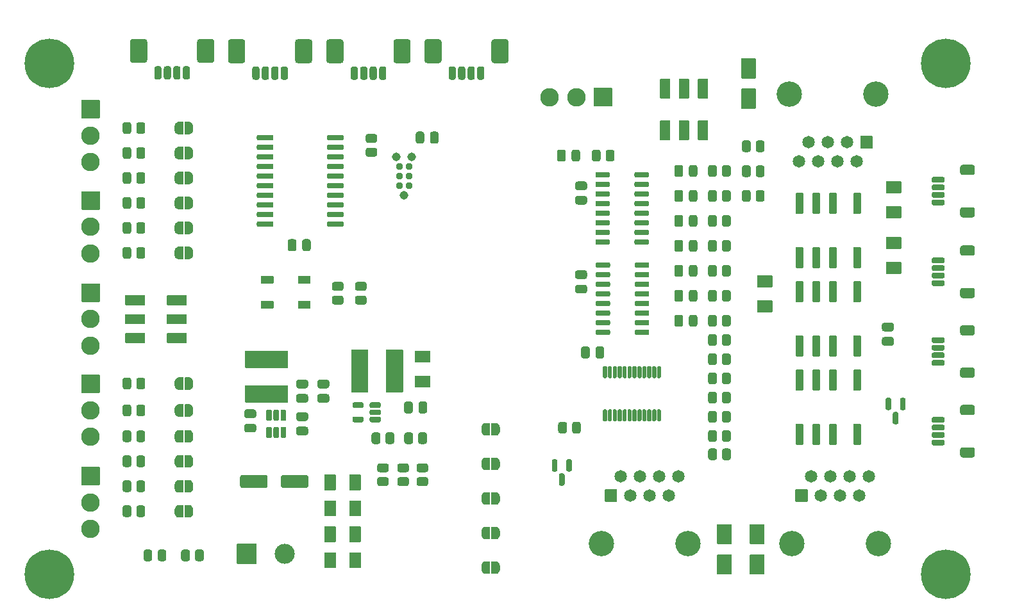
<source format=gts>
G04 #@! TF.GenerationSoftware,KiCad,Pcbnew,6.0.10-86aedd382b~118~ubuntu18.04.1*
G04 #@! TF.CreationDate,2024-09-27T11:47:30-06:00*
G04 #@! TF.ProjectId,mss-siding,6d73732d-7369-4646-996e-672e6b696361,rev?*
G04 #@! TF.SameCoordinates,Original*
G04 #@! TF.FileFunction,Soldermask,Top*
G04 #@! TF.FilePolarity,Negative*
%FSLAX46Y46*%
G04 Gerber Fmt 4.6, Leading zero omitted, Abs format (unit mm)*
G04 Created by KiCad (PCBNEW 6.0.10-86aedd382b~118~ubuntu18.04.1) date 2024-09-27 11:47:30*
%MOMM*%
%LPD*%
G01*
G04 APERTURE LIST*
%ADD10C,6.552400*%
%ADD11C,2.452400*%
%ADD12C,1.143000*%
%ADD13C,0.939800*%
%ADD14C,3.352400*%
%ADD15C,1.652400*%
%ADD16C,2.652400*%
G04 APERTURE END LIST*
G36*
G01*
X47139800Y-185362000D02*
X47139800Y-184462000D01*
G75*
G02*
X47466000Y-184135800I326200J0D01*
G01*
X47991000Y-184135800D01*
G75*
G02*
X48317200Y-184462000I0J-326200D01*
G01*
X48317200Y-185362000D01*
G75*
G02*
X47991000Y-185688200I-326200J0D01*
G01*
X47466000Y-185688200D01*
G75*
G02*
X47139800Y-185362000I0J326200D01*
G01*
G37*
G36*
G01*
X48964800Y-185362000D02*
X48964800Y-184462000D01*
G75*
G02*
X49291000Y-184135800I326200J0D01*
G01*
X49816000Y-184135800D01*
G75*
G02*
X50142200Y-184462000I0J-326200D01*
G01*
X50142200Y-185362000D01*
G75*
G02*
X49816000Y-185688200I-326200J0D01*
G01*
X49291000Y-185688200D01*
G75*
G02*
X48964800Y-185362000I0J326200D01*
G01*
G37*
G36*
G01*
X70879200Y-174310000D02*
X70879200Y-176210000D01*
G75*
G02*
X70803000Y-176286200I-76200J0D01*
G01*
X69403000Y-176286200D01*
G75*
G02*
X69326800Y-176210000I0J76200D01*
G01*
X69326800Y-174310000D01*
G75*
G02*
X69403000Y-174233800I76200J0D01*
G01*
X70803000Y-174233800D01*
G75*
G02*
X70879200Y-174310000I0J-76200D01*
G01*
G37*
G36*
G01*
X67579200Y-174310000D02*
X67579200Y-176210000D01*
G75*
G02*
X67503000Y-176286200I-76200J0D01*
G01*
X66103000Y-176286200D01*
G75*
G02*
X66026800Y-176210000I0J76200D01*
G01*
X66026800Y-174310000D01*
G75*
G02*
X66103000Y-174233800I76200J0D01*
G01*
X67503000Y-174233800D01*
G75*
G02*
X67579200Y-174310000I0J-76200D01*
G01*
G37*
G36*
G01*
X119714700Y-161054750D02*
X119714700Y-161954750D01*
G75*
G02*
X119388500Y-162280950I-326200J0D01*
G01*
X118863500Y-162280950D01*
G75*
G02*
X118537300Y-161954750I0J326200D01*
G01*
X118537300Y-161054750D01*
G75*
G02*
X118863500Y-160728550I326200J0D01*
G01*
X119388500Y-160728550D01*
G75*
G02*
X119714700Y-161054750I0J-326200D01*
G01*
G37*
G36*
G01*
X117889700Y-161054750D02*
X117889700Y-161954750D01*
G75*
G02*
X117563500Y-162280950I-326200J0D01*
G01*
X117038500Y-162280950D01*
G75*
G02*
X116712300Y-161954750I0J326200D01*
G01*
X116712300Y-161054750D01*
G75*
G02*
X117038500Y-160728550I326200J0D01*
G01*
X117563500Y-160728550D01*
G75*
G02*
X117889700Y-161054750I0J-326200D01*
G01*
G37*
G36*
G01*
X42395200Y-168714000D02*
X42395200Y-169614000D01*
G75*
G02*
X42069000Y-169940200I-326200J0D01*
G01*
X41544000Y-169940200D01*
G75*
G02*
X41217800Y-169614000I0J326200D01*
G01*
X41217800Y-168714000D01*
G75*
G02*
X41544000Y-168387800I326200J0D01*
G01*
X42069000Y-168387800D01*
G75*
G02*
X42395200Y-168714000I0J-326200D01*
G01*
G37*
G36*
G01*
X40570200Y-168714000D02*
X40570200Y-169614000D01*
G75*
G02*
X40244000Y-169940200I-326200J0D01*
G01*
X39719000Y-169940200D01*
G75*
G02*
X39392800Y-169614000I0J326200D01*
G01*
X39392800Y-168714000D01*
G75*
G02*
X39719000Y-168387800I326200J0D01*
G01*
X40244000Y-168387800D01*
G75*
G02*
X40570200Y-168714000I0J-326200D01*
G01*
G37*
D10*
X29718000Y-119888000D03*
G36*
G01*
X42395200Y-144457000D02*
X42395200Y-145357000D01*
G75*
G02*
X42069000Y-145683200I-326200J0D01*
G01*
X41544000Y-145683200D01*
G75*
G02*
X41217800Y-145357000I0J326200D01*
G01*
X41217800Y-144457000D01*
G75*
G02*
X41544000Y-144130800I326200J0D01*
G01*
X42069000Y-144130800D01*
G75*
G02*
X42395200Y-144457000I0J-326200D01*
G01*
G37*
G36*
G01*
X40570200Y-144457000D02*
X40570200Y-145357000D01*
G75*
G02*
X40244000Y-145683200I-326200J0D01*
G01*
X39719000Y-145683200D01*
G75*
G02*
X39392800Y-145357000I0J326200D01*
G01*
X39392800Y-144457000D01*
G75*
G02*
X39719000Y-144130800I326200J0D01*
G01*
X40244000Y-144130800D01*
G75*
G02*
X40570200Y-144457000I0J-326200D01*
G01*
G37*
G36*
G01*
X147723000Y-159824950D02*
X146473000Y-159824950D01*
G75*
G02*
X146246800Y-159598750I0J226200D01*
G01*
X146246800Y-159298750D01*
G75*
G02*
X146473000Y-159072550I226200J0D01*
G01*
X147723000Y-159072550D01*
G75*
G02*
X147949200Y-159298750I0J-226200D01*
G01*
X147949200Y-159598750D01*
G75*
G02*
X147723000Y-159824950I-226200J0D01*
G01*
G37*
G36*
G01*
X147723000Y-158824950D02*
X146473000Y-158824950D01*
G75*
G02*
X146246800Y-158598750I0J226200D01*
G01*
X146246800Y-158298750D01*
G75*
G02*
X146473000Y-158072550I226200J0D01*
G01*
X147723000Y-158072550D01*
G75*
G02*
X147949200Y-158298750I0J-226200D01*
G01*
X147949200Y-158598750D01*
G75*
G02*
X147723000Y-158824950I-226200J0D01*
G01*
G37*
G36*
G01*
X147723000Y-157824950D02*
X146473000Y-157824950D01*
G75*
G02*
X146246800Y-157598750I0J226200D01*
G01*
X146246800Y-157298750D01*
G75*
G02*
X146473000Y-157072550I226200J0D01*
G01*
X147723000Y-157072550D01*
G75*
G02*
X147949200Y-157298750I0J-226200D01*
G01*
X147949200Y-157598750D01*
G75*
G02*
X147723000Y-157824950I-226200J0D01*
G01*
G37*
G36*
G01*
X147723000Y-156824950D02*
X146473000Y-156824950D01*
G75*
G02*
X146246800Y-156598750I0J226200D01*
G01*
X146246800Y-156298750D01*
G75*
G02*
X146473000Y-156072550I226200J0D01*
G01*
X147723000Y-156072550D01*
G75*
G02*
X147949200Y-156298750I0J-226200D01*
G01*
X147949200Y-156598750D01*
G75*
G02*
X147723000Y-156824950I-226200J0D01*
G01*
G37*
G36*
G01*
X151623000Y-155824950D02*
X150323000Y-155824950D01*
G75*
G02*
X149996800Y-155498750I0J326200D01*
G01*
X149996800Y-154798750D01*
G75*
G02*
X150323000Y-154472550I326200J0D01*
G01*
X151623000Y-154472550D01*
G75*
G02*
X151949200Y-154798750I0J-326200D01*
G01*
X151949200Y-155498750D01*
G75*
G02*
X151623000Y-155824950I-326200J0D01*
G01*
G37*
G36*
G01*
X151623000Y-161424950D02*
X150323000Y-161424950D01*
G75*
G02*
X149996800Y-161098750I0J326200D01*
G01*
X149996800Y-160398750D01*
G75*
G02*
X150323000Y-160072550I326200J0D01*
G01*
X151623000Y-160072550D01*
G75*
G02*
X151949200Y-160398750I0J-326200D01*
G01*
X151949200Y-161098750D01*
G75*
G02*
X151623000Y-161424950I-326200J0D01*
G01*
G37*
G36*
X47599020Y-176576373D02*
G01*
X47572958Y-176531232D01*
X47571800Y-176518000D01*
X47571800Y-175018000D01*
X47589627Y-174969020D01*
X47634768Y-174942958D01*
X47648000Y-174941800D01*
X48148000Y-174941800D01*
X48162334Y-174947017D01*
X48229337Y-174948245D01*
X48250664Y-174951699D01*
X48385979Y-174993974D01*
X48405480Y-175003275D01*
X48523490Y-175081830D01*
X48539596Y-175096231D01*
X48630816Y-175204750D01*
X48642233Y-175223092D01*
X48699328Y-175352851D01*
X48705138Y-175373660D01*
X48722060Y-175503068D01*
X48723042Y-175504768D01*
X48724200Y-175518000D01*
X48724200Y-176018000D01*
X48723448Y-176020066D01*
X48723256Y-176035833D01*
X48701445Y-176175910D01*
X48695128Y-176196570D01*
X48634880Y-176324895D01*
X48623018Y-176342953D01*
X48529174Y-176449211D01*
X48512721Y-176463213D01*
X48392826Y-176538861D01*
X48373105Y-176547683D01*
X48236798Y-176586640D01*
X48215392Y-176589573D01*
X48167745Y-176589282D01*
X48161232Y-176593042D01*
X48148000Y-176594200D01*
X47648000Y-176594200D01*
X47599020Y-176576373D01*
G37*
G36*
X46833919Y-176589075D02*
G01*
X46773630Y-176588707D01*
X46752262Y-176585513D01*
X46616441Y-176544894D01*
X46596828Y-176535832D01*
X46477866Y-176458725D01*
X46461585Y-176444522D01*
X46369047Y-176337125D01*
X46357408Y-176318924D01*
X46298731Y-176189872D01*
X46292667Y-176169135D01*
X46272570Y-176028802D01*
X46271800Y-176018000D01*
X46271800Y-175518000D01*
X46271806Y-175517071D01*
X46271955Y-175504855D01*
X46273005Y-175493142D01*
X46296525Y-175353341D01*
X46303094Y-175332758D01*
X46364906Y-175205179D01*
X46376987Y-175187268D01*
X46472122Y-175082164D01*
X46488745Y-175068363D01*
X46609555Y-174994186D01*
X46629383Y-174985606D01*
X46766156Y-174948317D01*
X46787596Y-174945647D01*
X46828802Y-174946402D01*
X46834768Y-174942958D01*
X46848000Y-174941800D01*
X47348000Y-174941800D01*
X47396980Y-174959627D01*
X47423042Y-175004768D01*
X47424200Y-175018000D01*
X47424200Y-176518000D01*
X47406373Y-176566980D01*
X47361232Y-176593042D01*
X47348000Y-176594200D01*
X46848000Y-176594200D01*
X46833919Y-176589075D01*
G37*
G36*
G01*
X55638700Y-157848300D02*
X61201300Y-157848300D01*
G75*
G02*
X61277500Y-157924500I0J-76200D01*
G01*
X61277500Y-160032700D01*
G75*
G02*
X61201300Y-160108900I-76200J0D01*
G01*
X55638700Y-160108900D01*
G75*
G02*
X55562500Y-160032700I0J76200D01*
G01*
X55562500Y-157924500D01*
G75*
G02*
X55638700Y-157848300I76200J0D01*
G01*
G37*
G36*
G01*
X55638700Y-162445700D02*
X61201300Y-162445700D01*
G75*
G02*
X61277500Y-162521900I0J-76200D01*
G01*
X61277500Y-164630100D01*
G75*
G02*
X61201300Y-164706300I-76200J0D01*
G01*
X55638700Y-164706300D01*
G75*
G02*
X55562500Y-164630100I0J76200D01*
G01*
X55562500Y-162521900D01*
G75*
G02*
X55638700Y-162445700I76200J0D01*
G01*
G37*
G36*
G01*
X101883800Y-146668750D02*
X101883800Y-146368750D01*
G75*
G02*
X102110000Y-146142550I226200J0D01*
G01*
X103560000Y-146142550D01*
G75*
G02*
X103786200Y-146368750I0J-226200D01*
G01*
X103786200Y-146668750D01*
G75*
G02*
X103560000Y-146894950I-226200J0D01*
G01*
X102110000Y-146894950D01*
G75*
G02*
X101883800Y-146668750I0J226200D01*
G01*
G37*
G36*
G01*
X101883800Y-147938750D02*
X101883800Y-147638750D01*
G75*
G02*
X102110000Y-147412550I226200J0D01*
G01*
X103560000Y-147412550D01*
G75*
G02*
X103786200Y-147638750I0J-226200D01*
G01*
X103786200Y-147938750D01*
G75*
G02*
X103560000Y-148164950I-226200J0D01*
G01*
X102110000Y-148164950D01*
G75*
G02*
X101883800Y-147938750I0J226200D01*
G01*
G37*
G36*
G01*
X101883800Y-149208750D02*
X101883800Y-148908750D01*
G75*
G02*
X102110000Y-148682550I226200J0D01*
G01*
X103560000Y-148682550D01*
G75*
G02*
X103786200Y-148908750I0J-226200D01*
G01*
X103786200Y-149208750D01*
G75*
G02*
X103560000Y-149434950I-226200J0D01*
G01*
X102110000Y-149434950D01*
G75*
G02*
X101883800Y-149208750I0J226200D01*
G01*
G37*
G36*
G01*
X101883800Y-150478750D02*
X101883800Y-150178750D01*
G75*
G02*
X102110000Y-149952550I226200J0D01*
G01*
X103560000Y-149952550D01*
G75*
G02*
X103786200Y-150178750I0J-226200D01*
G01*
X103786200Y-150478750D01*
G75*
G02*
X103560000Y-150704950I-226200J0D01*
G01*
X102110000Y-150704950D01*
G75*
G02*
X101883800Y-150478750I0J226200D01*
G01*
G37*
G36*
G01*
X101883800Y-151748750D02*
X101883800Y-151448750D01*
G75*
G02*
X102110000Y-151222550I226200J0D01*
G01*
X103560000Y-151222550D01*
G75*
G02*
X103786200Y-151448750I0J-226200D01*
G01*
X103786200Y-151748750D01*
G75*
G02*
X103560000Y-151974950I-226200J0D01*
G01*
X102110000Y-151974950D01*
G75*
G02*
X101883800Y-151748750I0J226200D01*
G01*
G37*
G36*
G01*
X101883800Y-153018750D02*
X101883800Y-152718750D01*
G75*
G02*
X102110000Y-152492550I226200J0D01*
G01*
X103560000Y-152492550D01*
G75*
G02*
X103786200Y-152718750I0J-226200D01*
G01*
X103786200Y-153018750D01*
G75*
G02*
X103560000Y-153244950I-226200J0D01*
G01*
X102110000Y-153244950D01*
G75*
G02*
X101883800Y-153018750I0J226200D01*
G01*
G37*
G36*
G01*
X101883800Y-154288750D02*
X101883800Y-153988750D01*
G75*
G02*
X102110000Y-153762550I226200J0D01*
G01*
X103560000Y-153762550D01*
G75*
G02*
X103786200Y-153988750I0J-226200D01*
G01*
X103786200Y-154288750D01*
G75*
G02*
X103560000Y-154514950I-226200J0D01*
G01*
X102110000Y-154514950D01*
G75*
G02*
X101883800Y-154288750I0J226200D01*
G01*
G37*
G36*
G01*
X101883800Y-155558750D02*
X101883800Y-155258750D01*
G75*
G02*
X102110000Y-155032550I226200J0D01*
G01*
X103560000Y-155032550D01*
G75*
G02*
X103786200Y-155258750I0J-226200D01*
G01*
X103786200Y-155558750D01*
G75*
G02*
X103560000Y-155784950I-226200J0D01*
G01*
X102110000Y-155784950D01*
G75*
G02*
X101883800Y-155558750I0J226200D01*
G01*
G37*
G36*
G01*
X107033800Y-155558750D02*
X107033800Y-155258750D01*
G75*
G02*
X107260000Y-155032550I226200J0D01*
G01*
X108710000Y-155032550D01*
G75*
G02*
X108936200Y-155258750I0J-226200D01*
G01*
X108936200Y-155558750D01*
G75*
G02*
X108710000Y-155784950I-226200J0D01*
G01*
X107260000Y-155784950D01*
G75*
G02*
X107033800Y-155558750I0J226200D01*
G01*
G37*
G36*
G01*
X107033800Y-154288750D02*
X107033800Y-153988750D01*
G75*
G02*
X107260000Y-153762550I226200J0D01*
G01*
X108710000Y-153762550D01*
G75*
G02*
X108936200Y-153988750I0J-226200D01*
G01*
X108936200Y-154288750D01*
G75*
G02*
X108710000Y-154514950I-226200J0D01*
G01*
X107260000Y-154514950D01*
G75*
G02*
X107033800Y-154288750I0J226200D01*
G01*
G37*
G36*
G01*
X107033800Y-153018750D02*
X107033800Y-152718750D01*
G75*
G02*
X107260000Y-152492550I226200J0D01*
G01*
X108710000Y-152492550D01*
G75*
G02*
X108936200Y-152718750I0J-226200D01*
G01*
X108936200Y-153018750D01*
G75*
G02*
X108710000Y-153244950I-226200J0D01*
G01*
X107260000Y-153244950D01*
G75*
G02*
X107033800Y-153018750I0J226200D01*
G01*
G37*
G36*
G01*
X107033800Y-151748750D02*
X107033800Y-151448750D01*
G75*
G02*
X107260000Y-151222550I226200J0D01*
G01*
X108710000Y-151222550D01*
G75*
G02*
X108936200Y-151448750I0J-226200D01*
G01*
X108936200Y-151748750D01*
G75*
G02*
X108710000Y-151974950I-226200J0D01*
G01*
X107260000Y-151974950D01*
G75*
G02*
X107033800Y-151748750I0J226200D01*
G01*
G37*
G36*
G01*
X107033800Y-150478750D02*
X107033800Y-150178750D01*
G75*
G02*
X107260000Y-149952550I226200J0D01*
G01*
X108710000Y-149952550D01*
G75*
G02*
X108936200Y-150178750I0J-226200D01*
G01*
X108936200Y-150478750D01*
G75*
G02*
X108710000Y-150704950I-226200J0D01*
G01*
X107260000Y-150704950D01*
G75*
G02*
X107033800Y-150478750I0J226200D01*
G01*
G37*
G36*
G01*
X107033800Y-149208750D02*
X107033800Y-148908750D01*
G75*
G02*
X107260000Y-148682550I226200J0D01*
G01*
X108710000Y-148682550D01*
G75*
G02*
X108936200Y-148908750I0J-226200D01*
G01*
X108936200Y-149208750D01*
G75*
G02*
X108710000Y-149434950I-226200J0D01*
G01*
X107260000Y-149434950D01*
G75*
G02*
X107033800Y-149208750I0J226200D01*
G01*
G37*
G36*
G01*
X107033800Y-147938750D02*
X107033800Y-147638750D01*
G75*
G02*
X107260000Y-147412550I226200J0D01*
G01*
X108710000Y-147412550D01*
G75*
G02*
X108936200Y-147638750I0J-226200D01*
G01*
X108936200Y-147938750D01*
G75*
G02*
X108710000Y-148164950I-226200J0D01*
G01*
X107260000Y-148164950D01*
G75*
G02*
X107033800Y-147938750I0J226200D01*
G01*
G37*
G36*
G01*
X107033800Y-146668750D02*
X107033800Y-146368750D01*
G75*
G02*
X107260000Y-146142550I226200J0D01*
G01*
X108710000Y-146142550D01*
G75*
G02*
X108936200Y-146368750I0J-226200D01*
G01*
X108936200Y-146668750D01*
G75*
G02*
X108710000Y-146894950I-226200J0D01*
G01*
X107260000Y-146894950D01*
G75*
G02*
X107033800Y-146668750I0J226200D01*
G01*
G37*
G36*
G01*
X119714700Y-136924750D02*
X119714700Y-137824750D01*
G75*
G02*
X119388500Y-138150950I-326200J0D01*
G01*
X118863500Y-138150950D01*
G75*
G02*
X118537300Y-137824750I0J326200D01*
G01*
X118537300Y-136924750D01*
G75*
G02*
X118863500Y-136598550I326200J0D01*
G01*
X119388500Y-136598550D01*
G75*
G02*
X119714700Y-136924750I0J-326200D01*
G01*
G37*
G36*
G01*
X117889700Y-136924750D02*
X117889700Y-137824750D01*
G75*
G02*
X117563500Y-138150950I-326200J0D01*
G01*
X117038500Y-138150950D01*
G75*
G02*
X116712300Y-137824750I0J326200D01*
G01*
X116712300Y-136924750D01*
G75*
G02*
X117038500Y-136598550I326200J0D01*
G01*
X117563500Y-136598550D01*
G75*
G02*
X117889700Y-136924750I0J-326200D01*
G01*
G37*
G36*
G01*
X34029000Y-173200800D02*
X36329000Y-173200800D01*
G75*
G02*
X36405200Y-173277000I0J-76200D01*
G01*
X36405200Y-175577000D01*
G75*
G02*
X36329000Y-175653200I-76200J0D01*
G01*
X34029000Y-175653200D01*
G75*
G02*
X33952800Y-175577000I0J76200D01*
G01*
X33952800Y-173277000D01*
G75*
G02*
X34029000Y-173200800I76200J0D01*
G01*
G37*
D11*
X35179000Y-177927000D03*
X35179000Y-181427000D03*
G36*
X47599020Y-169972373D02*
G01*
X47572958Y-169927232D01*
X47571800Y-169914000D01*
X47571800Y-168414000D01*
X47589627Y-168365020D01*
X47634768Y-168338958D01*
X47648000Y-168337800D01*
X48148000Y-168337800D01*
X48162334Y-168343017D01*
X48229337Y-168344245D01*
X48250664Y-168347699D01*
X48385979Y-168389974D01*
X48405480Y-168399275D01*
X48523490Y-168477830D01*
X48539596Y-168492231D01*
X48630816Y-168600750D01*
X48642233Y-168619092D01*
X48699328Y-168748851D01*
X48705138Y-168769660D01*
X48722060Y-168899068D01*
X48723042Y-168900768D01*
X48724200Y-168914000D01*
X48724200Y-169414000D01*
X48723448Y-169416066D01*
X48723256Y-169431833D01*
X48701445Y-169571910D01*
X48695128Y-169592570D01*
X48634880Y-169720895D01*
X48623018Y-169738953D01*
X48529174Y-169845211D01*
X48512721Y-169859213D01*
X48392826Y-169934861D01*
X48373105Y-169943683D01*
X48236798Y-169982640D01*
X48215392Y-169985573D01*
X48167745Y-169985282D01*
X48161232Y-169989042D01*
X48148000Y-169990200D01*
X47648000Y-169990200D01*
X47599020Y-169972373D01*
G37*
G36*
X46833919Y-169985075D02*
G01*
X46773630Y-169984707D01*
X46752262Y-169981513D01*
X46616441Y-169940894D01*
X46596828Y-169931832D01*
X46477866Y-169854725D01*
X46461585Y-169840522D01*
X46369047Y-169733125D01*
X46357408Y-169714924D01*
X46298731Y-169585872D01*
X46292667Y-169565135D01*
X46272570Y-169424802D01*
X46271800Y-169414000D01*
X46271800Y-168914000D01*
X46271806Y-168913071D01*
X46271955Y-168900855D01*
X46273005Y-168889142D01*
X46296525Y-168749341D01*
X46303094Y-168728758D01*
X46364906Y-168601179D01*
X46376987Y-168583268D01*
X46472122Y-168478164D01*
X46488745Y-168464363D01*
X46609555Y-168390186D01*
X46629383Y-168381606D01*
X46766156Y-168344317D01*
X46787596Y-168341647D01*
X46828802Y-168342402D01*
X46834768Y-168338958D01*
X46848000Y-168337800D01*
X47348000Y-168337800D01*
X47396980Y-168355627D01*
X47423042Y-168400768D01*
X47424200Y-168414000D01*
X47424200Y-169914000D01*
X47406373Y-169962980D01*
X47361232Y-169989042D01*
X47348000Y-169990200D01*
X46848000Y-169990200D01*
X46833919Y-169985075D01*
G37*
G36*
G01*
X34029000Y-124686800D02*
X36329000Y-124686800D01*
G75*
G02*
X36405200Y-124763000I0J-76200D01*
G01*
X36405200Y-127063000D01*
G75*
G02*
X36329000Y-127139200I-76200J0D01*
G01*
X34029000Y-127139200D01*
G75*
G02*
X33952800Y-127063000I0J76200D01*
G01*
X33952800Y-124763000D01*
G75*
G02*
X34029000Y-124686800I76200J0D01*
G01*
G37*
X35179000Y-129413000D03*
X35179000Y-132913000D03*
G36*
G01*
X73504200Y-166789000D02*
X73504200Y-167089000D01*
G75*
G02*
X73278000Y-167315200I-226200J0D01*
G01*
X72253000Y-167315200D01*
G75*
G02*
X72026800Y-167089000I0J226200D01*
G01*
X72026800Y-166789000D01*
G75*
G02*
X72253000Y-166562800I226200J0D01*
G01*
X73278000Y-166562800D01*
G75*
G02*
X73504200Y-166789000I0J-226200D01*
G01*
G37*
G36*
G01*
X73504200Y-165839000D02*
X73504200Y-166139000D01*
G75*
G02*
X73278000Y-166365200I-226200J0D01*
G01*
X72253000Y-166365200D01*
G75*
G02*
X72026800Y-166139000I0J226200D01*
G01*
X72026800Y-165839000D01*
G75*
G02*
X72253000Y-165612800I226200J0D01*
G01*
X73278000Y-165612800D01*
G75*
G02*
X73504200Y-165839000I0J-226200D01*
G01*
G37*
G36*
G01*
X73504200Y-164889000D02*
X73504200Y-165189000D01*
G75*
G02*
X73278000Y-165415200I-226200J0D01*
G01*
X72253000Y-165415200D01*
G75*
G02*
X72026800Y-165189000I0J226200D01*
G01*
X72026800Y-164889000D01*
G75*
G02*
X72253000Y-164662800I226200J0D01*
G01*
X73278000Y-164662800D01*
G75*
G02*
X73504200Y-164889000I0J-226200D01*
G01*
G37*
G36*
G01*
X71229200Y-164889000D02*
X71229200Y-165189000D01*
G75*
G02*
X71003000Y-165415200I-226200J0D01*
G01*
X69978000Y-165415200D01*
G75*
G02*
X69751800Y-165189000I0J226200D01*
G01*
X69751800Y-164889000D01*
G75*
G02*
X69978000Y-164662800I226200J0D01*
G01*
X71003000Y-164662800D01*
G75*
G02*
X71229200Y-164889000I0J-226200D01*
G01*
G37*
G36*
G01*
X71229200Y-166789000D02*
X71229200Y-167089000D01*
G75*
G02*
X71003000Y-167315200I-226200J0D01*
G01*
X69978000Y-167315200D01*
G75*
G02*
X69751800Y-167089000I0J226200D01*
G01*
X69751800Y-166789000D01*
G75*
G02*
X69978000Y-166562800I226200J0D01*
G01*
X71003000Y-166562800D01*
G75*
G02*
X71229200Y-166789000I0J-226200D01*
G01*
G37*
G36*
X87909980Y-185715377D02*
G01*
X87936042Y-185760518D01*
X87937200Y-185773750D01*
X87937200Y-187273750D01*
X87919373Y-187322730D01*
X87874232Y-187348792D01*
X87861000Y-187349950D01*
X87361000Y-187349950D01*
X87346666Y-187344733D01*
X87279663Y-187343505D01*
X87258336Y-187340051D01*
X87123021Y-187297776D01*
X87103520Y-187288475D01*
X86985510Y-187209920D01*
X86969404Y-187195519D01*
X86878184Y-187087000D01*
X86866767Y-187068658D01*
X86809672Y-186938899D01*
X86803862Y-186918090D01*
X86786940Y-186788682D01*
X86785958Y-186786982D01*
X86784800Y-186773750D01*
X86784800Y-186273750D01*
X86785552Y-186271684D01*
X86785744Y-186255917D01*
X86807555Y-186115840D01*
X86813872Y-186095180D01*
X86874120Y-185966855D01*
X86885982Y-185948797D01*
X86979826Y-185842539D01*
X86996279Y-185828537D01*
X87116174Y-185752889D01*
X87135895Y-185744067D01*
X87272202Y-185705110D01*
X87293608Y-185702177D01*
X87341255Y-185702468D01*
X87347768Y-185698708D01*
X87361000Y-185697550D01*
X87861000Y-185697550D01*
X87909980Y-185715377D01*
G37*
G36*
X88675081Y-185702675D02*
G01*
X88735370Y-185703043D01*
X88756738Y-185706237D01*
X88892559Y-185746856D01*
X88912172Y-185755918D01*
X89031134Y-185833025D01*
X89047415Y-185847228D01*
X89139953Y-185954625D01*
X89151592Y-185972826D01*
X89210269Y-186101878D01*
X89216333Y-186122615D01*
X89236430Y-186262948D01*
X89237200Y-186273750D01*
X89237200Y-186773750D01*
X89237194Y-186774679D01*
X89237045Y-186786895D01*
X89235995Y-186798608D01*
X89212475Y-186938409D01*
X89205906Y-186958992D01*
X89144094Y-187086571D01*
X89132013Y-187104482D01*
X89036878Y-187209586D01*
X89020255Y-187223387D01*
X88899445Y-187297564D01*
X88879617Y-187306144D01*
X88742844Y-187343433D01*
X88721404Y-187346103D01*
X88680198Y-187345348D01*
X88674232Y-187348792D01*
X88661000Y-187349950D01*
X88161000Y-187349950D01*
X88112020Y-187332123D01*
X88085958Y-187286982D01*
X88084800Y-187273750D01*
X88084800Y-185773750D01*
X88102627Y-185724770D01*
X88147768Y-185698708D01*
X88161000Y-185697550D01*
X88661000Y-185697550D01*
X88675081Y-185702675D01*
G37*
G36*
G01*
X125156000Y-152754950D02*
X123256000Y-152754950D01*
G75*
G02*
X123179800Y-152678750I0J76200D01*
G01*
X123179800Y-151278750D01*
G75*
G02*
X123256000Y-151202550I76200J0D01*
G01*
X125156000Y-151202550D01*
G75*
G02*
X125232200Y-151278750I0J-76200D01*
G01*
X125232200Y-152678750D01*
G75*
G02*
X125156000Y-152754950I-76200J0D01*
G01*
G37*
G36*
G01*
X125156000Y-149454950D02*
X123256000Y-149454950D01*
G75*
G02*
X123179800Y-149378750I0J76200D01*
G01*
X123179800Y-147978750D01*
G75*
G02*
X123256000Y-147902550I76200J0D01*
G01*
X125156000Y-147902550D01*
G75*
G02*
X125232200Y-147978750I0J-76200D01*
G01*
X125232200Y-149378750D01*
G75*
G02*
X125156000Y-149454950I-76200J0D01*
G01*
G37*
G36*
G01*
X124183200Y-133662000D02*
X124183200Y-134562000D01*
G75*
G02*
X123857000Y-134888200I-326200J0D01*
G01*
X123332000Y-134888200D01*
G75*
G02*
X123005800Y-134562000I0J326200D01*
G01*
X123005800Y-133662000D01*
G75*
G02*
X123332000Y-133335800I326200J0D01*
G01*
X123857000Y-133335800D01*
G75*
G02*
X124183200Y-133662000I0J-326200D01*
G01*
G37*
G36*
G01*
X122358200Y-133662000D02*
X122358200Y-134562000D01*
G75*
G02*
X122032000Y-134888200I-326200J0D01*
G01*
X121507000Y-134888200D01*
G75*
G02*
X121180800Y-134562000I0J326200D01*
G01*
X121180800Y-133662000D01*
G75*
G02*
X121507000Y-133335800I326200J0D01*
G01*
X122032000Y-133335800D01*
G75*
G02*
X122358200Y-133662000I0J-326200D01*
G01*
G37*
G36*
X47599020Y-135809373D02*
G01*
X47572958Y-135764232D01*
X47571800Y-135751000D01*
X47571800Y-134251000D01*
X47589627Y-134202020D01*
X47634768Y-134175958D01*
X47648000Y-134174800D01*
X48148000Y-134174800D01*
X48162334Y-134180017D01*
X48229337Y-134181245D01*
X48250664Y-134184699D01*
X48385979Y-134226974D01*
X48405480Y-134236275D01*
X48523490Y-134314830D01*
X48539596Y-134329231D01*
X48630816Y-134437750D01*
X48642233Y-134456092D01*
X48699328Y-134585851D01*
X48705138Y-134606660D01*
X48722060Y-134736068D01*
X48723042Y-134737768D01*
X48724200Y-134751000D01*
X48724200Y-135251000D01*
X48723448Y-135253066D01*
X48723256Y-135268833D01*
X48701445Y-135408910D01*
X48695128Y-135429570D01*
X48634880Y-135557895D01*
X48623018Y-135575953D01*
X48529174Y-135682211D01*
X48512721Y-135696213D01*
X48392826Y-135771861D01*
X48373105Y-135780683D01*
X48236798Y-135819640D01*
X48215392Y-135822573D01*
X48167745Y-135822282D01*
X48161232Y-135826042D01*
X48148000Y-135827200D01*
X47648000Y-135827200D01*
X47599020Y-135809373D01*
G37*
G36*
X46833919Y-135822075D02*
G01*
X46773630Y-135821707D01*
X46752262Y-135818513D01*
X46616441Y-135777894D01*
X46596828Y-135768832D01*
X46477866Y-135691725D01*
X46461585Y-135677522D01*
X46369047Y-135570125D01*
X46357408Y-135551924D01*
X46298731Y-135422872D01*
X46292667Y-135402135D01*
X46272570Y-135261802D01*
X46271800Y-135251000D01*
X46271800Y-134751000D01*
X46271806Y-134750071D01*
X46271955Y-134737855D01*
X46273005Y-134726142D01*
X46296525Y-134586341D01*
X46303094Y-134565758D01*
X46364906Y-134438179D01*
X46376987Y-134420268D01*
X46472122Y-134315164D01*
X46488745Y-134301363D01*
X46609555Y-134227186D01*
X46629383Y-134218606D01*
X46766156Y-134181317D01*
X46787596Y-134178647D01*
X46828802Y-134179402D01*
X46834768Y-134175958D01*
X46848000Y-134174800D01*
X47348000Y-134174800D01*
X47396980Y-134192627D01*
X47423042Y-134237768D01*
X47424200Y-134251000D01*
X47424200Y-135751000D01*
X47406373Y-135799980D01*
X47361232Y-135826042D01*
X47348000Y-135827200D01*
X46848000Y-135827200D01*
X46833919Y-135822075D01*
G37*
D12*
X76581000Y-137287000D03*
X75565000Y-132207000D03*
X77597000Y-132207000D03*
D13*
X77216000Y-136017000D03*
X75946000Y-136017000D03*
X77216000Y-134747000D03*
X75946000Y-134747000D03*
X77216000Y-133477000D03*
X75946000Y-133477000D03*
G36*
G01*
X115318200Y-150107750D02*
X115318200Y-151057750D01*
G75*
G02*
X114992000Y-151383950I-326200J0D01*
G01*
X114492000Y-151383950D01*
G75*
G02*
X114165800Y-151057750I0J326200D01*
G01*
X114165800Y-150107750D01*
G75*
G02*
X114492000Y-149781550I326200J0D01*
G01*
X114992000Y-149781550D01*
G75*
G02*
X115318200Y-150107750I0J-326200D01*
G01*
G37*
G36*
G01*
X113418200Y-150107750D02*
X113418200Y-151057750D01*
G75*
G02*
X113092000Y-151383950I-326200J0D01*
G01*
X112592000Y-151383950D01*
G75*
G02*
X112265800Y-151057750I0J326200D01*
G01*
X112265800Y-150107750D01*
G75*
G02*
X112592000Y-149781550I326200J0D01*
G01*
X113092000Y-149781550D01*
G75*
G02*
X113418200Y-150107750I0J-326200D01*
G01*
G37*
G36*
G01*
X61239200Y-120537000D02*
X61239200Y-121737000D01*
G75*
G02*
X60963000Y-122013200I-276200J0D01*
G01*
X60563000Y-122013200D01*
G75*
G02*
X60286800Y-121737000I0J276200D01*
G01*
X60286800Y-120537000D01*
G75*
G02*
X60563000Y-120260800I276200J0D01*
G01*
X60963000Y-120260800D01*
G75*
G02*
X61239200Y-120537000I0J-276200D01*
G01*
G37*
G36*
G01*
X59989200Y-120537000D02*
X59989200Y-121737000D01*
G75*
G02*
X59713000Y-122013200I-276200J0D01*
G01*
X59313000Y-122013200D01*
G75*
G02*
X59036800Y-121737000I0J276200D01*
G01*
X59036800Y-120537000D01*
G75*
G02*
X59313000Y-120260800I276200J0D01*
G01*
X59713000Y-120260800D01*
G75*
G02*
X59989200Y-120537000I0J-276200D01*
G01*
G37*
G36*
G01*
X58739200Y-120537000D02*
X58739200Y-121737000D01*
G75*
G02*
X58463000Y-122013200I-276200J0D01*
G01*
X58063000Y-122013200D01*
G75*
G02*
X57786800Y-121737000I0J276200D01*
G01*
X57786800Y-120537000D01*
G75*
G02*
X58063000Y-120260800I276200J0D01*
G01*
X58463000Y-120260800D01*
G75*
G02*
X58739200Y-120537000I0J-276200D01*
G01*
G37*
G36*
G01*
X57489200Y-120537000D02*
X57489200Y-121737000D01*
G75*
G02*
X57213000Y-122013200I-276200J0D01*
G01*
X56813000Y-122013200D01*
G75*
G02*
X56536800Y-121737000I0J276200D01*
G01*
X56536800Y-120537000D01*
G75*
G02*
X56813000Y-120260800I276200J0D01*
G01*
X57213000Y-120260800D01*
G75*
G02*
X57489200Y-120537000I0J-276200D01*
G01*
G37*
G36*
G01*
X55589200Y-116987001D02*
X55589200Y-119486999D01*
G75*
G02*
X55262999Y-119813200I-326201J0D01*
G01*
X53663001Y-119813200D01*
G75*
G02*
X53336800Y-119486999I0J326201D01*
G01*
X53336800Y-116987001D01*
G75*
G02*
X53663001Y-116660800I326201J0D01*
G01*
X55262999Y-116660800D01*
G75*
G02*
X55589200Y-116987001I0J-326201D01*
G01*
G37*
G36*
G01*
X64439200Y-116987001D02*
X64439200Y-119486999D01*
G75*
G02*
X64112999Y-119813200I-326201J0D01*
G01*
X62513001Y-119813200D01*
G75*
G02*
X62186800Y-119486999I0J326201D01*
G01*
X62186800Y-116987001D01*
G75*
G02*
X62513001Y-116660800I326201J0D01*
G01*
X64112999Y-116660800D01*
G75*
G02*
X64439200Y-116987001I0J-326201D01*
G01*
G37*
G36*
X47599020Y-129205373D02*
G01*
X47572958Y-129160232D01*
X47571800Y-129147000D01*
X47571800Y-127647000D01*
X47589627Y-127598020D01*
X47634768Y-127571958D01*
X47648000Y-127570800D01*
X48148000Y-127570800D01*
X48162334Y-127576017D01*
X48229337Y-127577245D01*
X48250664Y-127580699D01*
X48385979Y-127622974D01*
X48405480Y-127632275D01*
X48523490Y-127710830D01*
X48539596Y-127725231D01*
X48630816Y-127833750D01*
X48642233Y-127852092D01*
X48699328Y-127981851D01*
X48705138Y-128002660D01*
X48722060Y-128132068D01*
X48723042Y-128133768D01*
X48724200Y-128147000D01*
X48724200Y-128647000D01*
X48723448Y-128649066D01*
X48723256Y-128664833D01*
X48701445Y-128804910D01*
X48695128Y-128825570D01*
X48634880Y-128953895D01*
X48623018Y-128971953D01*
X48529174Y-129078211D01*
X48512721Y-129092213D01*
X48392826Y-129167861D01*
X48373105Y-129176683D01*
X48236798Y-129215640D01*
X48215392Y-129218573D01*
X48167745Y-129218282D01*
X48161232Y-129222042D01*
X48148000Y-129223200D01*
X47648000Y-129223200D01*
X47599020Y-129205373D01*
G37*
G36*
X46833919Y-129218075D02*
G01*
X46773630Y-129217707D01*
X46752262Y-129214513D01*
X46616441Y-129173894D01*
X46596828Y-129164832D01*
X46477866Y-129087725D01*
X46461585Y-129073522D01*
X46369047Y-128966125D01*
X46357408Y-128947924D01*
X46298731Y-128818872D01*
X46292667Y-128798135D01*
X46272570Y-128657802D01*
X46271800Y-128647000D01*
X46271800Y-128147000D01*
X46271806Y-128146071D01*
X46271955Y-128133855D01*
X46273005Y-128122142D01*
X46296525Y-127982341D01*
X46303094Y-127961758D01*
X46364906Y-127834179D01*
X46376987Y-127816268D01*
X46472122Y-127711164D01*
X46488745Y-127697363D01*
X46609555Y-127623186D01*
X46629383Y-127614606D01*
X46766156Y-127577317D01*
X46787596Y-127574647D01*
X46828802Y-127575402D01*
X46834768Y-127571958D01*
X46848000Y-127570800D01*
X47348000Y-127570800D01*
X47396980Y-127588627D01*
X47423042Y-127633768D01*
X47424200Y-127647000D01*
X47424200Y-129147000D01*
X47406373Y-129195980D01*
X47361232Y-129222042D01*
X47348000Y-129223200D01*
X46848000Y-129223200D01*
X46833919Y-129218075D01*
G37*
G36*
G01*
X116712300Y-156874750D02*
X116712300Y-155974750D01*
G75*
G02*
X117038500Y-155648550I326200J0D01*
G01*
X117563500Y-155648550D01*
G75*
G02*
X117889700Y-155974750I0J-326200D01*
G01*
X117889700Y-156874750D01*
G75*
G02*
X117563500Y-157200950I-326200J0D01*
G01*
X117038500Y-157200950D01*
G75*
G02*
X116712300Y-156874750I0J326200D01*
G01*
G37*
G36*
G01*
X118537300Y-156874750D02*
X118537300Y-155974750D01*
G75*
G02*
X118863500Y-155648550I326200J0D01*
G01*
X119388500Y-155648550D01*
G75*
G02*
X119714700Y-155974750I0J-326200D01*
G01*
X119714700Y-156874750D01*
G75*
G02*
X119388500Y-157200950I-326200J0D01*
G01*
X118863500Y-157200950D01*
G75*
G02*
X118537300Y-156874750I0J326200D01*
G01*
G37*
G36*
G01*
X115318200Y-133597750D02*
X115318200Y-134547750D01*
G75*
G02*
X114992000Y-134873950I-326200J0D01*
G01*
X114492000Y-134873950D01*
G75*
G02*
X114165800Y-134547750I0J326200D01*
G01*
X114165800Y-133597750D01*
G75*
G02*
X114492000Y-133271550I326200J0D01*
G01*
X114992000Y-133271550D01*
G75*
G02*
X115318200Y-133597750I0J-326200D01*
G01*
G37*
G36*
G01*
X113418200Y-133597750D02*
X113418200Y-134547750D01*
G75*
G02*
X113092000Y-134873950I-326200J0D01*
G01*
X112592000Y-134873950D01*
G75*
G02*
X112265800Y-134547750I0J326200D01*
G01*
X112265800Y-133597750D01*
G75*
G02*
X112592000Y-133271550I326200J0D01*
G01*
X113092000Y-133271550D01*
G75*
G02*
X113418200Y-133597750I0J-326200D01*
G01*
G37*
G36*
G01*
X139987000Y-154136550D02*
X140937000Y-154136550D01*
G75*
G02*
X141263200Y-154462750I0J-326200D01*
G01*
X141263200Y-154962750D01*
G75*
G02*
X140937000Y-155288950I-326200J0D01*
G01*
X139987000Y-155288950D01*
G75*
G02*
X139660800Y-154962750I0J326200D01*
G01*
X139660800Y-154462750D01*
G75*
G02*
X139987000Y-154136550I326200J0D01*
G01*
G37*
G36*
G01*
X139987000Y-156036550D02*
X140937000Y-156036550D01*
G75*
G02*
X141263200Y-156362750I0J-326200D01*
G01*
X141263200Y-156862750D01*
G75*
G02*
X140937000Y-157188950I-326200J0D01*
G01*
X139987000Y-157188950D01*
G75*
G02*
X139660800Y-156862750I0J326200D01*
G01*
X139660800Y-156362750D01*
G75*
G02*
X139987000Y-156036550I326200J0D01*
G01*
G37*
G36*
G01*
X42186800Y-185368250D02*
X42186800Y-184455750D01*
G75*
G02*
X42506750Y-184135800I319950J0D01*
G01*
X42994250Y-184135800D01*
G75*
G02*
X43314200Y-184455750I0J-319950D01*
G01*
X43314200Y-185368250D01*
G75*
G02*
X42994250Y-185688200I-319950J0D01*
G01*
X42506750Y-185688200D01*
G75*
G02*
X42186800Y-185368250I0J319950D01*
G01*
G37*
G36*
G01*
X44061800Y-185368250D02*
X44061800Y-184455750D01*
G75*
G02*
X44381750Y-184135800I319950J0D01*
G01*
X44869250Y-184135800D01*
G75*
G02*
X45189200Y-184455750I0J-319950D01*
G01*
X45189200Y-185368250D01*
G75*
G02*
X44869250Y-185688200I-319950J0D01*
G01*
X44381750Y-185688200D01*
G75*
G02*
X44061800Y-185368250I0J319950D01*
G01*
G37*
G36*
G01*
X115441100Y-121868050D02*
X116634900Y-121868050D01*
G75*
G02*
X116711100Y-121944250I0J-76200D01*
G01*
X116711100Y-124433450D01*
G75*
G02*
X116634900Y-124509650I-76200J0D01*
G01*
X115441100Y-124509650D01*
G75*
G02*
X115364900Y-124433450I0J76200D01*
G01*
X115364900Y-121944250D01*
G75*
G02*
X115441100Y-121868050I76200J0D01*
G01*
G37*
G36*
G01*
X112941100Y-121868050D02*
X114134900Y-121868050D01*
G75*
G02*
X114211100Y-121944250I0J-76200D01*
G01*
X114211100Y-124433450D01*
G75*
G02*
X114134900Y-124509650I-76200J0D01*
G01*
X112941100Y-124509650D01*
G75*
G02*
X112864900Y-124433450I0J76200D01*
G01*
X112864900Y-121944250D01*
G75*
G02*
X112941100Y-121868050I76200J0D01*
G01*
G37*
G36*
G01*
X110441100Y-121868050D02*
X111634900Y-121868050D01*
G75*
G02*
X111711100Y-121944250I0J-76200D01*
G01*
X111711100Y-124433450D01*
G75*
G02*
X111634900Y-124509650I-76200J0D01*
G01*
X110441100Y-124509650D01*
G75*
G02*
X110364900Y-124433450I0J76200D01*
G01*
X110364900Y-121944250D01*
G75*
G02*
X110441100Y-121868050I76200J0D01*
G01*
G37*
G36*
G01*
X115441100Y-127379850D02*
X116634900Y-127379850D01*
G75*
G02*
X116711100Y-127456050I0J-76200D01*
G01*
X116711100Y-129945250D01*
G75*
G02*
X116634900Y-130021450I-76200J0D01*
G01*
X115441100Y-130021450D01*
G75*
G02*
X115364900Y-129945250I0J76200D01*
G01*
X115364900Y-127456050D01*
G75*
G02*
X115441100Y-127379850I76200J0D01*
G01*
G37*
G36*
G01*
X112941100Y-127379850D02*
X114134900Y-127379850D01*
G75*
G02*
X114211100Y-127456050I0J-76200D01*
G01*
X114211100Y-129945250D01*
G75*
G02*
X114134900Y-130021450I-76200J0D01*
G01*
X112941100Y-130021450D01*
G75*
G02*
X112864900Y-129945250I0J76200D01*
G01*
X112864900Y-127456050D01*
G75*
G02*
X112941100Y-127379850I76200J0D01*
G01*
G37*
G36*
G01*
X110441100Y-127379850D02*
X111634900Y-127379850D01*
G75*
G02*
X111711100Y-127456050I0J-76200D01*
G01*
X111711100Y-129945250D01*
G75*
G02*
X111634900Y-130021450I-76200J0D01*
G01*
X110441100Y-130021450D01*
G75*
G02*
X110364900Y-129945250I0J76200D01*
G01*
X110364900Y-127456050D01*
G75*
G02*
X110441100Y-127379850I76200J0D01*
G01*
G37*
D14*
X139227500Y-183328750D03*
X127797500Y-183328750D03*
G36*
G01*
X128241300Y-177728750D02*
X128241300Y-176228750D01*
G75*
G02*
X128317500Y-176152550I76200J0D01*
G01*
X129817500Y-176152550D01*
G75*
G02*
X129893700Y-176228750I0J-76200D01*
G01*
X129893700Y-177728750D01*
G75*
G02*
X129817500Y-177804950I-76200J0D01*
G01*
X128317500Y-177804950D01*
G75*
G02*
X128241300Y-177728750I0J76200D01*
G01*
G37*
D15*
X130337500Y-174438750D03*
X131607500Y-176978750D03*
X132877500Y-174438750D03*
X134147500Y-176978750D03*
X135417500Y-174438750D03*
X136687500Y-176978750D03*
X137957500Y-174438750D03*
G36*
G01*
X119772000Y-187436950D02*
X117972000Y-187436950D01*
G75*
G02*
X117895800Y-187360750I0J76200D01*
G01*
X117895800Y-184860750D01*
G75*
G02*
X117972000Y-184784550I76200J0D01*
G01*
X119772000Y-184784550D01*
G75*
G02*
X119848200Y-184860750I0J-76200D01*
G01*
X119848200Y-187360750D01*
G75*
G02*
X119772000Y-187436950I-76200J0D01*
G01*
G37*
G36*
G01*
X119772000Y-183436950D02*
X117972000Y-183436950D01*
G75*
G02*
X117895800Y-183360750I0J76200D01*
G01*
X117895800Y-180860750D01*
G75*
G02*
X117972000Y-180784550I76200J0D01*
G01*
X119772000Y-180784550D01*
G75*
G02*
X119848200Y-180860750I0J-76200D01*
G01*
X119848200Y-183360750D01*
G75*
G02*
X119772000Y-183436950I-76200J0D01*
G01*
G37*
G36*
G01*
X119714700Y-133622750D02*
X119714700Y-134522750D01*
G75*
G02*
X119388500Y-134848950I-326200J0D01*
G01*
X118863500Y-134848950D01*
G75*
G02*
X118537300Y-134522750I0J326200D01*
G01*
X118537300Y-133622750D01*
G75*
G02*
X118863500Y-133296550I326200J0D01*
G01*
X119388500Y-133296550D01*
G75*
G02*
X119714700Y-133622750I0J-326200D01*
G01*
G37*
G36*
G01*
X117889700Y-133622750D02*
X117889700Y-134522750D01*
G75*
G02*
X117563500Y-134848950I-326200J0D01*
G01*
X117038500Y-134848950D01*
G75*
G02*
X116712300Y-134522750I0J326200D01*
G01*
X116712300Y-133622750D01*
G75*
G02*
X117038500Y-133296550I326200J0D01*
G01*
X117563500Y-133296550D01*
G75*
G02*
X117889700Y-133622750I0J-326200D01*
G01*
G37*
G36*
G01*
X34029000Y-148943800D02*
X36329000Y-148943800D01*
G75*
G02*
X36405200Y-149020000I0J-76200D01*
G01*
X36405200Y-151320000D01*
G75*
G02*
X36329000Y-151396200I-76200J0D01*
G01*
X34029000Y-151396200D01*
G75*
G02*
X33952800Y-151320000I0J76200D01*
G01*
X33952800Y-149020000D01*
G75*
G02*
X34029000Y-148943800I76200J0D01*
G01*
G37*
D11*
X35179000Y-153670000D03*
X35179000Y-157170000D03*
G36*
G01*
X55786000Y-165605800D02*
X56736000Y-165605800D01*
G75*
G02*
X57062200Y-165932000I0J-326200D01*
G01*
X57062200Y-166432000D01*
G75*
G02*
X56736000Y-166758200I-326200J0D01*
G01*
X55786000Y-166758200D01*
G75*
G02*
X55459800Y-166432000I0J326200D01*
G01*
X55459800Y-165932000D01*
G75*
G02*
X55786000Y-165605800I326200J0D01*
G01*
G37*
G36*
G01*
X55786000Y-167505800D02*
X56736000Y-167505800D01*
G75*
G02*
X57062200Y-167832000I0J-326200D01*
G01*
X57062200Y-168332000D01*
G75*
G02*
X56736000Y-168658200I-326200J0D01*
G01*
X55786000Y-168658200D01*
G75*
G02*
X55459800Y-168332000I0J326200D01*
G01*
X55459800Y-167832000D01*
G75*
G02*
X55786000Y-167505800I326200J0D01*
G01*
G37*
G36*
G01*
X42395200Y-137853000D02*
X42395200Y-138753000D01*
G75*
G02*
X42069000Y-139079200I-326200J0D01*
G01*
X41544000Y-139079200D01*
G75*
G02*
X41217800Y-138753000I0J326200D01*
G01*
X41217800Y-137853000D01*
G75*
G02*
X41544000Y-137526800I326200J0D01*
G01*
X42069000Y-137526800D01*
G75*
G02*
X42395200Y-137853000I0J-326200D01*
G01*
G37*
G36*
G01*
X40570200Y-137853000D02*
X40570200Y-138753000D01*
G75*
G02*
X40244000Y-139079200I-326200J0D01*
G01*
X39719000Y-139079200D01*
G75*
G02*
X39392800Y-138753000I0J326200D01*
G01*
X39392800Y-137853000D01*
G75*
G02*
X39719000Y-137526800I326200J0D01*
G01*
X40244000Y-137526800D01*
G75*
G02*
X40570200Y-137853000I0J-326200D01*
G01*
G37*
G36*
G01*
X119714700Y-146830750D02*
X119714700Y-147730750D01*
G75*
G02*
X119388500Y-148056950I-326200J0D01*
G01*
X118863500Y-148056950D01*
G75*
G02*
X118537300Y-147730750I0J326200D01*
G01*
X118537300Y-146830750D01*
G75*
G02*
X118863500Y-146504550I326200J0D01*
G01*
X119388500Y-146504550D01*
G75*
G02*
X119714700Y-146830750I0J-326200D01*
G01*
G37*
G36*
G01*
X117889700Y-146830750D02*
X117889700Y-147730750D01*
G75*
G02*
X117563500Y-148056950I-326200J0D01*
G01*
X117038500Y-148056950D01*
G75*
G02*
X116712300Y-147730750I0J326200D01*
G01*
X116712300Y-146830750D01*
G75*
G02*
X117038500Y-146504550I326200J0D01*
G01*
X117563500Y-146504550D01*
G75*
G02*
X117889700Y-146830750I0J-326200D01*
G01*
G37*
G36*
G01*
X54466800Y-185954000D02*
X54466800Y-183454000D01*
G75*
G02*
X54543000Y-183377800I76200J0D01*
G01*
X57043000Y-183377800D01*
G75*
G02*
X57119200Y-183454000I0J-76200D01*
G01*
X57119200Y-185954000D01*
G75*
G02*
X57043000Y-186030200I-76200J0D01*
G01*
X54543000Y-186030200D01*
G75*
G02*
X54466800Y-185954000I0J76200D01*
G01*
G37*
D16*
X60793000Y-184704000D03*
G36*
G01*
X136010700Y-148630450D02*
X136810700Y-148630450D01*
G75*
G02*
X136886900Y-148706650I0J-76200D01*
G01*
X136886900Y-151366650D01*
G75*
G02*
X136810700Y-151442850I-76200J0D01*
G01*
X136010700Y-151442850D01*
G75*
G02*
X135934500Y-151366650I0J76200D01*
G01*
X135934500Y-148706650D01*
G75*
G02*
X136010700Y-148630450I76200J0D01*
G01*
G37*
G36*
G01*
X132810300Y-148630450D02*
X133610300Y-148630450D01*
G75*
G02*
X133686500Y-148706650I0J-76200D01*
G01*
X133686500Y-151366650D01*
G75*
G02*
X133610300Y-151442850I-76200J0D01*
G01*
X132810300Y-151442850D01*
G75*
G02*
X132734100Y-151366650I0J76200D01*
G01*
X132734100Y-148706650D01*
G75*
G02*
X132810300Y-148630450I76200J0D01*
G01*
G37*
G36*
G01*
X130600500Y-148630450D02*
X131400500Y-148630450D01*
G75*
G02*
X131476700Y-148706650I0J-76200D01*
G01*
X131476700Y-151366650D01*
G75*
G02*
X131400500Y-151442850I-76200J0D01*
G01*
X130600500Y-151442850D01*
G75*
G02*
X130524300Y-151366650I0J76200D01*
G01*
X130524300Y-148706650D01*
G75*
G02*
X130600500Y-148630450I76200J0D01*
G01*
G37*
G36*
G01*
X128390700Y-148630450D02*
X129190700Y-148630450D01*
G75*
G02*
X129266900Y-148706650I0J-76200D01*
G01*
X129266900Y-151366650D01*
G75*
G02*
X129190700Y-151442850I-76200J0D01*
G01*
X128390700Y-151442850D01*
G75*
G02*
X128314500Y-151366650I0J76200D01*
G01*
X128314500Y-148706650D01*
G75*
G02*
X128390700Y-148630450I76200J0D01*
G01*
G37*
G36*
G01*
X128390700Y-155818650D02*
X129190700Y-155818650D01*
G75*
G02*
X129266900Y-155894850I0J-76200D01*
G01*
X129266900Y-158554850D01*
G75*
G02*
X129190700Y-158631050I-76200J0D01*
G01*
X128390700Y-158631050D01*
G75*
G02*
X128314500Y-158554850I0J76200D01*
G01*
X128314500Y-155894850D01*
G75*
G02*
X128390700Y-155818650I76200J0D01*
G01*
G37*
G36*
G01*
X130600500Y-155818650D02*
X131400500Y-155818650D01*
G75*
G02*
X131476700Y-155894850I0J-76200D01*
G01*
X131476700Y-158554850D01*
G75*
G02*
X131400500Y-158631050I-76200J0D01*
G01*
X130600500Y-158631050D01*
G75*
G02*
X130524300Y-158554850I0J76200D01*
G01*
X130524300Y-155894850D01*
G75*
G02*
X130600500Y-155818650I76200J0D01*
G01*
G37*
G36*
G01*
X132810300Y-155818650D02*
X133610300Y-155818650D01*
G75*
G02*
X133686500Y-155894850I0J-76200D01*
G01*
X133686500Y-158554850D01*
G75*
G02*
X133610300Y-158631050I-76200J0D01*
G01*
X132810300Y-158631050D01*
G75*
G02*
X132734100Y-158554850I0J76200D01*
G01*
X132734100Y-155894850D01*
G75*
G02*
X132810300Y-155818650I76200J0D01*
G01*
G37*
G36*
G01*
X136010700Y-155818650D02*
X136810700Y-155818650D01*
G75*
G02*
X136886900Y-155894850I0J-76200D01*
G01*
X136886900Y-158554850D01*
G75*
G02*
X136810700Y-158631050I-76200J0D01*
G01*
X136010700Y-158631050D01*
G75*
G02*
X135934500Y-158554850I0J76200D01*
G01*
X135934500Y-155894850D01*
G75*
G02*
X136010700Y-155818650I76200J0D01*
G01*
G37*
G36*
G01*
X34029000Y-136751800D02*
X36329000Y-136751800D01*
G75*
G02*
X36405200Y-136828000I0J-76200D01*
G01*
X36405200Y-139128000D01*
G75*
G02*
X36329000Y-139204200I-76200J0D01*
G01*
X34029000Y-139204200D01*
G75*
G02*
X33952800Y-139128000I0J76200D01*
G01*
X33952800Y-136828000D01*
G75*
G02*
X34029000Y-136751800I76200J0D01*
G01*
G37*
D11*
X35179000Y-141478000D03*
X35179000Y-144978000D03*
G36*
G01*
X136010700Y-160314450D02*
X136810700Y-160314450D01*
G75*
G02*
X136886900Y-160390650I0J-76200D01*
G01*
X136886900Y-163050650D01*
G75*
G02*
X136810700Y-163126850I-76200J0D01*
G01*
X136010700Y-163126850D01*
G75*
G02*
X135934500Y-163050650I0J76200D01*
G01*
X135934500Y-160390650D01*
G75*
G02*
X136010700Y-160314450I76200J0D01*
G01*
G37*
G36*
G01*
X132810300Y-160314450D02*
X133610300Y-160314450D01*
G75*
G02*
X133686500Y-160390650I0J-76200D01*
G01*
X133686500Y-163050650D01*
G75*
G02*
X133610300Y-163126850I-76200J0D01*
G01*
X132810300Y-163126850D01*
G75*
G02*
X132734100Y-163050650I0J76200D01*
G01*
X132734100Y-160390650D01*
G75*
G02*
X132810300Y-160314450I76200J0D01*
G01*
G37*
G36*
G01*
X130600500Y-160314450D02*
X131400500Y-160314450D01*
G75*
G02*
X131476700Y-160390650I0J-76200D01*
G01*
X131476700Y-163050650D01*
G75*
G02*
X131400500Y-163126850I-76200J0D01*
G01*
X130600500Y-163126850D01*
G75*
G02*
X130524300Y-163050650I0J76200D01*
G01*
X130524300Y-160390650D01*
G75*
G02*
X130600500Y-160314450I76200J0D01*
G01*
G37*
G36*
G01*
X128390700Y-160314450D02*
X129190700Y-160314450D01*
G75*
G02*
X129266900Y-160390650I0J-76200D01*
G01*
X129266900Y-163050650D01*
G75*
G02*
X129190700Y-163126850I-76200J0D01*
G01*
X128390700Y-163126850D01*
G75*
G02*
X128314500Y-163050650I0J76200D01*
G01*
X128314500Y-160390650D01*
G75*
G02*
X128390700Y-160314450I76200J0D01*
G01*
G37*
G36*
G01*
X128390700Y-167502650D02*
X129190700Y-167502650D01*
G75*
G02*
X129266900Y-167578850I0J-76200D01*
G01*
X129266900Y-170238850D01*
G75*
G02*
X129190700Y-170315050I-76200J0D01*
G01*
X128390700Y-170315050D01*
G75*
G02*
X128314500Y-170238850I0J76200D01*
G01*
X128314500Y-167578850D01*
G75*
G02*
X128390700Y-167502650I76200J0D01*
G01*
G37*
G36*
G01*
X130600500Y-167502650D02*
X131400500Y-167502650D01*
G75*
G02*
X131476700Y-167578850I0J-76200D01*
G01*
X131476700Y-170238850D01*
G75*
G02*
X131400500Y-170315050I-76200J0D01*
G01*
X130600500Y-170315050D01*
G75*
G02*
X130524300Y-170238850I0J76200D01*
G01*
X130524300Y-167578850D01*
G75*
G02*
X130600500Y-167502650I76200J0D01*
G01*
G37*
G36*
G01*
X132810300Y-167502650D02*
X133610300Y-167502650D01*
G75*
G02*
X133686500Y-167578850I0J-76200D01*
G01*
X133686500Y-170238850D01*
G75*
G02*
X133610300Y-170315050I-76200J0D01*
G01*
X132810300Y-170315050D01*
G75*
G02*
X132734100Y-170238850I0J76200D01*
G01*
X132734100Y-167578850D01*
G75*
G02*
X132810300Y-167502650I76200J0D01*
G01*
G37*
G36*
G01*
X136010700Y-167502650D02*
X136810700Y-167502650D01*
G75*
G02*
X136886900Y-167578850I0J-76200D01*
G01*
X136886900Y-170238850D01*
G75*
G02*
X136810700Y-170315050I-76200J0D01*
G01*
X136010700Y-170315050D01*
G75*
G02*
X135934500Y-170238850I0J76200D01*
G01*
X135934500Y-167578850D01*
G75*
G02*
X136010700Y-167502650I76200J0D01*
G01*
G37*
G36*
G01*
X136010700Y-136946450D02*
X136810700Y-136946450D01*
G75*
G02*
X136886900Y-137022650I0J-76200D01*
G01*
X136886900Y-139682650D01*
G75*
G02*
X136810700Y-139758850I-76200J0D01*
G01*
X136010700Y-139758850D01*
G75*
G02*
X135934500Y-139682650I0J76200D01*
G01*
X135934500Y-137022650D01*
G75*
G02*
X136010700Y-136946450I76200J0D01*
G01*
G37*
G36*
G01*
X132810300Y-136946450D02*
X133610300Y-136946450D01*
G75*
G02*
X133686500Y-137022650I0J-76200D01*
G01*
X133686500Y-139682650D01*
G75*
G02*
X133610300Y-139758850I-76200J0D01*
G01*
X132810300Y-139758850D01*
G75*
G02*
X132734100Y-139682650I0J76200D01*
G01*
X132734100Y-137022650D01*
G75*
G02*
X132810300Y-136946450I76200J0D01*
G01*
G37*
G36*
G01*
X130600500Y-136946450D02*
X131400500Y-136946450D01*
G75*
G02*
X131476700Y-137022650I0J-76200D01*
G01*
X131476700Y-139682650D01*
G75*
G02*
X131400500Y-139758850I-76200J0D01*
G01*
X130600500Y-139758850D01*
G75*
G02*
X130524300Y-139682650I0J76200D01*
G01*
X130524300Y-137022650D01*
G75*
G02*
X130600500Y-136946450I76200J0D01*
G01*
G37*
G36*
G01*
X128390700Y-136946450D02*
X129190700Y-136946450D01*
G75*
G02*
X129266900Y-137022650I0J-76200D01*
G01*
X129266900Y-139682650D01*
G75*
G02*
X129190700Y-139758850I-76200J0D01*
G01*
X128390700Y-139758850D01*
G75*
G02*
X128314500Y-139682650I0J76200D01*
G01*
X128314500Y-137022650D01*
G75*
G02*
X128390700Y-136946450I76200J0D01*
G01*
G37*
G36*
G01*
X128390700Y-144134650D02*
X129190700Y-144134650D01*
G75*
G02*
X129266900Y-144210850I0J-76200D01*
G01*
X129266900Y-146870850D01*
G75*
G02*
X129190700Y-146947050I-76200J0D01*
G01*
X128390700Y-146947050D01*
G75*
G02*
X128314500Y-146870850I0J76200D01*
G01*
X128314500Y-144210850D01*
G75*
G02*
X128390700Y-144134650I76200J0D01*
G01*
G37*
G36*
G01*
X130600500Y-144134650D02*
X131400500Y-144134650D01*
G75*
G02*
X131476700Y-144210850I0J-76200D01*
G01*
X131476700Y-146870850D01*
G75*
G02*
X131400500Y-146947050I-76200J0D01*
G01*
X130600500Y-146947050D01*
G75*
G02*
X130524300Y-146870850I0J76200D01*
G01*
X130524300Y-144210850D01*
G75*
G02*
X130600500Y-144134650I76200J0D01*
G01*
G37*
G36*
G01*
X132810300Y-144134650D02*
X133610300Y-144134650D01*
G75*
G02*
X133686500Y-144210850I0J-76200D01*
G01*
X133686500Y-146870850D01*
G75*
G02*
X133610300Y-146947050I-76200J0D01*
G01*
X132810300Y-146947050D01*
G75*
G02*
X132734100Y-146870850I0J76200D01*
G01*
X132734100Y-144210850D01*
G75*
G02*
X132810300Y-144134650I76200J0D01*
G01*
G37*
G36*
G01*
X136010700Y-144134650D02*
X136810700Y-144134650D01*
G75*
G02*
X136886900Y-144210850I0J-76200D01*
G01*
X136886900Y-146870850D01*
G75*
G02*
X136810700Y-146947050I-76200J0D01*
G01*
X136010700Y-146947050D01*
G75*
G02*
X135934500Y-146870850I0J76200D01*
G01*
X135934500Y-144210850D01*
G75*
G02*
X136010700Y-144134650I76200J0D01*
G01*
G37*
G36*
G01*
X42395200Y-141155000D02*
X42395200Y-142055000D01*
G75*
G02*
X42069000Y-142381200I-326200J0D01*
G01*
X41544000Y-142381200D01*
G75*
G02*
X41217800Y-142055000I0J326200D01*
G01*
X41217800Y-141155000D01*
G75*
G02*
X41544000Y-140828800I326200J0D01*
G01*
X42069000Y-140828800D01*
G75*
G02*
X42395200Y-141155000I0J-326200D01*
G01*
G37*
G36*
G01*
X40570200Y-141155000D02*
X40570200Y-142055000D01*
G75*
G02*
X40244000Y-142381200I-326200J0D01*
G01*
X39719000Y-142381200D01*
G75*
G02*
X39392800Y-142055000I0J326200D01*
G01*
X39392800Y-141155000D01*
G75*
G02*
X39719000Y-140828800I326200J0D01*
G01*
X40244000Y-140828800D01*
G75*
G02*
X40570200Y-141155000I0J-326200D01*
G01*
G37*
G36*
G01*
X116712300Y-159414750D02*
X116712300Y-158514750D01*
G75*
G02*
X117038500Y-158188550I326200J0D01*
G01*
X117563500Y-158188550D01*
G75*
G02*
X117889700Y-158514750I0J-326200D01*
G01*
X117889700Y-159414750D01*
G75*
G02*
X117563500Y-159740950I-326200J0D01*
G01*
X117038500Y-159740950D01*
G75*
G02*
X116712300Y-159414750I0J326200D01*
G01*
G37*
G36*
G01*
X118537300Y-159414750D02*
X118537300Y-158514750D01*
G75*
G02*
X118863500Y-158188550I326200J0D01*
G01*
X119388500Y-158188550D01*
G75*
G02*
X119714700Y-158514750I0J-326200D01*
G01*
X119714700Y-159414750D01*
G75*
G02*
X119388500Y-159740950I-326200J0D01*
G01*
X118863500Y-159740950D01*
G75*
G02*
X118537300Y-159414750I0J326200D01*
G01*
G37*
D14*
X102616000Y-183348750D03*
X114046000Y-183348750D03*
G36*
G01*
X103059800Y-177748750D02*
X103059800Y-176248750D01*
G75*
G02*
X103136000Y-176172550I76200J0D01*
G01*
X104636000Y-176172550D01*
G75*
G02*
X104712200Y-176248750I0J-76200D01*
G01*
X104712200Y-177748750D01*
G75*
G02*
X104636000Y-177824950I-76200J0D01*
G01*
X103136000Y-177824950D01*
G75*
G02*
X103059800Y-177748750I0J76200D01*
G01*
G37*
D15*
X105156000Y-174458750D03*
X106426000Y-176998750D03*
X107696000Y-174458750D03*
X108966000Y-176998750D03*
X110236000Y-174458750D03*
X111506000Y-176998750D03*
X112776000Y-174458750D03*
G36*
G01*
X42395200Y-172016000D02*
X42395200Y-172916000D01*
G75*
G02*
X42069000Y-173242200I-326200J0D01*
G01*
X41544000Y-173242200D01*
G75*
G02*
X41217800Y-172916000I0J326200D01*
G01*
X41217800Y-172016000D01*
G75*
G02*
X41544000Y-171689800I326200J0D01*
G01*
X42069000Y-171689800D01*
G75*
G02*
X42395200Y-172016000I0J-326200D01*
G01*
G37*
G36*
G01*
X40570200Y-172016000D02*
X40570200Y-172916000D01*
G75*
G02*
X40244000Y-173242200I-326200J0D01*
G01*
X39719000Y-173242200D01*
G75*
G02*
X39392800Y-172916000I0J326200D01*
G01*
X39392800Y-172016000D01*
G75*
G02*
X39719000Y-171689800I326200J0D01*
G01*
X40244000Y-171689800D01*
G75*
G02*
X40570200Y-172016000I0J-326200D01*
G01*
G37*
G36*
G01*
X71316000Y-151742200D02*
X70416000Y-151742200D01*
G75*
G02*
X70089800Y-151416000I0J326200D01*
G01*
X70089800Y-150891000D01*
G75*
G02*
X70416000Y-150564800I326200J0D01*
G01*
X71316000Y-150564800D01*
G75*
G02*
X71642200Y-150891000I0J-326200D01*
G01*
X71642200Y-151416000D01*
G75*
G02*
X71316000Y-151742200I-326200J0D01*
G01*
G37*
G36*
G01*
X71316000Y-149917200D02*
X70416000Y-149917200D01*
G75*
G02*
X70089800Y-149591000I0J326200D01*
G01*
X70089800Y-149066000D01*
G75*
G02*
X70416000Y-148739800I326200J0D01*
G01*
X71316000Y-148739800D01*
G75*
G02*
X71642200Y-149066000I0J-326200D01*
G01*
X71642200Y-149591000D01*
G75*
G02*
X71316000Y-149917200I-326200J0D01*
G01*
G37*
G36*
X87909980Y-171999377D02*
G01*
X87936042Y-172044518D01*
X87937200Y-172057750D01*
X87937200Y-173557750D01*
X87919373Y-173606730D01*
X87874232Y-173632792D01*
X87861000Y-173633950D01*
X87361000Y-173633950D01*
X87346666Y-173628733D01*
X87279663Y-173627505D01*
X87258336Y-173624051D01*
X87123021Y-173581776D01*
X87103520Y-173572475D01*
X86985510Y-173493920D01*
X86969404Y-173479519D01*
X86878184Y-173371000D01*
X86866767Y-173352658D01*
X86809672Y-173222899D01*
X86803862Y-173202090D01*
X86786940Y-173072682D01*
X86785958Y-173070982D01*
X86784800Y-173057750D01*
X86784800Y-172557750D01*
X86785552Y-172555684D01*
X86785744Y-172539917D01*
X86807555Y-172399840D01*
X86813872Y-172379180D01*
X86874120Y-172250855D01*
X86885982Y-172232797D01*
X86979826Y-172126539D01*
X86996279Y-172112537D01*
X87116174Y-172036889D01*
X87135895Y-172028067D01*
X87272202Y-171989110D01*
X87293608Y-171986177D01*
X87341255Y-171986468D01*
X87347768Y-171982708D01*
X87361000Y-171981550D01*
X87861000Y-171981550D01*
X87909980Y-171999377D01*
G37*
G36*
X88675081Y-171986675D02*
G01*
X88735370Y-171987043D01*
X88756738Y-171990237D01*
X88892559Y-172030856D01*
X88912172Y-172039918D01*
X89031134Y-172117025D01*
X89047415Y-172131228D01*
X89139953Y-172238625D01*
X89151592Y-172256826D01*
X89210269Y-172385878D01*
X89216333Y-172406615D01*
X89236430Y-172546948D01*
X89237200Y-172557750D01*
X89237200Y-173057750D01*
X89237194Y-173058679D01*
X89237045Y-173070895D01*
X89235995Y-173082608D01*
X89212475Y-173222409D01*
X89205906Y-173242992D01*
X89144094Y-173370571D01*
X89132013Y-173388482D01*
X89036878Y-173493586D01*
X89020255Y-173507387D01*
X88899445Y-173581564D01*
X88879617Y-173590144D01*
X88742844Y-173627433D01*
X88721404Y-173630103D01*
X88680198Y-173629348D01*
X88674232Y-173632792D01*
X88661000Y-173633950D01*
X88161000Y-173633950D01*
X88112020Y-173616123D01*
X88085958Y-173570982D01*
X88084800Y-173557750D01*
X88084800Y-172057750D01*
X88102627Y-172008770D01*
X88147768Y-171982708D01*
X88161000Y-171981550D01*
X88661000Y-171981550D01*
X88675081Y-171986675D01*
G37*
G36*
G01*
X42395200Y-134551000D02*
X42395200Y-135451000D01*
G75*
G02*
X42069000Y-135777200I-326200J0D01*
G01*
X41544000Y-135777200D01*
G75*
G02*
X41217800Y-135451000I0J326200D01*
G01*
X41217800Y-134551000D01*
G75*
G02*
X41544000Y-134224800I326200J0D01*
G01*
X42069000Y-134224800D01*
G75*
G02*
X42395200Y-134551000I0J-326200D01*
G01*
G37*
G36*
G01*
X40570200Y-134551000D02*
X40570200Y-135451000D01*
G75*
G02*
X40244000Y-135777200I-326200J0D01*
G01*
X39719000Y-135777200D01*
G75*
G02*
X39392800Y-135451000I0J326200D01*
G01*
X39392800Y-134551000D01*
G75*
G02*
X39719000Y-134224800I326200J0D01*
G01*
X40244000Y-134224800D01*
G75*
G02*
X40570200Y-134551000I0J-326200D01*
G01*
G37*
G36*
G01*
X101848800Y-134730750D02*
X101848800Y-134430750D01*
G75*
G02*
X102075000Y-134204550I226200J0D01*
G01*
X103525000Y-134204550D01*
G75*
G02*
X103751200Y-134430750I0J-226200D01*
G01*
X103751200Y-134730750D01*
G75*
G02*
X103525000Y-134956950I-226200J0D01*
G01*
X102075000Y-134956950D01*
G75*
G02*
X101848800Y-134730750I0J226200D01*
G01*
G37*
G36*
G01*
X101848800Y-136000750D02*
X101848800Y-135700750D01*
G75*
G02*
X102075000Y-135474550I226200J0D01*
G01*
X103525000Y-135474550D01*
G75*
G02*
X103751200Y-135700750I0J-226200D01*
G01*
X103751200Y-136000750D01*
G75*
G02*
X103525000Y-136226950I-226200J0D01*
G01*
X102075000Y-136226950D01*
G75*
G02*
X101848800Y-136000750I0J226200D01*
G01*
G37*
G36*
G01*
X101848800Y-137270750D02*
X101848800Y-136970750D01*
G75*
G02*
X102075000Y-136744550I226200J0D01*
G01*
X103525000Y-136744550D01*
G75*
G02*
X103751200Y-136970750I0J-226200D01*
G01*
X103751200Y-137270750D01*
G75*
G02*
X103525000Y-137496950I-226200J0D01*
G01*
X102075000Y-137496950D01*
G75*
G02*
X101848800Y-137270750I0J226200D01*
G01*
G37*
G36*
G01*
X101848800Y-138540750D02*
X101848800Y-138240750D01*
G75*
G02*
X102075000Y-138014550I226200J0D01*
G01*
X103525000Y-138014550D01*
G75*
G02*
X103751200Y-138240750I0J-226200D01*
G01*
X103751200Y-138540750D01*
G75*
G02*
X103525000Y-138766950I-226200J0D01*
G01*
X102075000Y-138766950D01*
G75*
G02*
X101848800Y-138540750I0J226200D01*
G01*
G37*
G36*
G01*
X101848800Y-139810750D02*
X101848800Y-139510750D01*
G75*
G02*
X102075000Y-139284550I226200J0D01*
G01*
X103525000Y-139284550D01*
G75*
G02*
X103751200Y-139510750I0J-226200D01*
G01*
X103751200Y-139810750D01*
G75*
G02*
X103525000Y-140036950I-226200J0D01*
G01*
X102075000Y-140036950D01*
G75*
G02*
X101848800Y-139810750I0J226200D01*
G01*
G37*
G36*
G01*
X101848800Y-141080750D02*
X101848800Y-140780750D01*
G75*
G02*
X102075000Y-140554550I226200J0D01*
G01*
X103525000Y-140554550D01*
G75*
G02*
X103751200Y-140780750I0J-226200D01*
G01*
X103751200Y-141080750D01*
G75*
G02*
X103525000Y-141306950I-226200J0D01*
G01*
X102075000Y-141306950D01*
G75*
G02*
X101848800Y-141080750I0J226200D01*
G01*
G37*
G36*
G01*
X101848800Y-142350750D02*
X101848800Y-142050750D01*
G75*
G02*
X102075000Y-141824550I226200J0D01*
G01*
X103525000Y-141824550D01*
G75*
G02*
X103751200Y-142050750I0J-226200D01*
G01*
X103751200Y-142350750D01*
G75*
G02*
X103525000Y-142576950I-226200J0D01*
G01*
X102075000Y-142576950D01*
G75*
G02*
X101848800Y-142350750I0J226200D01*
G01*
G37*
G36*
G01*
X101848800Y-143620750D02*
X101848800Y-143320750D01*
G75*
G02*
X102075000Y-143094550I226200J0D01*
G01*
X103525000Y-143094550D01*
G75*
G02*
X103751200Y-143320750I0J-226200D01*
G01*
X103751200Y-143620750D01*
G75*
G02*
X103525000Y-143846950I-226200J0D01*
G01*
X102075000Y-143846950D01*
G75*
G02*
X101848800Y-143620750I0J226200D01*
G01*
G37*
G36*
G01*
X106998800Y-143620750D02*
X106998800Y-143320750D01*
G75*
G02*
X107225000Y-143094550I226200J0D01*
G01*
X108675000Y-143094550D01*
G75*
G02*
X108901200Y-143320750I0J-226200D01*
G01*
X108901200Y-143620750D01*
G75*
G02*
X108675000Y-143846950I-226200J0D01*
G01*
X107225000Y-143846950D01*
G75*
G02*
X106998800Y-143620750I0J226200D01*
G01*
G37*
G36*
G01*
X106998800Y-142350750D02*
X106998800Y-142050750D01*
G75*
G02*
X107225000Y-141824550I226200J0D01*
G01*
X108675000Y-141824550D01*
G75*
G02*
X108901200Y-142050750I0J-226200D01*
G01*
X108901200Y-142350750D01*
G75*
G02*
X108675000Y-142576950I-226200J0D01*
G01*
X107225000Y-142576950D01*
G75*
G02*
X106998800Y-142350750I0J226200D01*
G01*
G37*
G36*
G01*
X106998800Y-141080750D02*
X106998800Y-140780750D01*
G75*
G02*
X107225000Y-140554550I226200J0D01*
G01*
X108675000Y-140554550D01*
G75*
G02*
X108901200Y-140780750I0J-226200D01*
G01*
X108901200Y-141080750D01*
G75*
G02*
X108675000Y-141306950I-226200J0D01*
G01*
X107225000Y-141306950D01*
G75*
G02*
X106998800Y-141080750I0J226200D01*
G01*
G37*
G36*
G01*
X106998800Y-139810750D02*
X106998800Y-139510750D01*
G75*
G02*
X107225000Y-139284550I226200J0D01*
G01*
X108675000Y-139284550D01*
G75*
G02*
X108901200Y-139510750I0J-226200D01*
G01*
X108901200Y-139810750D01*
G75*
G02*
X108675000Y-140036950I-226200J0D01*
G01*
X107225000Y-140036950D01*
G75*
G02*
X106998800Y-139810750I0J226200D01*
G01*
G37*
G36*
G01*
X106998800Y-138540750D02*
X106998800Y-138240750D01*
G75*
G02*
X107225000Y-138014550I226200J0D01*
G01*
X108675000Y-138014550D01*
G75*
G02*
X108901200Y-138240750I0J-226200D01*
G01*
X108901200Y-138540750D01*
G75*
G02*
X108675000Y-138766950I-226200J0D01*
G01*
X107225000Y-138766950D01*
G75*
G02*
X106998800Y-138540750I0J226200D01*
G01*
G37*
G36*
G01*
X106998800Y-137270750D02*
X106998800Y-136970750D01*
G75*
G02*
X107225000Y-136744550I226200J0D01*
G01*
X108675000Y-136744550D01*
G75*
G02*
X108901200Y-136970750I0J-226200D01*
G01*
X108901200Y-137270750D01*
G75*
G02*
X108675000Y-137496950I-226200J0D01*
G01*
X107225000Y-137496950D01*
G75*
G02*
X106998800Y-137270750I0J226200D01*
G01*
G37*
G36*
G01*
X106998800Y-136000750D02*
X106998800Y-135700750D01*
G75*
G02*
X107225000Y-135474550I226200J0D01*
G01*
X108675000Y-135474550D01*
G75*
G02*
X108901200Y-135700750I0J-226200D01*
G01*
X108901200Y-136000750D01*
G75*
G02*
X108675000Y-136226950I-226200J0D01*
G01*
X107225000Y-136226950D01*
G75*
G02*
X106998800Y-136000750I0J226200D01*
G01*
G37*
G36*
G01*
X106998800Y-134730750D02*
X106998800Y-134430750D01*
G75*
G02*
X107225000Y-134204550I226200J0D01*
G01*
X108675000Y-134204550D01*
G75*
G02*
X108901200Y-134430750I0J-226200D01*
G01*
X108901200Y-134730750D01*
G75*
G02*
X108675000Y-134956950I-226200J0D01*
G01*
X107225000Y-134956950D01*
G75*
G02*
X106998800Y-134730750I0J226200D01*
G01*
G37*
G36*
G01*
X99474000Y-135467550D02*
X100424000Y-135467550D01*
G75*
G02*
X100750200Y-135793750I0J-326200D01*
G01*
X100750200Y-136293750D01*
G75*
G02*
X100424000Y-136619950I-326200J0D01*
G01*
X99474000Y-136619950D01*
G75*
G02*
X99147800Y-136293750I0J326200D01*
G01*
X99147800Y-135793750D01*
G75*
G02*
X99474000Y-135467550I326200J0D01*
G01*
G37*
G36*
G01*
X99474000Y-137367550D02*
X100424000Y-137367550D01*
G75*
G02*
X100750200Y-137693750I0J-326200D01*
G01*
X100750200Y-138193750D01*
G75*
G02*
X100424000Y-138519950I-326200J0D01*
G01*
X99474000Y-138519950D01*
G75*
G02*
X99147800Y-138193750I0J326200D01*
G01*
X99147800Y-137693750D01*
G75*
G02*
X99474000Y-137367550I326200J0D01*
G01*
G37*
G36*
G01*
X47891700Y-155573100D02*
X47891700Y-156766900D01*
G75*
G02*
X47815500Y-156843100I-76200J0D01*
G01*
X45326300Y-156843100D01*
G75*
G02*
X45250100Y-156766900I0J76200D01*
G01*
X45250100Y-155573100D01*
G75*
G02*
X45326300Y-155496900I76200J0D01*
G01*
X47815500Y-155496900D01*
G75*
G02*
X47891700Y-155573100I0J-76200D01*
G01*
G37*
G36*
G01*
X47891700Y-153073100D02*
X47891700Y-154266900D01*
G75*
G02*
X47815500Y-154343100I-76200J0D01*
G01*
X45326300Y-154343100D01*
G75*
G02*
X45250100Y-154266900I0J76200D01*
G01*
X45250100Y-153073100D01*
G75*
G02*
X45326300Y-152996900I76200J0D01*
G01*
X47815500Y-152996900D01*
G75*
G02*
X47891700Y-153073100I0J-76200D01*
G01*
G37*
G36*
G01*
X47891700Y-150573100D02*
X47891700Y-151766900D01*
G75*
G02*
X47815500Y-151843100I-76200J0D01*
G01*
X45326300Y-151843100D01*
G75*
G02*
X45250100Y-151766900I0J76200D01*
G01*
X45250100Y-150573100D01*
G75*
G02*
X45326300Y-150496900I76200J0D01*
G01*
X47815500Y-150496900D01*
G75*
G02*
X47891700Y-150573100I0J-76200D01*
G01*
G37*
G36*
G01*
X42379900Y-155573100D02*
X42379900Y-156766900D01*
G75*
G02*
X42303700Y-156843100I-76200J0D01*
G01*
X39814500Y-156843100D01*
G75*
G02*
X39738300Y-156766900I0J76200D01*
G01*
X39738300Y-155573100D01*
G75*
G02*
X39814500Y-155496900I76200J0D01*
G01*
X42303700Y-155496900D01*
G75*
G02*
X42379900Y-155573100I0J-76200D01*
G01*
G37*
G36*
G01*
X42379900Y-153073100D02*
X42379900Y-154266900D01*
G75*
G02*
X42303700Y-154343100I-76200J0D01*
G01*
X39814500Y-154343100D01*
G75*
G02*
X39738300Y-154266900I0J76200D01*
G01*
X39738300Y-153073100D01*
G75*
G02*
X39814500Y-152996900I76200J0D01*
G01*
X42303700Y-152996900D01*
G75*
G02*
X42379900Y-153073100I0J-76200D01*
G01*
G37*
G36*
G01*
X42379900Y-150573100D02*
X42379900Y-151766900D01*
G75*
G02*
X42303700Y-151843100I-76200J0D01*
G01*
X39814500Y-151843100D01*
G75*
G02*
X39738300Y-151766900I0J76200D01*
G01*
X39738300Y-150573100D01*
G75*
G02*
X39814500Y-150496900I76200J0D01*
G01*
X42303700Y-150496900D01*
G75*
G02*
X42379900Y-150573100I0J-76200D01*
G01*
G37*
G36*
G01*
X119714700Y-143528750D02*
X119714700Y-144428750D01*
G75*
G02*
X119388500Y-144754950I-326200J0D01*
G01*
X118863500Y-144754950D01*
G75*
G02*
X118537300Y-144428750I0J326200D01*
G01*
X118537300Y-143528750D01*
G75*
G02*
X118863500Y-143202550I326200J0D01*
G01*
X119388500Y-143202550D01*
G75*
G02*
X119714700Y-143528750I0J-326200D01*
G01*
G37*
G36*
G01*
X117889700Y-143528750D02*
X117889700Y-144428750D01*
G75*
G02*
X117563500Y-144754950I-326200J0D01*
G01*
X117038500Y-144754950D01*
G75*
G02*
X116712300Y-144428750I0J326200D01*
G01*
X116712300Y-143528750D01*
G75*
G02*
X117038500Y-143202550I326200J0D01*
G01*
X117563500Y-143202550D01*
G75*
G02*
X117889700Y-143528750I0J-326200D01*
G01*
G37*
G36*
G01*
X115318200Y-140201750D02*
X115318200Y-141151750D01*
G75*
G02*
X114992000Y-141477950I-326200J0D01*
G01*
X114492000Y-141477950D01*
G75*
G02*
X114165800Y-141151750I0J326200D01*
G01*
X114165800Y-140201750D01*
G75*
G02*
X114492000Y-139875550I326200J0D01*
G01*
X114992000Y-139875550D01*
G75*
G02*
X115318200Y-140201750I0J-326200D01*
G01*
G37*
G36*
G01*
X113418200Y-140201750D02*
X113418200Y-141151750D01*
G75*
G02*
X113092000Y-141477950I-326200J0D01*
G01*
X112592000Y-141477950D01*
G75*
G02*
X112265800Y-141151750I0J326200D01*
G01*
X112265800Y-140201750D01*
G75*
G02*
X112592000Y-139875550I326200J0D01*
G01*
X113092000Y-139875550D01*
G75*
G02*
X113418200Y-140201750I0J-326200D01*
G01*
G37*
G36*
G01*
X74237000Y-175745200D02*
X73337000Y-175745200D01*
G75*
G02*
X73010800Y-175419000I0J326200D01*
G01*
X73010800Y-174894000D01*
G75*
G02*
X73337000Y-174567800I326200J0D01*
G01*
X74237000Y-174567800D01*
G75*
G02*
X74563200Y-174894000I0J-326200D01*
G01*
X74563200Y-175419000D01*
G75*
G02*
X74237000Y-175745200I-326200J0D01*
G01*
G37*
G36*
G01*
X74237000Y-173920200D02*
X73337000Y-173920200D01*
G75*
G02*
X73010800Y-173594000I0J326200D01*
G01*
X73010800Y-173069000D01*
G75*
G02*
X73337000Y-172742800I326200J0D01*
G01*
X74237000Y-172742800D01*
G75*
G02*
X74563200Y-173069000I0J-326200D01*
G01*
X74563200Y-173594000D01*
G75*
G02*
X74237000Y-173920200I-326200J0D01*
G01*
G37*
G36*
G01*
X119714700Y-153434750D02*
X119714700Y-154334750D01*
G75*
G02*
X119388500Y-154660950I-326200J0D01*
G01*
X118863500Y-154660950D01*
G75*
G02*
X118537300Y-154334750I0J326200D01*
G01*
X118537300Y-153434750D01*
G75*
G02*
X118863500Y-153108550I326200J0D01*
G01*
X119388500Y-153108550D01*
G75*
G02*
X119714700Y-153434750I0J-326200D01*
G01*
G37*
G36*
G01*
X117889700Y-153434750D02*
X117889700Y-154334750D01*
G75*
G02*
X117563500Y-154660950I-326200J0D01*
G01*
X117038500Y-154660950D01*
G75*
G02*
X116712300Y-154334750I0J326200D01*
G01*
X116712300Y-153434750D01*
G75*
G02*
X117038500Y-153108550I326200J0D01*
G01*
X117563500Y-153108550D01*
G75*
G02*
X117889700Y-153434750I0J-326200D01*
G01*
G37*
G36*
G01*
X99474000Y-147212550D02*
X100424000Y-147212550D01*
G75*
G02*
X100750200Y-147538750I0J-326200D01*
G01*
X100750200Y-148038750D01*
G75*
G02*
X100424000Y-148364950I-326200J0D01*
G01*
X99474000Y-148364950D01*
G75*
G02*
X99147800Y-148038750I0J326200D01*
G01*
X99147800Y-147538750D01*
G75*
G02*
X99474000Y-147212550I326200J0D01*
G01*
G37*
G36*
G01*
X99474000Y-149112550D02*
X100424000Y-149112550D01*
G75*
G02*
X100750200Y-149438750I0J-326200D01*
G01*
X100750200Y-149938750D01*
G75*
G02*
X100424000Y-150264950I-326200J0D01*
G01*
X99474000Y-150264950D01*
G75*
G02*
X99147800Y-149938750I0J326200D01*
G01*
X99147800Y-149438750D01*
G75*
G02*
X99474000Y-149112550I326200J0D01*
G01*
G37*
G36*
G01*
X71813000Y-129181800D02*
X72713000Y-129181800D01*
G75*
G02*
X73039200Y-129508000I0J-326200D01*
G01*
X73039200Y-130033000D01*
G75*
G02*
X72713000Y-130359200I-326200J0D01*
G01*
X71813000Y-130359200D01*
G75*
G02*
X71486800Y-130033000I0J326200D01*
G01*
X71486800Y-129508000D01*
G75*
G02*
X71813000Y-129181800I326200J0D01*
G01*
G37*
G36*
G01*
X71813000Y-131006800D02*
X72713000Y-131006800D01*
G75*
G02*
X73039200Y-131333000I0J-326200D01*
G01*
X73039200Y-131858000D01*
G75*
G02*
X72713000Y-132184200I-326200J0D01*
G01*
X71813000Y-132184200D01*
G75*
G02*
X71486800Y-131858000I0J326200D01*
G01*
X71486800Y-131333000D01*
G75*
G02*
X71813000Y-131006800I326200J0D01*
G01*
G37*
G36*
G01*
X119714700Y-150132750D02*
X119714700Y-151032750D01*
G75*
G02*
X119388500Y-151358950I-326200J0D01*
G01*
X118863500Y-151358950D01*
G75*
G02*
X118537300Y-151032750I0J326200D01*
G01*
X118537300Y-150132750D01*
G75*
G02*
X118863500Y-149806550I326200J0D01*
G01*
X119388500Y-149806550D01*
G75*
G02*
X119714700Y-150132750I0J-326200D01*
G01*
G37*
G36*
G01*
X117889700Y-150132750D02*
X117889700Y-151032750D01*
G75*
G02*
X117563500Y-151358950I-326200J0D01*
G01*
X117038500Y-151358950D01*
G75*
G02*
X116712300Y-151032750I0J326200D01*
G01*
X116712300Y-150132750D01*
G75*
G02*
X117038500Y-149806550I326200J0D01*
G01*
X117563500Y-149806550D01*
G75*
G02*
X117889700Y-150132750I0J-326200D01*
G01*
G37*
G36*
G01*
X116712300Y-164494750D02*
X116712300Y-163594750D01*
G75*
G02*
X117038500Y-163268550I326200J0D01*
G01*
X117563500Y-163268550D01*
G75*
G02*
X117889700Y-163594750I0J-326200D01*
G01*
X117889700Y-164494750D01*
G75*
G02*
X117563500Y-164820950I-326200J0D01*
G01*
X117038500Y-164820950D01*
G75*
G02*
X116712300Y-164494750I0J326200D01*
G01*
G37*
G36*
G01*
X118537300Y-164494750D02*
X118537300Y-163594750D01*
G75*
G02*
X118863500Y-163268550I326200J0D01*
G01*
X119388500Y-163268550D01*
G75*
G02*
X119714700Y-163594750I0J-326200D01*
G01*
X119714700Y-164494750D01*
G75*
G02*
X119388500Y-164820950I-326200J0D01*
G01*
X118863500Y-164820950D01*
G75*
G02*
X118537300Y-164494750I0J326200D01*
G01*
G37*
G36*
G01*
X68268000Y-151742200D02*
X67368000Y-151742200D01*
G75*
G02*
X67041800Y-151416000I0J326200D01*
G01*
X67041800Y-150891000D01*
G75*
G02*
X67368000Y-150564800I326200J0D01*
G01*
X68268000Y-150564800D01*
G75*
G02*
X68594200Y-150891000I0J-326200D01*
G01*
X68594200Y-151416000D01*
G75*
G02*
X68268000Y-151742200I-326200J0D01*
G01*
G37*
G36*
G01*
X68268000Y-149917200D02*
X67368000Y-149917200D01*
G75*
G02*
X67041800Y-149591000I0J326200D01*
G01*
X67041800Y-149066000D01*
G75*
G02*
X67368000Y-148739800I326200J0D01*
G01*
X68268000Y-148739800D01*
G75*
G02*
X68594200Y-149066000I0J-326200D01*
G01*
X68594200Y-149591000D01*
G75*
G02*
X68268000Y-149917200I-326200J0D01*
G01*
G37*
G36*
G01*
X34029000Y-161008800D02*
X36329000Y-161008800D01*
G75*
G02*
X36405200Y-161085000I0J-76200D01*
G01*
X36405200Y-163385000D01*
G75*
G02*
X36329000Y-163461200I-76200J0D01*
G01*
X34029000Y-163461200D01*
G75*
G02*
X33952800Y-163385000I0J76200D01*
G01*
X33952800Y-161085000D01*
G75*
G02*
X34029000Y-161008800I76200J0D01*
G01*
G37*
D11*
X35179000Y-165735000D03*
X35179000Y-169235000D03*
G36*
X47599020Y-132507373D02*
G01*
X47572958Y-132462232D01*
X47571800Y-132449000D01*
X47571800Y-130949000D01*
X47589627Y-130900020D01*
X47634768Y-130873958D01*
X47648000Y-130872800D01*
X48148000Y-130872800D01*
X48162334Y-130878017D01*
X48229337Y-130879245D01*
X48250664Y-130882699D01*
X48385979Y-130924974D01*
X48405480Y-130934275D01*
X48523490Y-131012830D01*
X48539596Y-131027231D01*
X48630816Y-131135750D01*
X48642233Y-131154092D01*
X48699328Y-131283851D01*
X48705138Y-131304660D01*
X48722060Y-131434068D01*
X48723042Y-131435768D01*
X48724200Y-131449000D01*
X48724200Y-131949000D01*
X48723448Y-131951066D01*
X48723256Y-131966833D01*
X48701445Y-132106910D01*
X48695128Y-132127570D01*
X48634880Y-132255895D01*
X48623018Y-132273953D01*
X48529174Y-132380211D01*
X48512721Y-132394213D01*
X48392826Y-132469861D01*
X48373105Y-132478683D01*
X48236798Y-132517640D01*
X48215392Y-132520573D01*
X48167745Y-132520282D01*
X48161232Y-132524042D01*
X48148000Y-132525200D01*
X47648000Y-132525200D01*
X47599020Y-132507373D01*
G37*
G36*
X46833919Y-132520075D02*
G01*
X46773630Y-132519707D01*
X46752262Y-132516513D01*
X46616441Y-132475894D01*
X46596828Y-132466832D01*
X46477866Y-132389725D01*
X46461585Y-132375522D01*
X46369047Y-132268125D01*
X46357408Y-132249924D01*
X46298731Y-132120872D01*
X46292667Y-132100135D01*
X46272570Y-131959802D01*
X46271800Y-131949000D01*
X46271800Y-131449000D01*
X46271806Y-131448071D01*
X46271955Y-131435855D01*
X46273005Y-131424142D01*
X46296525Y-131284341D01*
X46303094Y-131263758D01*
X46364906Y-131136179D01*
X46376987Y-131118268D01*
X46472122Y-131013164D01*
X46488745Y-130999363D01*
X46609555Y-130925186D01*
X46629383Y-130916606D01*
X46766156Y-130879317D01*
X46787596Y-130876647D01*
X46828802Y-130877402D01*
X46834768Y-130873958D01*
X46848000Y-130872800D01*
X47348000Y-130872800D01*
X47396980Y-130890627D01*
X47423042Y-130935768D01*
X47424200Y-130949000D01*
X47424200Y-132449000D01*
X47406373Y-132497980D01*
X47361232Y-132524042D01*
X47348000Y-132525200D01*
X46848000Y-132525200D01*
X46833919Y-132520075D01*
G37*
G36*
G01*
X48305200Y-120499000D02*
X48305200Y-121699000D01*
G75*
G02*
X48029000Y-121975200I-276200J0D01*
G01*
X47629000Y-121975200D01*
G75*
G02*
X47352800Y-121699000I0J276200D01*
G01*
X47352800Y-120499000D01*
G75*
G02*
X47629000Y-120222800I276200J0D01*
G01*
X48029000Y-120222800D01*
G75*
G02*
X48305200Y-120499000I0J-276200D01*
G01*
G37*
G36*
G01*
X47055200Y-120499000D02*
X47055200Y-121699000D01*
G75*
G02*
X46779000Y-121975200I-276200J0D01*
G01*
X46379000Y-121975200D01*
G75*
G02*
X46102800Y-121699000I0J276200D01*
G01*
X46102800Y-120499000D01*
G75*
G02*
X46379000Y-120222800I276200J0D01*
G01*
X46779000Y-120222800D01*
G75*
G02*
X47055200Y-120499000I0J-276200D01*
G01*
G37*
G36*
G01*
X45805200Y-120499000D02*
X45805200Y-121699000D01*
G75*
G02*
X45529000Y-121975200I-276200J0D01*
G01*
X45129000Y-121975200D01*
G75*
G02*
X44852800Y-121699000I0J276200D01*
G01*
X44852800Y-120499000D01*
G75*
G02*
X45129000Y-120222800I276200J0D01*
G01*
X45529000Y-120222800D01*
G75*
G02*
X45805200Y-120499000I0J-276200D01*
G01*
G37*
G36*
G01*
X44555200Y-120499000D02*
X44555200Y-121699000D01*
G75*
G02*
X44279000Y-121975200I-276200J0D01*
G01*
X43879000Y-121975200D01*
G75*
G02*
X43602800Y-121699000I0J276200D01*
G01*
X43602800Y-120499000D01*
G75*
G02*
X43879000Y-120222800I276200J0D01*
G01*
X44279000Y-120222800D01*
G75*
G02*
X44555200Y-120499000I0J-276200D01*
G01*
G37*
G36*
G01*
X42655200Y-116949001D02*
X42655200Y-119448999D01*
G75*
G02*
X42328999Y-119775200I-326201J0D01*
G01*
X40729001Y-119775200D01*
G75*
G02*
X40402800Y-119448999I0J326201D01*
G01*
X40402800Y-116949001D01*
G75*
G02*
X40729001Y-116622800I326201J0D01*
G01*
X42328999Y-116622800D01*
G75*
G02*
X42655200Y-116949001I0J-326201D01*
G01*
G37*
G36*
G01*
X51505200Y-116949001D02*
X51505200Y-119448999D01*
G75*
G02*
X51178999Y-119775200I-326201J0D01*
G01*
X49579001Y-119775200D01*
G75*
G02*
X49252800Y-119448999I0J326201D01*
G01*
X49252800Y-116949001D01*
G75*
G02*
X49579001Y-116622800I326201J0D01*
G01*
X51178999Y-116622800D01*
G75*
G02*
X51505200Y-116949001I0J-326201D01*
G01*
G37*
G36*
G01*
X121147000Y-119189550D02*
X122947000Y-119189550D01*
G75*
G02*
X123023200Y-119265750I0J-76200D01*
G01*
X123023200Y-121765750D01*
G75*
G02*
X122947000Y-121841950I-76200J0D01*
G01*
X121147000Y-121841950D01*
G75*
G02*
X121070800Y-121765750I0J76200D01*
G01*
X121070800Y-119265750D01*
G75*
G02*
X121147000Y-119189550I76200J0D01*
G01*
G37*
G36*
G01*
X121147000Y-123189550D02*
X122947000Y-123189550D01*
G75*
G02*
X123023200Y-123265750I0J-76200D01*
G01*
X123023200Y-125765750D01*
G75*
G02*
X122947000Y-125841950I-76200J0D01*
G01*
X121147000Y-125841950D01*
G75*
G02*
X121070800Y-125765750I0J76200D01*
G01*
X121070800Y-123265750D01*
G75*
G02*
X121147000Y-123189550I76200J0D01*
G01*
G37*
G36*
G01*
X42395200Y-175318000D02*
X42395200Y-176218000D01*
G75*
G02*
X42069000Y-176544200I-326200J0D01*
G01*
X41544000Y-176544200D01*
G75*
G02*
X41217800Y-176218000I0J326200D01*
G01*
X41217800Y-175318000D01*
G75*
G02*
X41544000Y-174991800I326200J0D01*
G01*
X42069000Y-174991800D01*
G75*
G02*
X42395200Y-175318000I0J-326200D01*
G01*
G37*
G36*
G01*
X40570200Y-175318000D02*
X40570200Y-176218000D01*
G75*
G02*
X40244000Y-176544200I-326200J0D01*
G01*
X39719000Y-176544200D01*
G75*
G02*
X39392800Y-176218000I0J326200D01*
G01*
X39392800Y-175318000D01*
G75*
G02*
X39719000Y-174991800I326200J0D01*
G01*
X40244000Y-174991800D01*
G75*
G02*
X40570200Y-175318000I0J-326200D01*
G01*
G37*
G36*
G01*
X115318200Y-136899750D02*
X115318200Y-137849750D01*
G75*
G02*
X114992000Y-138175950I-326200J0D01*
G01*
X114492000Y-138175950D01*
G75*
G02*
X114165800Y-137849750I0J326200D01*
G01*
X114165800Y-136899750D01*
G75*
G02*
X114492000Y-136573550I326200J0D01*
G01*
X114992000Y-136573550D01*
G75*
G02*
X115318200Y-136899750I0J-326200D01*
G01*
G37*
G36*
G01*
X113418200Y-136899750D02*
X113418200Y-137849750D01*
G75*
G02*
X113092000Y-138175950I-326200J0D01*
G01*
X112592000Y-138175950D01*
G75*
G02*
X112265800Y-137849750I0J326200D01*
G01*
X112265800Y-136899750D01*
G75*
G02*
X112592000Y-136573550I326200J0D01*
G01*
X113092000Y-136573550D01*
G75*
G02*
X113418200Y-136899750I0J-326200D01*
G01*
G37*
G36*
G01*
X68616200Y-140947000D02*
X68616200Y-141247000D01*
G75*
G02*
X68390000Y-141473200I-226200J0D01*
G01*
X66640000Y-141473200D01*
G75*
G02*
X66413800Y-141247000I0J226200D01*
G01*
X66413800Y-140947000D01*
G75*
G02*
X66640000Y-140720800I226200J0D01*
G01*
X68390000Y-140720800D01*
G75*
G02*
X68616200Y-140947000I0J-226200D01*
G01*
G37*
G36*
G01*
X68616200Y-139677000D02*
X68616200Y-139977000D01*
G75*
G02*
X68390000Y-140203200I-226200J0D01*
G01*
X66640000Y-140203200D01*
G75*
G02*
X66413800Y-139977000I0J226200D01*
G01*
X66413800Y-139677000D01*
G75*
G02*
X66640000Y-139450800I226200J0D01*
G01*
X68390000Y-139450800D01*
G75*
G02*
X68616200Y-139677000I0J-226200D01*
G01*
G37*
G36*
G01*
X68616200Y-138407000D02*
X68616200Y-138707000D01*
G75*
G02*
X68390000Y-138933200I-226200J0D01*
G01*
X66640000Y-138933200D01*
G75*
G02*
X66413800Y-138707000I0J226200D01*
G01*
X66413800Y-138407000D01*
G75*
G02*
X66640000Y-138180800I226200J0D01*
G01*
X68390000Y-138180800D01*
G75*
G02*
X68616200Y-138407000I0J-226200D01*
G01*
G37*
G36*
G01*
X68616200Y-137137000D02*
X68616200Y-137437000D01*
G75*
G02*
X68390000Y-137663200I-226200J0D01*
G01*
X66640000Y-137663200D01*
G75*
G02*
X66413800Y-137437000I0J226200D01*
G01*
X66413800Y-137137000D01*
G75*
G02*
X66640000Y-136910800I226200J0D01*
G01*
X68390000Y-136910800D01*
G75*
G02*
X68616200Y-137137000I0J-226200D01*
G01*
G37*
G36*
G01*
X68616200Y-135867000D02*
X68616200Y-136167000D01*
G75*
G02*
X68390000Y-136393200I-226200J0D01*
G01*
X66640000Y-136393200D01*
G75*
G02*
X66413800Y-136167000I0J226200D01*
G01*
X66413800Y-135867000D01*
G75*
G02*
X66640000Y-135640800I226200J0D01*
G01*
X68390000Y-135640800D01*
G75*
G02*
X68616200Y-135867000I0J-226200D01*
G01*
G37*
G36*
G01*
X68616200Y-134597000D02*
X68616200Y-134897000D01*
G75*
G02*
X68390000Y-135123200I-226200J0D01*
G01*
X66640000Y-135123200D01*
G75*
G02*
X66413800Y-134897000I0J226200D01*
G01*
X66413800Y-134597000D01*
G75*
G02*
X66640000Y-134370800I226200J0D01*
G01*
X68390000Y-134370800D01*
G75*
G02*
X68616200Y-134597000I0J-226200D01*
G01*
G37*
G36*
G01*
X68616200Y-133327000D02*
X68616200Y-133627000D01*
G75*
G02*
X68390000Y-133853200I-226200J0D01*
G01*
X66640000Y-133853200D01*
G75*
G02*
X66413800Y-133627000I0J226200D01*
G01*
X66413800Y-133327000D01*
G75*
G02*
X66640000Y-133100800I226200J0D01*
G01*
X68390000Y-133100800D01*
G75*
G02*
X68616200Y-133327000I0J-226200D01*
G01*
G37*
G36*
G01*
X68616200Y-132057000D02*
X68616200Y-132357000D01*
G75*
G02*
X68390000Y-132583200I-226200J0D01*
G01*
X66640000Y-132583200D01*
G75*
G02*
X66413800Y-132357000I0J226200D01*
G01*
X66413800Y-132057000D01*
G75*
G02*
X66640000Y-131830800I226200J0D01*
G01*
X68390000Y-131830800D01*
G75*
G02*
X68616200Y-132057000I0J-226200D01*
G01*
G37*
G36*
G01*
X68616200Y-130787000D02*
X68616200Y-131087000D01*
G75*
G02*
X68390000Y-131313200I-226200J0D01*
G01*
X66640000Y-131313200D01*
G75*
G02*
X66413800Y-131087000I0J226200D01*
G01*
X66413800Y-130787000D01*
G75*
G02*
X66640000Y-130560800I226200J0D01*
G01*
X68390000Y-130560800D01*
G75*
G02*
X68616200Y-130787000I0J-226200D01*
G01*
G37*
G36*
G01*
X68616200Y-129517000D02*
X68616200Y-129817000D01*
G75*
G02*
X68390000Y-130043200I-226200J0D01*
G01*
X66640000Y-130043200D01*
G75*
G02*
X66413800Y-129817000I0J226200D01*
G01*
X66413800Y-129517000D01*
G75*
G02*
X66640000Y-129290800I226200J0D01*
G01*
X68390000Y-129290800D01*
G75*
G02*
X68616200Y-129517000I0J-226200D01*
G01*
G37*
G36*
G01*
X59316200Y-129517000D02*
X59316200Y-129817000D01*
G75*
G02*
X59090000Y-130043200I-226200J0D01*
G01*
X57340000Y-130043200D01*
G75*
G02*
X57113800Y-129817000I0J226200D01*
G01*
X57113800Y-129517000D01*
G75*
G02*
X57340000Y-129290800I226200J0D01*
G01*
X59090000Y-129290800D01*
G75*
G02*
X59316200Y-129517000I0J-226200D01*
G01*
G37*
G36*
G01*
X59316200Y-130787000D02*
X59316200Y-131087000D01*
G75*
G02*
X59090000Y-131313200I-226200J0D01*
G01*
X57340000Y-131313200D01*
G75*
G02*
X57113800Y-131087000I0J226200D01*
G01*
X57113800Y-130787000D01*
G75*
G02*
X57340000Y-130560800I226200J0D01*
G01*
X59090000Y-130560800D01*
G75*
G02*
X59316200Y-130787000I0J-226200D01*
G01*
G37*
G36*
G01*
X59316200Y-132057000D02*
X59316200Y-132357000D01*
G75*
G02*
X59090000Y-132583200I-226200J0D01*
G01*
X57340000Y-132583200D01*
G75*
G02*
X57113800Y-132357000I0J226200D01*
G01*
X57113800Y-132057000D01*
G75*
G02*
X57340000Y-131830800I226200J0D01*
G01*
X59090000Y-131830800D01*
G75*
G02*
X59316200Y-132057000I0J-226200D01*
G01*
G37*
G36*
G01*
X59316200Y-133327000D02*
X59316200Y-133627000D01*
G75*
G02*
X59090000Y-133853200I-226200J0D01*
G01*
X57340000Y-133853200D01*
G75*
G02*
X57113800Y-133627000I0J226200D01*
G01*
X57113800Y-133327000D01*
G75*
G02*
X57340000Y-133100800I226200J0D01*
G01*
X59090000Y-133100800D01*
G75*
G02*
X59316200Y-133327000I0J-226200D01*
G01*
G37*
G36*
G01*
X59316200Y-134597000D02*
X59316200Y-134897000D01*
G75*
G02*
X59090000Y-135123200I-226200J0D01*
G01*
X57340000Y-135123200D01*
G75*
G02*
X57113800Y-134897000I0J226200D01*
G01*
X57113800Y-134597000D01*
G75*
G02*
X57340000Y-134370800I226200J0D01*
G01*
X59090000Y-134370800D01*
G75*
G02*
X59316200Y-134597000I0J-226200D01*
G01*
G37*
G36*
G01*
X59316200Y-135867000D02*
X59316200Y-136167000D01*
G75*
G02*
X59090000Y-136393200I-226200J0D01*
G01*
X57340000Y-136393200D01*
G75*
G02*
X57113800Y-136167000I0J226200D01*
G01*
X57113800Y-135867000D01*
G75*
G02*
X57340000Y-135640800I226200J0D01*
G01*
X59090000Y-135640800D01*
G75*
G02*
X59316200Y-135867000I0J-226200D01*
G01*
G37*
G36*
G01*
X59316200Y-137137000D02*
X59316200Y-137437000D01*
G75*
G02*
X59090000Y-137663200I-226200J0D01*
G01*
X57340000Y-137663200D01*
G75*
G02*
X57113800Y-137437000I0J226200D01*
G01*
X57113800Y-137137000D01*
G75*
G02*
X57340000Y-136910800I226200J0D01*
G01*
X59090000Y-136910800D01*
G75*
G02*
X59316200Y-137137000I0J-226200D01*
G01*
G37*
G36*
G01*
X59316200Y-138407000D02*
X59316200Y-138707000D01*
G75*
G02*
X59090000Y-138933200I-226200J0D01*
G01*
X57340000Y-138933200D01*
G75*
G02*
X57113800Y-138707000I0J226200D01*
G01*
X57113800Y-138407000D01*
G75*
G02*
X57340000Y-138180800I226200J0D01*
G01*
X59090000Y-138180800D01*
G75*
G02*
X59316200Y-138407000I0J-226200D01*
G01*
G37*
G36*
G01*
X59316200Y-139677000D02*
X59316200Y-139977000D01*
G75*
G02*
X59090000Y-140203200I-226200J0D01*
G01*
X57340000Y-140203200D01*
G75*
G02*
X57113800Y-139977000I0J226200D01*
G01*
X57113800Y-139677000D01*
G75*
G02*
X57340000Y-139450800I226200J0D01*
G01*
X59090000Y-139450800D01*
G75*
G02*
X59316200Y-139677000I0J-226200D01*
G01*
G37*
G36*
G01*
X59316200Y-140947000D02*
X59316200Y-141247000D01*
G75*
G02*
X59090000Y-141473200I-226200J0D01*
G01*
X57340000Y-141473200D01*
G75*
G02*
X57113800Y-141247000I0J226200D01*
G01*
X57113800Y-140947000D01*
G75*
G02*
X57340000Y-140720800I226200J0D01*
G01*
X59090000Y-140720800D01*
G75*
G02*
X59316200Y-140947000I0J-226200D01*
G01*
G37*
G36*
G01*
X63594000Y-169039200D02*
X62644000Y-169039200D01*
G75*
G02*
X62317800Y-168713000I0J326200D01*
G01*
X62317800Y-168213000D01*
G75*
G02*
X62644000Y-167886800I326200J0D01*
G01*
X63594000Y-167886800D01*
G75*
G02*
X63920200Y-168213000I0J-326200D01*
G01*
X63920200Y-168713000D01*
G75*
G02*
X63594000Y-169039200I-326200J0D01*
G01*
G37*
G36*
G01*
X63594000Y-167139200D02*
X62644000Y-167139200D01*
G75*
G02*
X62317800Y-166813000I0J326200D01*
G01*
X62317800Y-166313000D01*
G75*
G02*
X62644000Y-165986800I326200J0D01*
G01*
X63594000Y-165986800D01*
G75*
G02*
X63920200Y-166313000I0J-326200D01*
G01*
X63920200Y-166813000D01*
G75*
G02*
X63594000Y-167139200I-326200J0D01*
G01*
G37*
G36*
X47614020Y-166543373D02*
G01*
X47587958Y-166498232D01*
X47586800Y-166485000D01*
X47586800Y-164985000D01*
X47604627Y-164936020D01*
X47649768Y-164909958D01*
X47663000Y-164908800D01*
X48163000Y-164908800D01*
X48177334Y-164914017D01*
X48244337Y-164915245D01*
X48265664Y-164918699D01*
X48400979Y-164960974D01*
X48420480Y-164970275D01*
X48538490Y-165048830D01*
X48554596Y-165063231D01*
X48645816Y-165171750D01*
X48657233Y-165190092D01*
X48714328Y-165319851D01*
X48720138Y-165340660D01*
X48737060Y-165470068D01*
X48738042Y-165471768D01*
X48739200Y-165485000D01*
X48739200Y-165985000D01*
X48738448Y-165987066D01*
X48738256Y-166002833D01*
X48716445Y-166142910D01*
X48710128Y-166163570D01*
X48649880Y-166291895D01*
X48638018Y-166309953D01*
X48544174Y-166416211D01*
X48527721Y-166430213D01*
X48407826Y-166505861D01*
X48388105Y-166514683D01*
X48251798Y-166553640D01*
X48230392Y-166556573D01*
X48182745Y-166556282D01*
X48176232Y-166560042D01*
X48163000Y-166561200D01*
X47663000Y-166561200D01*
X47614020Y-166543373D01*
G37*
G36*
X46848919Y-166556075D02*
G01*
X46788630Y-166555707D01*
X46767262Y-166552513D01*
X46631441Y-166511894D01*
X46611828Y-166502832D01*
X46492866Y-166425725D01*
X46476585Y-166411522D01*
X46384047Y-166304125D01*
X46372408Y-166285924D01*
X46313731Y-166156872D01*
X46307667Y-166136135D01*
X46287570Y-165995802D01*
X46286800Y-165985000D01*
X46286800Y-165485000D01*
X46286806Y-165484071D01*
X46286955Y-165471855D01*
X46288005Y-165460142D01*
X46311525Y-165320341D01*
X46318094Y-165299758D01*
X46379906Y-165172179D01*
X46391987Y-165154268D01*
X46487122Y-165049164D01*
X46503745Y-165035363D01*
X46624555Y-164961186D01*
X46644383Y-164952606D01*
X46781156Y-164915317D01*
X46802596Y-164912647D01*
X46843802Y-164913402D01*
X46849768Y-164909958D01*
X46863000Y-164908800D01*
X47363000Y-164908800D01*
X47411980Y-164926627D01*
X47438042Y-164971768D01*
X47439200Y-164985000D01*
X47439200Y-166485000D01*
X47421373Y-166533980D01*
X47376232Y-166560042D01*
X47363000Y-166561200D01*
X46863000Y-166561200D01*
X46848919Y-166556075D01*
G37*
G36*
G01*
X104040200Y-123183000D02*
X104040200Y-125483000D01*
G75*
G02*
X103964000Y-125559200I-76200J0D01*
G01*
X101664000Y-125559200D01*
G75*
G02*
X101587800Y-125483000I0J76200D01*
G01*
X101587800Y-123183000D01*
G75*
G02*
X101664000Y-123106800I76200J0D01*
G01*
X103964000Y-123106800D01*
G75*
G02*
X104040200Y-123183000I0J-76200D01*
G01*
G37*
X99314000Y-124333000D03*
X95814000Y-124333000D03*
G36*
G01*
X76603800Y-169868000D02*
X76603800Y-168968000D01*
G75*
G02*
X76930000Y-168641800I326200J0D01*
G01*
X77455000Y-168641800D01*
G75*
G02*
X77781200Y-168968000I0J-326200D01*
G01*
X77781200Y-169868000D01*
G75*
G02*
X77455000Y-170194200I-326200J0D01*
G01*
X76930000Y-170194200D01*
G75*
G02*
X76603800Y-169868000I0J326200D01*
G01*
G37*
G36*
G01*
X78428800Y-169868000D02*
X78428800Y-168968000D01*
G75*
G02*
X78755000Y-168641800I326200J0D01*
G01*
X79280000Y-168641800D01*
G75*
G02*
X79606200Y-168968000I0J-326200D01*
G01*
X79606200Y-169868000D01*
G75*
G02*
X79280000Y-170194200I-326200J0D01*
G01*
X78755000Y-170194200D01*
G75*
G02*
X78428800Y-169868000I0J326200D01*
G01*
G37*
G36*
G01*
X147723000Y-170365950D02*
X146473000Y-170365950D01*
G75*
G02*
X146246800Y-170139750I0J226200D01*
G01*
X146246800Y-169839750D01*
G75*
G02*
X146473000Y-169613550I226200J0D01*
G01*
X147723000Y-169613550D01*
G75*
G02*
X147949200Y-169839750I0J-226200D01*
G01*
X147949200Y-170139750D01*
G75*
G02*
X147723000Y-170365950I-226200J0D01*
G01*
G37*
G36*
G01*
X147723000Y-169365950D02*
X146473000Y-169365950D01*
G75*
G02*
X146246800Y-169139750I0J226200D01*
G01*
X146246800Y-168839750D01*
G75*
G02*
X146473000Y-168613550I226200J0D01*
G01*
X147723000Y-168613550D01*
G75*
G02*
X147949200Y-168839750I0J-226200D01*
G01*
X147949200Y-169139750D01*
G75*
G02*
X147723000Y-169365950I-226200J0D01*
G01*
G37*
G36*
G01*
X147723000Y-168365950D02*
X146473000Y-168365950D01*
G75*
G02*
X146246800Y-168139750I0J226200D01*
G01*
X146246800Y-167839750D01*
G75*
G02*
X146473000Y-167613550I226200J0D01*
G01*
X147723000Y-167613550D01*
G75*
G02*
X147949200Y-167839750I0J-226200D01*
G01*
X147949200Y-168139750D01*
G75*
G02*
X147723000Y-168365950I-226200J0D01*
G01*
G37*
G36*
G01*
X147723000Y-167365950D02*
X146473000Y-167365950D01*
G75*
G02*
X146246800Y-167139750I0J226200D01*
G01*
X146246800Y-166839750D01*
G75*
G02*
X146473000Y-166613550I226200J0D01*
G01*
X147723000Y-166613550D01*
G75*
G02*
X147949200Y-166839750I0J-226200D01*
G01*
X147949200Y-167139750D01*
G75*
G02*
X147723000Y-167365950I-226200J0D01*
G01*
G37*
G36*
G01*
X151623000Y-171965950D02*
X150323000Y-171965950D01*
G75*
G02*
X149996800Y-171639750I0J326200D01*
G01*
X149996800Y-170939750D01*
G75*
G02*
X150323000Y-170613550I326200J0D01*
G01*
X151623000Y-170613550D01*
G75*
G02*
X151949200Y-170939750I0J-326200D01*
G01*
X151949200Y-171639750D01*
G75*
G02*
X151623000Y-171965950I-326200J0D01*
G01*
G37*
G36*
G01*
X151623000Y-166365950D02*
X150323000Y-166365950D01*
G75*
G02*
X149996800Y-166039750I0J326200D01*
G01*
X149996800Y-165339750D01*
G75*
G02*
X150323000Y-165013550I326200J0D01*
G01*
X151623000Y-165013550D01*
G75*
G02*
X151949200Y-165339750I0J-326200D01*
G01*
X151949200Y-166039750D01*
G75*
G02*
X151623000Y-166365950I-326200J0D01*
G01*
G37*
G36*
G01*
X115318200Y-143503750D02*
X115318200Y-144453750D01*
G75*
G02*
X114992000Y-144779950I-326200J0D01*
G01*
X114492000Y-144779950D01*
G75*
G02*
X114165800Y-144453750I0J326200D01*
G01*
X114165800Y-143503750D01*
G75*
G02*
X114492000Y-143177550I326200J0D01*
G01*
X114992000Y-143177550D01*
G75*
G02*
X115318200Y-143503750I0J-326200D01*
G01*
G37*
G36*
G01*
X113418200Y-143503750D02*
X113418200Y-144453750D01*
G75*
G02*
X113092000Y-144779950I-326200J0D01*
G01*
X112592000Y-144779950D01*
G75*
G02*
X112265800Y-144453750I0J326200D01*
G01*
X112265800Y-143503750D01*
G75*
G02*
X112592000Y-143177550I326200J0D01*
G01*
X113092000Y-143177550D01*
G75*
G02*
X113418200Y-143503750I0J-326200D01*
G01*
G37*
G36*
G01*
X78102800Y-130142000D02*
X78102800Y-129192000D01*
G75*
G02*
X78429000Y-128865800I326200J0D01*
G01*
X78929000Y-128865800D01*
G75*
G02*
X79255200Y-129192000I0J-326200D01*
G01*
X79255200Y-130142000D01*
G75*
G02*
X78929000Y-130468200I-326200J0D01*
G01*
X78429000Y-130468200D01*
G75*
G02*
X78102800Y-130142000I0J326200D01*
G01*
G37*
G36*
G01*
X80002800Y-130142000D02*
X80002800Y-129192000D01*
G75*
G02*
X80329000Y-128865800I326200J0D01*
G01*
X80829000Y-128865800D01*
G75*
G02*
X81155200Y-129192000I0J-326200D01*
G01*
X81155200Y-130142000D01*
G75*
G02*
X80829000Y-130468200I-326200J0D01*
G01*
X80329000Y-130468200D01*
G75*
G02*
X80002800Y-130142000I0J326200D01*
G01*
G37*
G36*
G01*
X42395200Y-178620000D02*
X42395200Y-179520000D01*
G75*
G02*
X42069000Y-179846200I-326200J0D01*
G01*
X41544000Y-179846200D01*
G75*
G02*
X41217800Y-179520000I0J326200D01*
G01*
X41217800Y-178620000D01*
G75*
G02*
X41544000Y-178293800I326200J0D01*
G01*
X42069000Y-178293800D01*
G75*
G02*
X42395200Y-178620000I0J-326200D01*
G01*
G37*
G36*
G01*
X40570200Y-178620000D02*
X40570200Y-179520000D01*
G75*
G02*
X40244000Y-179846200I-326200J0D01*
G01*
X39719000Y-179846200D01*
G75*
G02*
X39392800Y-179520000I0J326200D01*
G01*
X39392800Y-178620000D01*
G75*
G02*
X39719000Y-178293800I326200J0D01*
G01*
X40244000Y-178293800D01*
G75*
G02*
X40570200Y-178620000I0J-326200D01*
G01*
G37*
G36*
G01*
X142174000Y-147674950D02*
X140274000Y-147674950D01*
G75*
G02*
X140197800Y-147598750I0J76200D01*
G01*
X140197800Y-146198750D01*
G75*
G02*
X140274000Y-146122550I76200J0D01*
G01*
X142174000Y-146122550D01*
G75*
G02*
X142250200Y-146198750I0J-76200D01*
G01*
X142250200Y-147598750D01*
G75*
G02*
X142174000Y-147674950I-76200J0D01*
G01*
G37*
G36*
G01*
X142174000Y-144374950D02*
X140274000Y-144374950D01*
G75*
G02*
X140197800Y-144298750I0J76200D01*
G01*
X140197800Y-142898750D01*
G75*
G02*
X140274000Y-142822550I76200J0D01*
G01*
X142174000Y-142822550D01*
G75*
G02*
X142250200Y-142898750I0J-76200D01*
G01*
X142250200Y-144298750D01*
G75*
G02*
X142174000Y-144374950I-76200J0D01*
G01*
G37*
G36*
X87909980Y-176571377D02*
G01*
X87936042Y-176616518D01*
X87937200Y-176629750D01*
X87937200Y-178129750D01*
X87919373Y-178178730D01*
X87874232Y-178204792D01*
X87861000Y-178205950D01*
X87361000Y-178205950D01*
X87346666Y-178200733D01*
X87279663Y-178199505D01*
X87258336Y-178196051D01*
X87123021Y-178153776D01*
X87103520Y-178144475D01*
X86985510Y-178065920D01*
X86969404Y-178051519D01*
X86878184Y-177943000D01*
X86866767Y-177924658D01*
X86809672Y-177794899D01*
X86803862Y-177774090D01*
X86786940Y-177644682D01*
X86785958Y-177642982D01*
X86784800Y-177629750D01*
X86784800Y-177129750D01*
X86785552Y-177127684D01*
X86785744Y-177111917D01*
X86807555Y-176971840D01*
X86813872Y-176951180D01*
X86874120Y-176822855D01*
X86885982Y-176804797D01*
X86979826Y-176698539D01*
X86996279Y-176684537D01*
X87116174Y-176608889D01*
X87135895Y-176600067D01*
X87272202Y-176561110D01*
X87293608Y-176558177D01*
X87341255Y-176558468D01*
X87347768Y-176554708D01*
X87361000Y-176553550D01*
X87861000Y-176553550D01*
X87909980Y-176571377D01*
G37*
G36*
X88675081Y-176558675D02*
G01*
X88735370Y-176559043D01*
X88756738Y-176562237D01*
X88892559Y-176602856D01*
X88912172Y-176611918D01*
X89031134Y-176689025D01*
X89047415Y-176703228D01*
X89139953Y-176810625D01*
X89151592Y-176828826D01*
X89210269Y-176957878D01*
X89216333Y-176978615D01*
X89236430Y-177118948D01*
X89237200Y-177129750D01*
X89237200Y-177629750D01*
X89237194Y-177630679D01*
X89237045Y-177642895D01*
X89235995Y-177654608D01*
X89212475Y-177794409D01*
X89205906Y-177814992D01*
X89144094Y-177942571D01*
X89132013Y-177960482D01*
X89036878Y-178065586D01*
X89020255Y-178079387D01*
X88899445Y-178153564D01*
X88879617Y-178162144D01*
X88742844Y-178199433D01*
X88721404Y-178202103D01*
X88680198Y-178201348D01*
X88674232Y-178204792D01*
X88661000Y-178205950D01*
X88161000Y-178205950D01*
X88112020Y-178188123D01*
X88085958Y-178142982D01*
X88084800Y-178129750D01*
X88084800Y-176629750D01*
X88102627Y-176580770D01*
X88147768Y-176554708D01*
X88161000Y-176553550D01*
X88661000Y-176553550D01*
X88675081Y-176558675D01*
G37*
G36*
G01*
X124183200Y-136924750D02*
X124183200Y-137824750D01*
G75*
G02*
X123857000Y-138150950I-326200J0D01*
G01*
X123332000Y-138150950D01*
G75*
G02*
X123005800Y-137824750I0J326200D01*
G01*
X123005800Y-136924750D01*
G75*
G02*
X123332000Y-136598550I326200J0D01*
G01*
X123857000Y-136598550D01*
G75*
G02*
X124183200Y-136924750I0J-326200D01*
G01*
G37*
G36*
G01*
X122358200Y-136924750D02*
X122358200Y-137824750D01*
G75*
G02*
X122032000Y-138150950I-326200J0D01*
G01*
X121507000Y-138150950D01*
G75*
G02*
X121180800Y-137824750I0J326200D01*
G01*
X121180800Y-136924750D01*
G75*
G02*
X121507000Y-136598550I326200J0D01*
G01*
X122032000Y-136598550D01*
G75*
G02*
X122358200Y-136924750I0J-326200D01*
G01*
G37*
G36*
G01*
X121180800Y-131260000D02*
X121180800Y-130360000D01*
G75*
G02*
X121507000Y-130033800I326200J0D01*
G01*
X122032000Y-130033800D01*
G75*
G02*
X122358200Y-130360000I0J-326200D01*
G01*
X122358200Y-131260000D01*
G75*
G02*
X122032000Y-131586200I-326200J0D01*
G01*
X121507000Y-131586200D01*
G75*
G02*
X121180800Y-131260000I0J326200D01*
G01*
G37*
G36*
G01*
X123005800Y-131260000D02*
X123005800Y-130360000D01*
G75*
G02*
X123332000Y-130033800I326200J0D01*
G01*
X123857000Y-130033800D01*
G75*
G02*
X124183200Y-130360000I0J-326200D01*
G01*
X124183200Y-131260000D01*
G75*
G02*
X123857000Y-131586200I-326200J0D01*
G01*
X123332000Y-131586200D01*
G75*
G02*
X123005800Y-131260000I0J326200D01*
G01*
G37*
G36*
G01*
X104371200Y-131590750D02*
X104371200Y-132490750D01*
G75*
G02*
X104045000Y-132816950I-326200J0D01*
G01*
X103520000Y-132816950D01*
G75*
G02*
X103193800Y-132490750I0J326200D01*
G01*
X103193800Y-131590750D01*
G75*
G02*
X103520000Y-131264550I326200J0D01*
G01*
X104045000Y-131264550D01*
G75*
G02*
X104371200Y-131590750I0J-326200D01*
G01*
G37*
G36*
G01*
X102546200Y-131590750D02*
X102546200Y-132490750D01*
G75*
G02*
X102220000Y-132816950I-326200J0D01*
G01*
X101695000Y-132816950D01*
G75*
G02*
X101368800Y-132490750I0J326200D01*
G01*
X101368800Y-131590750D01*
G75*
G02*
X101695000Y-131264550I326200J0D01*
G01*
X102220000Y-131264550D01*
G75*
G02*
X102546200Y-131590750I0J-326200D01*
G01*
G37*
G36*
G01*
X42395200Y-165285000D02*
X42395200Y-166185000D01*
G75*
G02*
X42069000Y-166511200I-326200J0D01*
G01*
X41544000Y-166511200D01*
G75*
G02*
X41217800Y-166185000I0J326200D01*
G01*
X41217800Y-165285000D01*
G75*
G02*
X41544000Y-164958800I326200J0D01*
G01*
X42069000Y-164958800D01*
G75*
G02*
X42395200Y-165285000I0J-326200D01*
G01*
G37*
G36*
G01*
X40570200Y-165285000D02*
X40570200Y-166185000D01*
G75*
G02*
X40244000Y-166511200I-326200J0D01*
G01*
X39719000Y-166511200D01*
G75*
G02*
X39392800Y-166185000I0J326200D01*
G01*
X39392800Y-165285000D01*
G75*
G02*
X39719000Y-164958800I326200J0D01*
G01*
X40244000Y-164958800D01*
G75*
G02*
X40570200Y-165285000I0J-326200D01*
G01*
G37*
G36*
G01*
X87167200Y-120537000D02*
X87167200Y-121737000D01*
G75*
G02*
X86891000Y-122013200I-276200J0D01*
G01*
X86491000Y-122013200D01*
G75*
G02*
X86214800Y-121737000I0J276200D01*
G01*
X86214800Y-120537000D01*
G75*
G02*
X86491000Y-120260800I276200J0D01*
G01*
X86891000Y-120260800D01*
G75*
G02*
X87167200Y-120537000I0J-276200D01*
G01*
G37*
G36*
G01*
X85917200Y-120537000D02*
X85917200Y-121737000D01*
G75*
G02*
X85641000Y-122013200I-276200J0D01*
G01*
X85241000Y-122013200D01*
G75*
G02*
X84964800Y-121737000I0J276200D01*
G01*
X84964800Y-120537000D01*
G75*
G02*
X85241000Y-120260800I276200J0D01*
G01*
X85641000Y-120260800D01*
G75*
G02*
X85917200Y-120537000I0J-276200D01*
G01*
G37*
G36*
G01*
X84667200Y-120537000D02*
X84667200Y-121737000D01*
G75*
G02*
X84391000Y-122013200I-276200J0D01*
G01*
X83991000Y-122013200D01*
G75*
G02*
X83714800Y-121737000I0J276200D01*
G01*
X83714800Y-120537000D01*
G75*
G02*
X83991000Y-120260800I276200J0D01*
G01*
X84391000Y-120260800D01*
G75*
G02*
X84667200Y-120537000I0J-276200D01*
G01*
G37*
G36*
G01*
X83417200Y-120537000D02*
X83417200Y-121737000D01*
G75*
G02*
X83141000Y-122013200I-276200J0D01*
G01*
X82741000Y-122013200D01*
G75*
G02*
X82464800Y-121737000I0J276200D01*
G01*
X82464800Y-120537000D01*
G75*
G02*
X82741000Y-120260800I276200J0D01*
G01*
X83141000Y-120260800D01*
G75*
G02*
X83417200Y-120537000I0J-276200D01*
G01*
G37*
G36*
G01*
X90367200Y-116987001D02*
X90367200Y-119486999D01*
G75*
G02*
X90040999Y-119813200I-326201J0D01*
G01*
X88441001Y-119813200D01*
G75*
G02*
X88114800Y-119486999I0J326201D01*
G01*
X88114800Y-116987001D01*
G75*
G02*
X88441001Y-116660800I326201J0D01*
G01*
X90040999Y-116660800D01*
G75*
G02*
X90367200Y-116987001I0J-326201D01*
G01*
G37*
G36*
G01*
X81517200Y-116987001D02*
X81517200Y-119486999D01*
G75*
G02*
X81190999Y-119813200I-326201J0D01*
G01*
X79591001Y-119813200D01*
G75*
G02*
X79264800Y-119486999I0J326201D01*
G01*
X79264800Y-116987001D01*
G75*
G02*
X79591001Y-116660800I326201J0D01*
G01*
X81190999Y-116660800D01*
G75*
G02*
X81517200Y-116987001I0J-326201D01*
G01*
G37*
G36*
G01*
X115318200Y-146805750D02*
X115318200Y-147755750D01*
G75*
G02*
X114992000Y-148081950I-326200J0D01*
G01*
X114492000Y-148081950D01*
G75*
G02*
X114165800Y-147755750I0J326200D01*
G01*
X114165800Y-146805750D01*
G75*
G02*
X114492000Y-146479550I326200J0D01*
G01*
X114992000Y-146479550D01*
G75*
G02*
X115318200Y-146805750I0J-326200D01*
G01*
G37*
G36*
G01*
X113418200Y-146805750D02*
X113418200Y-147755750D01*
G75*
G02*
X113092000Y-148081950I-326200J0D01*
G01*
X112592000Y-148081950D01*
G75*
G02*
X112265800Y-147755750I0J326200D01*
G01*
X112265800Y-146805750D01*
G75*
G02*
X112592000Y-146479550I326200J0D01*
G01*
X113092000Y-146479550D01*
G75*
G02*
X113418200Y-146805750I0J-326200D01*
G01*
G37*
G36*
G01*
X79631200Y-164879000D02*
X79631200Y-165829000D01*
G75*
G02*
X79305000Y-166155200I-326200J0D01*
G01*
X78805000Y-166155200D01*
G75*
G02*
X78478800Y-165829000I0J326200D01*
G01*
X78478800Y-164879000D01*
G75*
G02*
X78805000Y-164552800I326200J0D01*
G01*
X79305000Y-164552800D01*
G75*
G02*
X79631200Y-164879000I0J-326200D01*
G01*
G37*
G36*
G01*
X77731200Y-164879000D02*
X77731200Y-165829000D01*
G75*
G02*
X77405000Y-166155200I-326200J0D01*
G01*
X76905000Y-166155200D01*
G75*
G02*
X76578800Y-165829000I0J326200D01*
G01*
X76578800Y-164879000D01*
G75*
G02*
X76905000Y-164552800I326200J0D01*
G01*
X77405000Y-164552800D01*
G75*
G02*
X77731200Y-164879000I0J-326200D01*
G01*
G37*
G36*
X47614020Y-162987373D02*
G01*
X47587958Y-162942232D01*
X47586800Y-162929000D01*
X47586800Y-161429000D01*
X47604627Y-161380020D01*
X47649768Y-161353958D01*
X47663000Y-161352800D01*
X48163000Y-161352800D01*
X48177334Y-161358017D01*
X48244337Y-161359245D01*
X48265664Y-161362699D01*
X48400979Y-161404974D01*
X48420480Y-161414275D01*
X48538490Y-161492830D01*
X48554596Y-161507231D01*
X48645816Y-161615750D01*
X48657233Y-161634092D01*
X48714328Y-161763851D01*
X48720138Y-161784660D01*
X48737060Y-161914068D01*
X48738042Y-161915768D01*
X48739200Y-161929000D01*
X48739200Y-162429000D01*
X48738448Y-162431066D01*
X48738256Y-162446833D01*
X48716445Y-162586910D01*
X48710128Y-162607570D01*
X48649880Y-162735895D01*
X48638018Y-162753953D01*
X48544174Y-162860211D01*
X48527721Y-162874213D01*
X48407826Y-162949861D01*
X48388105Y-162958683D01*
X48251798Y-162997640D01*
X48230392Y-163000573D01*
X48182745Y-163000282D01*
X48176232Y-163004042D01*
X48163000Y-163005200D01*
X47663000Y-163005200D01*
X47614020Y-162987373D01*
G37*
G36*
X46848919Y-163000075D02*
G01*
X46788630Y-162999707D01*
X46767262Y-162996513D01*
X46631441Y-162955894D01*
X46611828Y-162946832D01*
X46492866Y-162869725D01*
X46476585Y-162855522D01*
X46384047Y-162748125D01*
X46372408Y-162729924D01*
X46313731Y-162600872D01*
X46307667Y-162580135D01*
X46287570Y-162439802D01*
X46286800Y-162429000D01*
X46286800Y-161929000D01*
X46286806Y-161928071D01*
X46286955Y-161915855D01*
X46288005Y-161904142D01*
X46311525Y-161764341D01*
X46318094Y-161743758D01*
X46379906Y-161616179D01*
X46391987Y-161598268D01*
X46487122Y-161493164D01*
X46503745Y-161479363D01*
X46624555Y-161405186D01*
X46644383Y-161396606D01*
X46781156Y-161359317D01*
X46802596Y-161356647D01*
X46843802Y-161357402D01*
X46849768Y-161353958D01*
X46863000Y-161352800D01*
X47363000Y-161352800D01*
X47411980Y-161370627D01*
X47438042Y-161415768D01*
X47439200Y-161429000D01*
X47439200Y-162929000D01*
X47421373Y-162977980D01*
X47376232Y-163004042D01*
X47363000Y-163005200D01*
X46863000Y-163005200D01*
X46848919Y-163000075D01*
G37*
G36*
G01*
X99824200Y-131565750D02*
X99824200Y-132515750D01*
G75*
G02*
X99498000Y-132841950I-326200J0D01*
G01*
X98998000Y-132841950D01*
G75*
G02*
X98671800Y-132515750I0J326200D01*
G01*
X98671800Y-131565750D01*
G75*
G02*
X98998000Y-131239550I326200J0D01*
G01*
X99498000Y-131239550D01*
G75*
G02*
X99824200Y-131565750I0J-326200D01*
G01*
G37*
G36*
G01*
X97924200Y-131565750D02*
X97924200Y-132515750D01*
G75*
G02*
X97598000Y-132841950I-326200J0D01*
G01*
X97098000Y-132841950D01*
G75*
G02*
X96771800Y-132515750I0J326200D01*
G01*
X96771800Y-131565750D01*
G75*
G02*
X97098000Y-131239550I326200J0D01*
G01*
X97598000Y-131239550D01*
G75*
G02*
X97924200Y-131565750I0J-326200D01*
G01*
G37*
G36*
G01*
X79444000Y-175745200D02*
X78544000Y-175745200D01*
G75*
G02*
X78217800Y-175419000I0J326200D01*
G01*
X78217800Y-174894000D01*
G75*
G02*
X78544000Y-174567800I326200J0D01*
G01*
X79444000Y-174567800D01*
G75*
G02*
X79770200Y-174894000I0J-326200D01*
G01*
X79770200Y-175419000D01*
G75*
G02*
X79444000Y-175745200I-326200J0D01*
G01*
G37*
G36*
G01*
X79444000Y-173920200D02*
X78544000Y-173920200D01*
G75*
G02*
X78217800Y-173594000I0J326200D01*
G01*
X78217800Y-173069000D01*
G75*
G02*
X78544000Y-172742800I326200J0D01*
G01*
X79444000Y-172742800D01*
G75*
G02*
X79770200Y-173069000I0J-326200D01*
G01*
X79770200Y-173594000D01*
G75*
G02*
X79444000Y-173920200I-326200J0D01*
G01*
G37*
G36*
X47614020Y-173274373D02*
G01*
X47587958Y-173229232D01*
X47586800Y-173216000D01*
X47586800Y-171716000D01*
X47604627Y-171667020D01*
X47649768Y-171640958D01*
X47663000Y-171639800D01*
X48163000Y-171639800D01*
X48177334Y-171645017D01*
X48244337Y-171646245D01*
X48265664Y-171649699D01*
X48400979Y-171691974D01*
X48420480Y-171701275D01*
X48538490Y-171779830D01*
X48554596Y-171794231D01*
X48645816Y-171902750D01*
X48657233Y-171921092D01*
X48714328Y-172050851D01*
X48720138Y-172071660D01*
X48737060Y-172201068D01*
X48738042Y-172202768D01*
X48739200Y-172216000D01*
X48739200Y-172716000D01*
X48738448Y-172718066D01*
X48738256Y-172733833D01*
X48716445Y-172873910D01*
X48710128Y-172894570D01*
X48649880Y-173022895D01*
X48638018Y-173040953D01*
X48544174Y-173147211D01*
X48527721Y-173161213D01*
X48407826Y-173236861D01*
X48388105Y-173245683D01*
X48251798Y-173284640D01*
X48230392Y-173287573D01*
X48182745Y-173287282D01*
X48176232Y-173291042D01*
X48163000Y-173292200D01*
X47663000Y-173292200D01*
X47614020Y-173274373D01*
G37*
G36*
X46848919Y-173287075D02*
G01*
X46788630Y-173286707D01*
X46767262Y-173283513D01*
X46631441Y-173242894D01*
X46611828Y-173233832D01*
X46492866Y-173156725D01*
X46476585Y-173142522D01*
X46384047Y-173035125D01*
X46372408Y-173016924D01*
X46313731Y-172887872D01*
X46307667Y-172867135D01*
X46287570Y-172726802D01*
X46286800Y-172716000D01*
X46286800Y-172216000D01*
X46286806Y-172215071D01*
X46286955Y-172202855D01*
X46288005Y-172191142D01*
X46311525Y-172051341D01*
X46318094Y-172030758D01*
X46379906Y-171903179D01*
X46391987Y-171885268D01*
X46487122Y-171780164D01*
X46503745Y-171766363D01*
X46624555Y-171692186D01*
X46644383Y-171683606D01*
X46781156Y-171646317D01*
X46802596Y-171643647D01*
X46843802Y-171644402D01*
X46849768Y-171640958D01*
X46863000Y-171639800D01*
X47363000Y-171639800D01*
X47411980Y-171657627D01*
X47438042Y-171702768D01*
X47439200Y-171716000D01*
X47439200Y-173216000D01*
X47421373Y-173264980D01*
X47376232Y-173291042D01*
X47363000Y-173292200D01*
X46863000Y-173292200D01*
X46848919Y-173287075D01*
G37*
G36*
G01*
X70879200Y-177739000D02*
X70879200Y-179639000D01*
G75*
G02*
X70803000Y-179715200I-76200J0D01*
G01*
X69403000Y-179715200D01*
G75*
G02*
X69326800Y-179639000I0J76200D01*
G01*
X69326800Y-177739000D01*
G75*
G02*
X69403000Y-177662800I76200J0D01*
G01*
X70803000Y-177662800D01*
G75*
G02*
X70879200Y-177739000I0J-76200D01*
G01*
G37*
G36*
G01*
X67579200Y-177739000D02*
X67579200Y-179639000D01*
G75*
G02*
X67503000Y-179715200I-76200J0D01*
G01*
X66103000Y-179715200D01*
G75*
G02*
X66026800Y-179639000I0J76200D01*
G01*
X66026800Y-177739000D01*
G75*
G02*
X66103000Y-177662800I76200J0D01*
G01*
X67503000Y-177662800D01*
G75*
G02*
X67579200Y-177739000I0J-76200D01*
G01*
G37*
G36*
X87909980Y-181143377D02*
G01*
X87936042Y-181188518D01*
X87937200Y-181201750D01*
X87937200Y-182701750D01*
X87919373Y-182750730D01*
X87874232Y-182776792D01*
X87861000Y-182777950D01*
X87361000Y-182777950D01*
X87346666Y-182772733D01*
X87279663Y-182771505D01*
X87258336Y-182768051D01*
X87123021Y-182725776D01*
X87103520Y-182716475D01*
X86985510Y-182637920D01*
X86969404Y-182623519D01*
X86878184Y-182515000D01*
X86866767Y-182496658D01*
X86809672Y-182366899D01*
X86803862Y-182346090D01*
X86786940Y-182216682D01*
X86785958Y-182214982D01*
X86784800Y-182201750D01*
X86784800Y-181701750D01*
X86785552Y-181699684D01*
X86785744Y-181683917D01*
X86807555Y-181543840D01*
X86813872Y-181523180D01*
X86874120Y-181394855D01*
X86885982Y-181376797D01*
X86979826Y-181270539D01*
X86996279Y-181256537D01*
X87116174Y-181180889D01*
X87135895Y-181172067D01*
X87272202Y-181133110D01*
X87293608Y-181130177D01*
X87341255Y-181130468D01*
X87347768Y-181126708D01*
X87361000Y-181125550D01*
X87861000Y-181125550D01*
X87909980Y-181143377D01*
G37*
G36*
X88675081Y-181130675D02*
G01*
X88735370Y-181131043D01*
X88756738Y-181134237D01*
X88892559Y-181174856D01*
X88912172Y-181183918D01*
X89031134Y-181261025D01*
X89047415Y-181275228D01*
X89139953Y-181382625D01*
X89151592Y-181400826D01*
X89210269Y-181529878D01*
X89216333Y-181550615D01*
X89236430Y-181690948D01*
X89237200Y-181701750D01*
X89237200Y-182201750D01*
X89237194Y-182202679D01*
X89237045Y-182214895D01*
X89235995Y-182226608D01*
X89212475Y-182366409D01*
X89205906Y-182386992D01*
X89144094Y-182514571D01*
X89132013Y-182532482D01*
X89036878Y-182637586D01*
X89020255Y-182651387D01*
X88899445Y-182725564D01*
X88879617Y-182734144D01*
X88742844Y-182771433D01*
X88721404Y-182774103D01*
X88680198Y-182773348D01*
X88674232Y-182776792D01*
X88661000Y-182777950D01*
X88161000Y-182777950D01*
X88112020Y-182760123D01*
X88085958Y-182714982D01*
X88084800Y-182701750D01*
X88084800Y-181201750D01*
X88102627Y-181152770D01*
X88147768Y-181126708D01*
X88161000Y-181125550D01*
X88661000Y-181125550D01*
X88675081Y-181130675D01*
G37*
G36*
G01*
X99946800Y-158550750D02*
X99946800Y-157600750D01*
G75*
G02*
X100273000Y-157274550I326200J0D01*
G01*
X100773000Y-157274550D01*
G75*
G02*
X101099200Y-157600750I0J-326200D01*
G01*
X101099200Y-158550750D01*
G75*
G02*
X100773000Y-158876950I-326200J0D01*
G01*
X100273000Y-158876950D01*
G75*
G02*
X99946800Y-158550750I0J326200D01*
G01*
G37*
G36*
G01*
X101846800Y-158550750D02*
X101846800Y-157600750D01*
G75*
G02*
X102173000Y-157274550I326200J0D01*
G01*
X102673000Y-157274550D01*
G75*
G02*
X102999200Y-157600750I0J-326200D01*
G01*
X102999200Y-158550750D01*
G75*
G02*
X102673000Y-158876950I-326200J0D01*
G01*
X102173000Y-158876950D01*
G75*
G02*
X101846800Y-158550750I0J326200D01*
G01*
G37*
G36*
G01*
X66026800Y-183068000D02*
X66026800Y-181168000D01*
G75*
G02*
X66103000Y-181091800I76200J0D01*
G01*
X67503000Y-181091800D01*
G75*
G02*
X67579200Y-181168000I0J-76200D01*
G01*
X67579200Y-183068000D01*
G75*
G02*
X67503000Y-183144200I-76200J0D01*
G01*
X66103000Y-183144200D01*
G75*
G02*
X66026800Y-183068000I0J76200D01*
G01*
G37*
G36*
G01*
X69326800Y-183068000D02*
X69326800Y-181168000D01*
G75*
G02*
X69403000Y-181091800I76200J0D01*
G01*
X70803000Y-181091800D01*
G75*
G02*
X70879200Y-181168000I0J-76200D01*
G01*
X70879200Y-183068000D01*
G75*
G02*
X70803000Y-183144200I-76200J0D01*
G01*
X69403000Y-183144200D01*
G75*
G02*
X69326800Y-183068000I0J76200D01*
G01*
G37*
G36*
G01*
X119714700Y-140226750D02*
X119714700Y-141126750D01*
G75*
G02*
X119388500Y-141452950I-326200J0D01*
G01*
X118863500Y-141452950D01*
G75*
G02*
X118537300Y-141126750I0J326200D01*
G01*
X118537300Y-140226750D01*
G75*
G02*
X118863500Y-139900550I326200J0D01*
G01*
X119388500Y-139900550D01*
G75*
G02*
X119714700Y-140226750I0J-326200D01*
G01*
G37*
G36*
G01*
X117889700Y-140226750D02*
X117889700Y-141126750D01*
G75*
G02*
X117563500Y-141452950I-326200J0D01*
G01*
X117038500Y-141452950D01*
G75*
G02*
X116712300Y-141126750I0J326200D01*
G01*
X116712300Y-140226750D01*
G75*
G02*
X117038500Y-139900550I326200J0D01*
G01*
X117563500Y-139900550D01*
G75*
G02*
X117889700Y-140226750I0J-326200D01*
G01*
G37*
G36*
G01*
X42395200Y-161729000D02*
X42395200Y-162629000D01*
G75*
G02*
X42069000Y-162955200I-326200J0D01*
G01*
X41544000Y-162955200D01*
G75*
G02*
X41217800Y-162629000I0J326200D01*
G01*
X41217800Y-161729000D01*
G75*
G02*
X41544000Y-161402800I326200J0D01*
G01*
X42069000Y-161402800D01*
G75*
G02*
X42395200Y-161729000I0J-326200D01*
G01*
G37*
G36*
G01*
X40570200Y-161729000D02*
X40570200Y-162629000D01*
G75*
G02*
X40244000Y-162955200I-326200J0D01*
G01*
X39719000Y-162955200D01*
G75*
G02*
X39392800Y-162629000I0J326200D01*
G01*
X39392800Y-161729000D01*
G75*
G02*
X39719000Y-161402800I326200J0D01*
G01*
X40244000Y-161402800D01*
G75*
G02*
X40570200Y-161729000I0J-326200D01*
G01*
G37*
G36*
G01*
X65438000Y-161668800D02*
X66388000Y-161668800D01*
G75*
G02*
X66714200Y-161995000I0J-326200D01*
G01*
X66714200Y-162495000D01*
G75*
G02*
X66388000Y-162821200I-326200J0D01*
G01*
X65438000Y-162821200D01*
G75*
G02*
X65111800Y-162495000I0J326200D01*
G01*
X65111800Y-161995000D01*
G75*
G02*
X65438000Y-161668800I326200J0D01*
G01*
G37*
G36*
G01*
X65438000Y-163568800D02*
X66388000Y-163568800D01*
G75*
G02*
X66714200Y-163895000I0J-326200D01*
G01*
X66714200Y-164395000D01*
G75*
G02*
X66388000Y-164721200I-326200J0D01*
G01*
X65438000Y-164721200D01*
G75*
G02*
X65111800Y-164395000I0J326200D01*
G01*
X65111800Y-163895000D01*
G75*
G02*
X65438000Y-163568800I326200J0D01*
G01*
G37*
G36*
G01*
X61211800Y-144366000D02*
X61211800Y-143416000D01*
G75*
G02*
X61538000Y-143089800I326200J0D01*
G01*
X62038000Y-143089800D01*
G75*
G02*
X62364200Y-143416000I0J-326200D01*
G01*
X62364200Y-144366000D01*
G75*
G02*
X62038000Y-144692200I-326200J0D01*
G01*
X61538000Y-144692200D01*
G75*
G02*
X61211800Y-144366000I0J326200D01*
G01*
G37*
G36*
G01*
X63111800Y-144366000D02*
X63111800Y-143416000D01*
G75*
G02*
X63438000Y-143089800I326200J0D01*
G01*
X63938000Y-143089800D01*
G75*
G02*
X64264200Y-143416000I0J-326200D01*
G01*
X64264200Y-144366000D01*
G75*
G02*
X63938000Y-144692200I-326200J0D01*
G01*
X63438000Y-144692200D01*
G75*
G02*
X63111800Y-144366000I0J326200D01*
G01*
G37*
G36*
G01*
X72285800Y-169868000D02*
X72285800Y-168968000D01*
G75*
G02*
X72612000Y-168641800I326200J0D01*
G01*
X73137000Y-168641800D01*
G75*
G02*
X73463200Y-168968000I0J-326200D01*
G01*
X73463200Y-169868000D01*
G75*
G02*
X73137000Y-170194200I-326200J0D01*
G01*
X72612000Y-170194200D01*
G75*
G02*
X72285800Y-169868000I0J326200D01*
G01*
G37*
G36*
G01*
X74110800Y-169868000D02*
X74110800Y-168968000D01*
G75*
G02*
X74437000Y-168641800I326200J0D01*
G01*
X74962000Y-168641800D01*
G75*
G02*
X75288200Y-168968000I0J-326200D01*
G01*
X75288200Y-169868000D01*
G75*
G02*
X74962000Y-170194200I-326200J0D01*
G01*
X74437000Y-170194200D01*
G75*
G02*
X74110800Y-169868000I0J326200D01*
G01*
G37*
D14*
X127472500Y-123932750D03*
X138902500Y-123932750D03*
G36*
G01*
X138458700Y-129532750D02*
X138458700Y-131032750D01*
G75*
G02*
X138382500Y-131108950I-76200J0D01*
G01*
X136882500Y-131108950D01*
G75*
G02*
X136806300Y-131032750I0J76200D01*
G01*
X136806300Y-129532750D01*
G75*
G02*
X136882500Y-129456550I76200J0D01*
G01*
X138382500Y-129456550D01*
G75*
G02*
X138458700Y-129532750I0J-76200D01*
G01*
G37*
D15*
X136362500Y-132822750D03*
X135092500Y-130282750D03*
X133822500Y-132822750D03*
X132552500Y-130282750D03*
X131282500Y-132822750D03*
X130012500Y-130282750D03*
X128742500Y-132822750D03*
G36*
X47599020Y-139111373D02*
G01*
X47572958Y-139066232D01*
X47571800Y-139053000D01*
X47571800Y-137553000D01*
X47589627Y-137504020D01*
X47634768Y-137477958D01*
X47648000Y-137476800D01*
X48148000Y-137476800D01*
X48162334Y-137482017D01*
X48229337Y-137483245D01*
X48250664Y-137486699D01*
X48385979Y-137528974D01*
X48405480Y-137538275D01*
X48523490Y-137616830D01*
X48539596Y-137631231D01*
X48630816Y-137739750D01*
X48642233Y-137758092D01*
X48699328Y-137887851D01*
X48705138Y-137908660D01*
X48722060Y-138038068D01*
X48723042Y-138039768D01*
X48724200Y-138053000D01*
X48724200Y-138553000D01*
X48723448Y-138555066D01*
X48723256Y-138570833D01*
X48701445Y-138710910D01*
X48695128Y-138731570D01*
X48634880Y-138859895D01*
X48623018Y-138877953D01*
X48529174Y-138984211D01*
X48512721Y-138998213D01*
X48392826Y-139073861D01*
X48373105Y-139082683D01*
X48236798Y-139121640D01*
X48215392Y-139124573D01*
X48167745Y-139124282D01*
X48161232Y-139128042D01*
X48148000Y-139129200D01*
X47648000Y-139129200D01*
X47599020Y-139111373D01*
G37*
G36*
X46833919Y-139124075D02*
G01*
X46773630Y-139123707D01*
X46752262Y-139120513D01*
X46616441Y-139079894D01*
X46596828Y-139070832D01*
X46477866Y-138993725D01*
X46461585Y-138979522D01*
X46369047Y-138872125D01*
X46357408Y-138853924D01*
X46298731Y-138724872D01*
X46292667Y-138704135D01*
X46272570Y-138563802D01*
X46271800Y-138553000D01*
X46271800Y-138053000D01*
X46271806Y-138052071D01*
X46271955Y-138039855D01*
X46273005Y-138028142D01*
X46296525Y-137888341D01*
X46303094Y-137867758D01*
X46364906Y-137740179D01*
X46376987Y-137722268D01*
X46472122Y-137617164D01*
X46488745Y-137603363D01*
X46609555Y-137529186D01*
X46629383Y-137520606D01*
X46766156Y-137483317D01*
X46787596Y-137480647D01*
X46828802Y-137481402D01*
X46834768Y-137477958D01*
X46848000Y-137476800D01*
X47348000Y-137476800D01*
X47396980Y-137494627D01*
X47423042Y-137539768D01*
X47424200Y-137553000D01*
X47424200Y-139053000D01*
X47406373Y-139101980D01*
X47361232Y-139128042D01*
X47348000Y-139129200D01*
X46848000Y-139129200D01*
X46833919Y-139124075D01*
G37*
G36*
G01*
X147723000Y-149283950D02*
X146473000Y-149283950D01*
G75*
G02*
X146246800Y-149057750I0J226200D01*
G01*
X146246800Y-148757750D01*
G75*
G02*
X146473000Y-148531550I226200J0D01*
G01*
X147723000Y-148531550D01*
G75*
G02*
X147949200Y-148757750I0J-226200D01*
G01*
X147949200Y-149057750D01*
G75*
G02*
X147723000Y-149283950I-226200J0D01*
G01*
G37*
G36*
G01*
X147723000Y-148283950D02*
X146473000Y-148283950D01*
G75*
G02*
X146246800Y-148057750I0J226200D01*
G01*
X146246800Y-147757750D01*
G75*
G02*
X146473000Y-147531550I226200J0D01*
G01*
X147723000Y-147531550D01*
G75*
G02*
X147949200Y-147757750I0J-226200D01*
G01*
X147949200Y-148057750D01*
G75*
G02*
X147723000Y-148283950I-226200J0D01*
G01*
G37*
G36*
G01*
X147723000Y-147283950D02*
X146473000Y-147283950D01*
G75*
G02*
X146246800Y-147057750I0J226200D01*
G01*
X146246800Y-146757750D01*
G75*
G02*
X146473000Y-146531550I226200J0D01*
G01*
X147723000Y-146531550D01*
G75*
G02*
X147949200Y-146757750I0J-226200D01*
G01*
X147949200Y-147057750D01*
G75*
G02*
X147723000Y-147283950I-226200J0D01*
G01*
G37*
G36*
G01*
X147723000Y-146283950D02*
X146473000Y-146283950D01*
G75*
G02*
X146246800Y-146057750I0J226200D01*
G01*
X146246800Y-145757750D01*
G75*
G02*
X146473000Y-145531550I226200J0D01*
G01*
X147723000Y-145531550D01*
G75*
G02*
X147949200Y-145757750I0J-226200D01*
G01*
X147949200Y-146057750D01*
G75*
G02*
X147723000Y-146283950I-226200J0D01*
G01*
G37*
G36*
G01*
X151623000Y-145283950D02*
X150323000Y-145283950D01*
G75*
G02*
X149996800Y-144957750I0J326200D01*
G01*
X149996800Y-144257750D01*
G75*
G02*
X150323000Y-143931550I326200J0D01*
G01*
X151623000Y-143931550D01*
G75*
G02*
X151949200Y-144257750I0J-326200D01*
G01*
X151949200Y-144957750D01*
G75*
G02*
X151623000Y-145283950I-326200J0D01*
G01*
G37*
G36*
G01*
X151623000Y-150883950D02*
X150323000Y-150883950D01*
G75*
G02*
X149996800Y-150557750I0J326200D01*
G01*
X149996800Y-149857750D01*
G75*
G02*
X150323000Y-149531550I326200J0D01*
G01*
X151623000Y-149531550D01*
G75*
G02*
X151949200Y-149857750I0J-326200D01*
G01*
X151949200Y-150557750D01*
G75*
G02*
X151623000Y-150883950I-326200J0D01*
G01*
G37*
G36*
G01*
X58890000Y-169389200D02*
X58590000Y-169389200D01*
G75*
G02*
X58363800Y-169163000I0J226200D01*
G01*
X58363800Y-168138000D01*
G75*
G02*
X58590000Y-167911800I226200J0D01*
G01*
X58890000Y-167911800D01*
G75*
G02*
X59116200Y-168138000I0J-226200D01*
G01*
X59116200Y-169163000D01*
G75*
G02*
X58890000Y-169389200I-226200J0D01*
G01*
G37*
G36*
G01*
X59840000Y-169389200D02*
X59540000Y-169389200D01*
G75*
G02*
X59313800Y-169163000I0J226200D01*
G01*
X59313800Y-168138000D01*
G75*
G02*
X59540000Y-167911800I226200J0D01*
G01*
X59840000Y-167911800D01*
G75*
G02*
X60066200Y-168138000I0J-226200D01*
G01*
X60066200Y-169163000D01*
G75*
G02*
X59840000Y-169389200I-226200J0D01*
G01*
G37*
G36*
G01*
X60790000Y-169389200D02*
X60490000Y-169389200D01*
G75*
G02*
X60263800Y-169163000I0J226200D01*
G01*
X60263800Y-168138000D01*
G75*
G02*
X60490000Y-167911800I226200J0D01*
G01*
X60790000Y-167911800D01*
G75*
G02*
X61016200Y-168138000I0J-226200D01*
G01*
X61016200Y-169163000D01*
G75*
G02*
X60790000Y-169389200I-226200J0D01*
G01*
G37*
G36*
G01*
X60790000Y-167114200D02*
X60490000Y-167114200D01*
G75*
G02*
X60263800Y-166888000I0J226200D01*
G01*
X60263800Y-165863000D01*
G75*
G02*
X60490000Y-165636800I226200J0D01*
G01*
X60790000Y-165636800D01*
G75*
G02*
X61016200Y-165863000I0J-226200D01*
G01*
X61016200Y-166888000D01*
G75*
G02*
X60790000Y-167114200I-226200J0D01*
G01*
G37*
G36*
G01*
X59840000Y-167114200D02*
X59540000Y-167114200D01*
G75*
G02*
X59313800Y-166888000I0J226200D01*
G01*
X59313800Y-165863000D01*
G75*
G02*
X59540000Y-165636800I226200J0D01*
G01*
X59840000Y-165636800D01*
G75*
G02*
X60066200Y-165863000I0J-226200D01*
G01*
X60066200Y-166888000D01*
G75*
G02*
X59840000Y-167114200I-226200J0D01*
G01*
G37*
G36*
G01*
X58890000Y-167114200D02*
X58590000Y-167114200D01*
G75*
G02*
X58363800Y-166888000I0J226200D01*
G01*
X58363800Y-165863000D01*
G75*
G02*
X58590000Y-165636800I226200J0D01*
G01*
X58890000Y-165636800D01*
G75*
G02*
X59116200Y-165863000I0J-226200D01*
G01*
X59116200Y-166888000D01*
G75*
G02*
X58890000Y-167114200I-226200J0D01*
G01*
G37*
G36*
G01*
X116712300Y-167034750D02*
X116712300Y-166134750D01*
G75*
G02*
X117038500Y-165808550I326200J0D01*
G01*
X117563500Y-165808550D01*
G75*
G02*
X117889700Y-166134750I0J-326200D01*
G01*
X117889700Y-167034750D01*
G75*
G02*
X117563500Y-167360950I-326200J0D01*
G01*
X117038500Y-167360950D01*
G75*
G02*
X116712300Y-167034750I0J326200D01*
G01*
G37*
G36*
G01*
X118537300Y-167034750D02*
X118537300Y-166134750D01*
G75*
G02*
X118863500Y-165808550I326200J0D01*
G01*
X119388500Y-165808550D01*
G75*
G02*
X119714700Y-166134750I0J-326200D01*
G01*
X119714700Y-167034750D01*
G75*
G02*
X119388500Y-167360950I-326200J0D01*
G01*
X118863500Y-167360950D01*
G75*
G02*
X118537300Y-167034750I0J326200D01*
G01*
G37*
G36*
G01*
X98209000Y-172199550D02*
X98509000Y-172199550D01*
G75*
G02*
X98735200Y-172425750I0J-226200D01*
G01*
X98735200Y-173600750D01*
G75*
G02*
X98509000Y-173826950I-226200J0D01*
G01*
X98209000Y-173826950D01*
G75*
G02*
X97982800Y-173600750I0J226200D01*
G01*
X97982800Y-172425750D01*
G75*
G02*
X98209000Y-172199550I226200J0D01*
G01*
G37*
G36*
G01*
X96309000Y-172199550D02*
X96609000Y-172199550D01*
G75*
G02*
X96835200Y-172425750I0J-226200D01*
G01*
X96835200Y-173600750D01*
G75*
G02*
X96609000Y-173826950I-226200J0D01*
G01*
X96309000Y-173826950D01*
G75*
G02*
X96082800Y-173600750I0J226200D01*
G01*
X96082800Y-172425750D01*
G75*
G02*
X96309000Y-172199550I226200J0D01*
G01*
G37*
G36*
G01*
X97259000Y-174074550D02*
X97559000Y-174074550D01*
G75*
G02*
X97785200Y-174300750I0J-226200D01*
G01*
X97785200Y-175475750D01*
G75*
G02*
X97559000Y-175701950I-226200J0D01*
G01*
X97259000Y-175701950D01*
G75*
G02*
X97032800Y-175475750I0J226200D01*
G01*
X97032800Y-174300750D01*
G75*
G02*
X97259000Y-174074550I226200J0D01*
G01*
G37*
D10*
X29718000Y-187452000D03*
G36*
G01*
X62644000Y-161668800D02*
X63594000Y-161668800D01*
G75*
G02*
X63920200Y-161995000I0J-326200D01*
G01*
X63920200Y-162495000D01*
G75*
G02*
X63594000Y-162821200I-326200J0D01*
G01*
X62644000Y-162821200D01*
G75*
G02*
X62317800Y-162495000I0J326200D01*
G01*
X62317800Y-161995000D01*
G75*
G02*
X62644000Y-161668800I326200J0D01*
G01*
G37*
G36*
G01*
X62644000Y-163568800D02*
X63594000Y-163568800D01*
G75*
G02*
X63920200Y-163895000I0J-326200D01*
G01*
X63920200Y-164395000D01*
G75*
G02*
X63594000Y-164721200I-326200J0D01*
G01*
X62644000Y-164721200D01*
G75*
G02*
X62317800Y-164395000I0J326200D01*
G01*
X62317800Y-163895000D01*
G75*
G02*
X62644000Y-163568800I326200J0D01*
G01*
G37*
G36*
G01*
X142278000Y-164071550D02*
X142578000Y-164071550D01*
G75*
G02*
X142804200Y-164297750I0J-226200D01*
G01*
X142804200Y-165472750D01*
G75*
G02*
X142578000Y-165698950I-226200J0D01*
G01*
X142278000Y-165698950D01*
G75*
G02*
X142051800Y-165472750I0J226200D01*
G01*
X142051800Y-164297750D01*
G75*
G02*
X142278000Y-164071550I226200J0D01*
G01*
G37*
G36*
G01*
X140378000Y-164071550D02*
X140678000Y-164071550D01*
G75*
G02*
X140904200Y-164297750I0J-226200D01*
G01*
X140904200Y-165472750D01*
G75*
G02*
X140678000Y-165698950I-226200J0D01*
G01*
X140378000Y-165698950D01*
G75*
G02*
X140151800Y-165472750I0J226200D01*
G01*
X140151800Y-164297750D01*
G75*
G02*
X140378000Y-164071550I226200J0D01*
G01*
G37*
G36*
G01*
X141328000Y-165946550D02*
X141628000Y-165946550D01*
G75*
G02*
X141854200Y-166172750I0J-226200D01*
G01*
X141854200Y-167347750D01*
G75*
G02*
X141628000Y-167573950I-226200J0D01*
G01*
X141328000Y-167573950D01*
G75*
G02*
X141101800Y-167347750I0J226200D01*
G01*
X141101800Y-166172750D01*
G75*
G02*
X141328000Y-165946550I226200J0D01*
G01*
G37*
G36*
G01*
X115318200Y-153409750D02*
X115318200Y-154359750D01*
G75*
G02*
X114992000Y-154685950I-326200J0D01*
G01*
X114492000Y-154685950D01*
G75*
G02*
X114165800Y-154359750I0J326200D01*
G01*
X114165800Y-153409750D01*
G75*
G02*
X114492000Y-153083550I326200J0D01*
G01*
X114992000Y-153083550D01*
G75*
G02*
X115318200Y-153409750I0J-326200D01*
G01*
G37*
G36*
G01*
X113418200Y-153409750D02*
X113418200Y-154359750D01*
G75*
G02*
X113092000Y-154685950I-326200J0D01*
G01*
X112592000Y-154685950D01*
G75*
G02*
X112265800Y-154359750I0J326200D01*
G01*
X112265800Y-153409750D01*
G75*
G02*
X112592000Y-153083550I326200J0D01*
G01*
X113092000Y-153083550D01*
G75*
G02*
X113418200Y-153409750I0J-326200D01*
G01*
G37*
G36*
G01*
X79969400Y-162725950D02*
X78069400Y-162725950D01*
G75*
G02*
X77993200Y-162649750I0J76200D01*
G01*
X77993200Y-161249750D01*
G75*
G02*
X78069400Y-161173550I76200J0D01*
G01*
X79969400Y-161173550D01*
G75*
G02*
X80045600Y-161249750I0J-76200D01*
G01*
X80045600Y-162649750D01*
G75*
G02*
X79969400Y-162725950I-76200J0D01*
G01*
G37*
G36*
G01*
X79969400Y-159425950D02*
X78069400Y-159425950D01*
G75*
G02*
X77993200Y-159349750I0J76200D01*
G01*
X77993200Y-157949750D01*
G75*
G02*
X78069400Y-157873550I76200J0D01*
G01*
X79969400Y-157873550D01*
G75*
G02*
X80045600Y-157949750I0J-76200D01*
G01*
X80045600Y-159349750D01*
G75*
G02*
X79969400Y-159425950I-76200J0D01*
G01*
G37*
G36*
G01*
X63962200Y-174583000D02*
X63962200Y-175683000D01*
G75*
G02*
X63636000Y-176009200I-326200J0D01*
G01*
X60636000Y-176009200D01*
G75*
G02*
X60309800Y-175683000I0J326200D01*
G01*
X60309800Y-174583000D01*
G75*
G02*
X60636000Y-174256800I326200J0D01*
G01*
X63636000Y-174256800D01*
G75*
G02*
X63962200Y-174583000I0J-326200D01*
G01*
G37*
G36*
G01*
X58562200Y-174583000D02*
X58562200Y-175683000D01*
G75*
G02*
X58236000Y-176009200I-326200J0D01*
G01*
X55236000Y-176009200D01*
G75*
G02*
X54909800Y-175683000I0J326200D01*
G01*
X54909800Y-174583000D01*
G75*
G02*
X55236000Y-174256800I326200J0D01*
G01*
X58236000Y-174256800D01*
G75*
G02*
X58562200Y-174583000I0J-326200D01*
G01*
G37*
G36*
G01*
X74233200Y-120545000D02*
X74233200Y-121745000D01*
G75*
G02*
X73957000Y-122021200I-276200J0D01*
G01*
X73557000Y-122021200D01*
G75*
G02*
X73280800Y-121745000I0J276200D01*
G01*
X73280800Y-120545000D01*
G75*
G02*
X73557000Y-120268800I276200J0D01*
G01*
X73957000Y-120268800D01*
G75*
G02*
X74233200Y-120545000I0J-276200D01*
G01*
G37*
G36*
G01*
X72983200Y-120545000D02*
X72983200Y-121745000D01*
G75*
G02*
X72707000Y-122021200I-276200J0D01*
G01*
X72307000Y-122021200D01*
G75*
G02*
X72030800Y-121745000I0J276200D01*
G01*
X72030800Y-120545000D01*
G75*
G02*
X72307000Y-120268800I276200J0D01*
G01*
X72707000Y-120268800D01*
G75*
G02*
X72983200Y-120545000I0J-276200D01*
G01*
G37*
G36*
G01*
X71733200Y-120545000D02*
X71733200Y-121745000D01*
G75*
G02*
X71457000Y-122021200I-276200J0D01*
G01*
X71057000Y-122021200D01*
G75*
G02*
X70780800Y-121745000I0J276200D01*
G01*
X70780800Y-120545000D01*
G75*
G02*
X71057000Y-120268800I276200J0D01*
G01*
X71457000Y-120268800D01*
G75*
G02*
X71733200Y-120545000I0J-276200D01*
G01*
G37*
G36*
G01*
X70483200Y-120545000D02*
X70483200Y-121745000D01*
G75*
G02*
X70207000Y-122021200I-276200J0D01*
G01*
X69807000Y-122021200D01*
G75*
G02*
X69530800Y-121745000I0J276200D01*
G01*
X69530800Y-120545000D01*
G75*
G02*
X69807000Y-120268800I276200J0D01*
G01*
X70207000Y-120268800D01*
G75*
G02*
X70483200Y-120545000I0J-276200D01*
G01*
G37*
G36*
G01*
X68583200Y-116995001D02*
X68583200Y-119494999D01*
G75*
G02*
X68256999Y-119821200I-326201J0D01*
G01*
X66657001Y-119821200D01*
G75*
G02*
X66330800Y-119494999I0J326201D01*
G01*
X66330800Y-116995001D01*
G75*
G02*
X66657001Y-116668800I326201J0D01*
G01*
X68256999Y-116668800D01*
G75*
G02*
X68583200Y-116995001I0J-326201D01*
G01*
G37*
G36*
G01*
X77433200Y-116995001D02*
X77433200Y-119494999D01*
G75*
G02*
X77106999Y-119821200I-326201J0D01*
G01*
X75507001Y-119821200D01*
G75*
G02*
X75180800Y-119494999I0J326201D01*
G01*
X75180800Y-116995001D01*
G75*
G02*
X75507001Y-116668800I326201J0D01*
G01*
X77106999Y-116668800D01*
G75*
G02*
X77433200Y-116995001I0J-326201D01*
G01*
G37*
G36*
G01*
X64236200Y-151314000D02*
X64236200Y-152214000D01*
G75*
G02*
X64160000Y-152290200I-76200J0D01*
G01*
X62660000Y-152290200D01*
G75*
G02*
X62583800Y-152214000I0J76200D01*
G01*
X62583800Y-151314000D01*
G75*
G02*
X62660000Y-151237800I76200J0D01*
G01*
X64160000Y-151237800D01*
G75*
G02*
X64236200Y-151314000I0J-76200D01*
G01*
G37*
G36*
G01*
X64236200Y-148014000D02*
X64236200Y-148914000D01*
G75*
G02*
X64160000Y-148990200I-76200J0D01*
G01*
X62660000Y-148990200D01*
G75*
G02*
X62583800Y-148914000I0J76200D01*
G01*
X62583800Y-148014000D01*
G75*
G02*
X62660000Y-147937800I76200J0D01*
G01*
X64160000Y-147937800D01*
G75*
G02*
X64236200Y-148014000I0J-76200D01*
G01*
G37*
G36*
G01*
X59336200Y-148014000D02*
X59336200Y-148914000D01*
G75*
G02*
X59260000Y-148990200I-76200J0D01*
G01*
X57760000Y-148990200D01*
G75*
G02*
X57683800Y-148914000I0J76200D01*
G01*
X57683800Y-148014000D01*
G75*
G02*
X57760000Y-147937800I76200J0D01*
G01*
X59260000Y-147937800D01*
G75*
G02*
X59336200Y-148014000I0J-76200D01*
G01*
G37*
G36*
G01*
X59336200Y-151314000D02*
X59336200Y-152214000D01*
G75*
G02*
X59260000Y-152290200I-76200J0D01*
G01*
X57760000Y-152290200D01*
G75*
G02*
X57683800Y-152214000I0J76200D01*
G01*
X57683800Y-151314000D01*
G75*
G02*
X57760000Y-151237800I76200J0D01*
G01*
X59260000Y-151237800D01*
G75*
G02*
X59336200Y-151314000I0J-76200D01*
G01*
G37*
X148082000Y-187412750D03*
G36*
X47599020Y-142413373D02*
G01*
X47572958Y-142368232D01*
X47571800Y-142355000D01*
X47571800Y-140855000D01*
X47589627Y-140806020D01*
X47634768Y-140779958D01*
X47648000Y-140778800D01*
X48148000Y-140778800D01*
X48162334Y-140784017D01*
X48229337Y-140785245D01*
X48250664Y-140788699D01*
X48385979Y-140830974D01*
X48405480Y-140840275D01*
X48523490Y-140918830D01*
X48539596Y-140933231D01*
X48630816Y-141041750D01*
X48642233Y-141060092D01*
X48699328Y-141189851D01*
X48705138Y-141210660D01*
X48722060Y-141340068D01*
X48723042Y-141341768D01*
X48724200Y-141355000D01*
X48724200Y-141855000D01*
X48723448Y-141857066D01*
X48723256Y-141872833D01*
X48701445Y-142012910D01*
X48695128Y-142033570D01*
X48634880Y-142161895D01*
X48623018Y-142179953D01*
X48529174Y-142286211D01*
X48512721Y-142300213D01*
X48392826Y-142375861D01*
X48373105Y-142384683D01*
X48236798Y-142423640D01*
X48215392Y-142426573D01*
X48167745Y-142426282D01*
X48161232Y-142430042D01*
X48148000Y-142431200D01*
X47648000Y-142431200D01*
X47599020Y-142413373D01*
G37*
G36*
X46833919Y-142426075D02*
G01*
X46773630Y-142425707D01*
X46752262Y-142422513D01*
X46616441Y-142381894D01*
X46596828Y-142372832D01*
X46477866Y-142295725D01*
X46461585Y-142281522D01*
X46369047Y-142174125D01*
X46357408Y-142155924D01*
X46298731Y-142026872D01*
X46292667Y-142006135D01*
X46272570Y-141865802D01*
X46271800Y-141855000D01*
X46271800Y-141355000D01*
X46271806Y-141354071D01*
X46271955Y-141341855D01*
X46273005Y-141330142D01*
X46296525Y-141190341D01*
X46303094Y-141169758D01*
X46364906Y-141042179D01*
X46376987Y-141024268D01*
X46472122Y-140919164D01*
X46488745Y-140905363D01*
X46609555Y-140831186D01*
X46629383Y-140822606D01*
X46766156Y-140785317D01*
X46787596Y-140782647D01*
X46828802Y-140783402D01*
X46834768Y-140779958D01*
X46848000Y-140778800D01*
X47348000Y-140778800D01*
X47396980Y-140796627D01*
X47423042Y-140841768D01*
X47424200Y-140855000D01*
X47424200Y-142355000D01*
X47406373Y-142403980D01*
X47361232Y-142430042D01*
X47348000Y-142431200D01*
X46848000Y-142431200D01*
X46833919Y-142426075D01*
G37*
G36*
G01*
X116735800Y-171987750D02*
X116735800Y-171087750D01*
G75*
G02*
X117062000Y-170761550I326200J0D01*
G01*
X117587000Y-170761550D01*
G75*
G02*
X117913200Y-171087750I0J-326200D01*
G01*
X117913200Y-171987750D01*
G75*
G02*
X117587000Y-172313950I-326200J0D01*
G01*
X117062000Y-172313950D01*
G75*
G02*
X116735800Y-171987750I0J326200D01*
G01*
G37*
G36*
G01*
X118560800Y-171987750D02*
X118560800Y-171087750D01*
G75*
G02*
X118887000Y-170761550I326200J0D01*
G01*
X119412000Y-170761550D01*
G75*
G02*
X119738200Y-171087750I0J-326200D01*
G01*
X119738200Y-171987750D01*
G75*
G02*
X119412000Y-172313950I-326200J0D01*
G01*
X118887000Y-172313950D01*
G75*
G02*
X118560800Y-171987750I0J326200D01*
G01*
G37*
G36*
X47599020Y-145715373D02*
G01*
X47572958Y-145670232D01*
X47571800Y-145657000D01*
X47571800Y-144157000D01*
X47589627Y-144108020D01*
X47634768Y-144081958D01*
X47648000Y-144080800D01*
X48148000Y-144080800D01*
X48162334Y-144086017D01*
X48229337Y-144087245D01*
X48250664Y-144090699D01*
X48385979Y-144132974D01*
X48405480Y-144142275D01*
X48523490Y-144220830D01*
X48539596Y-144235231D01*
X48630816Y-144343750D01*
X48642233Y-144362092D01*
X48699328Y-144491851D01*
X48705138Y-144512660D01*
X48722060Y-144642068D01*
X48723042Y-144643768D01*
X48724200Y-144657000D01*
X48724200Y-145157000D01*
X48723448Y-145159066D01*
X48723256Y-145174833D01*
X48701445Y-145314910D01*
X48695128Y-145335570D01*
X48634880Y-145463895D01*
X48623018Y-145481953D01*
X48529174Y-145588211D01*
X48512721Y-145602213D01*
X48392826Y-145677861D01*
X48373105Y-145686683D01*
X48236798Y-145725640D01*
X48215392Y-145728573D01*
X48167745Y-145728282D01*
X48161232Y-145732042D01*
X48148000Y-145733200D01*
X47648000Y-145733200D01*
X47599020Y-145715373D01*
G37*
G36*
X46833919Y-145728075D02*
G01*
X46773630Y-145727707D01*
X46752262Y-145724513D01*
X46616441Y-145683894D01*
X46596828Y-145674832D01*
X46477866Y-145597725D01*
X46461585Y-145583522D01*
X46369047Y-145476125D01*
X46357408Y-145457924D01*
X46298731Y-145328872D01*
X46292667Y-145308135D01*
X46272570Y-145167802D01*
X46271800Y-145157000D01*
X46271800Y-144657000D01*
X46271806Y-144656071D01*
X46271955Y-144643855D01*
X46273005Y-144632142D01*
X46296525Y-144492341D01*
X46303094Y-144471758D01*
X46364906Y-144344179D01*
X46376987Y-144326268D01*
X46472122Y-144221164D01*
X46488745Y-144207363D01*
X46609555Y-144133186D01*
X46629383Y-144124606D01*
X46766156Y-144087317D01*
X46787596Y-144084647D01*
X46828802Y-144085402D01*
X46834768Y-144081958D01*
X46848000Y-144080800D01*
X47348000Y-144080800D01*
X47396980Y-144098627D01*
X47423042Y-144143768D01*
X47424200Y-144157000D01*
X47424200Y-145657000D01*
X47406373Y-145705980D01*
X47361232Y-145732042D01*
X47348000Y-145733200D01*
X46848000Y-145733200D01*
X46833919Y-145728075D01*
G37*
G36*
G01*
X42395200Y-127947000D02*
X42395200Y-128847000D01*
G75*
G02*
X42069000Y-129173200I-326200J0D01*
G01*
X41544000Y-129173200D01*
G75*
G02*
X41217800Y-128847000I0J326200D01*
G01*
X41217800Y-127947000D01*
G75*
G02*
X41544000Y-127620800I326200J0D01*
G01*
X42069000Y-127620800D01*
G75*
G02*
X42395200Y-127947000I0J-326200D01*
G01*
G37*
G36*
G01*
X40570200Y-127947000D02*
X40570200Y-128847000D01*
G75*
G02*
X40244000Y-129173200I-326200J0D01*
G01*
X39719000Y-129173200D01*
G75*
G02*
X39392800Y-128847000I0J326200D01*
G01*
X39392800Y-127947000D01*
G75*
G02*
X39719000Y-127620800I326200J0D01*
G01*
X40244000Y-127620800D01*
G75*
G02*
X40570200Y-127947000I0J-326200D01*
G01*
G37*
G36*
G01*
X116712300Y-169574750D02*
X116712300Y-168674750D01*
G75*
G02*
X117038500Y-168348550I326200J0D01*
G01*
X117563500Y-168348550D01*
G75*
G02*
X117889700Y-168674750I0J-326200D01*
G01*
X117889700Y-169574750D01*
G75*
G02*
X117563500Y-169900950I-326200J0D01*
G01*
X117038500Y-169900950D01*
G75*
G02*
X116712300Y-169574750I0J326200D01*
G01*
G37*
G36*
G01*
X118537300Y-169574750D02*
X118537300Y-168674750D01*
G75*
G02*
X118863500Y-168348550I326200J0D01*
G01*
X119388500Y-168348550D01*
G75*
G02*
X119714700Y-168674750I0J-326200D01*
G01*
X119714700Y-169574750D01*
G75*
G02*
X119388500Y-169900950I-326200J0D01*
G01*
X118863500Y-169900950D01*
G75*
G02*
X118537300Y-169574750I0J326200D01*
G01*
G37*
G36*
X47614020Y-179878373D02*
G01*
X47587958Y-179833232D01*
X47586800Y-179820000D01*
X47586800Y-178320000D01*
X47604627Y-178271020D01*
X47649768Y-178244958D01*
X47663000Y-178243800D01*
X48163000Y-178243800D01*
X48177334Y-178249017D01*
X48244337Y-178250245D01*
X48265664Y-178253699D01*
X48400979Y-178295974D01*
X48420480Y-178305275D01*
X48538490Y-178383830D01*
X48554596Y-178398231D01*
X48645816Y-178506750D01*
X48657233Y-178525092D01*
X48714328Y-178654851D01*
X48720138Y-178675660D01*
X48737060Y-178805068D01*
X48738042Y-178806768D01*
X48739200Y-178820000D01*
X48739200Y-179320000D01*
X48738448Y-179322066D01*
X48738256Y-179337833D01*
X48716445Y-179477910D01*
X48710128Y-179498570D01*
X48649880Y-179626895D01*
X48638018Y-179644953D01*
X48544174Y-179751211D01*
X48527721Y-179765213D01*
X48407826Y-179840861D01*
X48388105Y-179849683D01*
X48251798Y-179888640D01*
X48230392Y-179891573D01*
X48182745Y-179891282D01*
X48176232Y-179895042D01*
X48163000Y-179896200D01*
X47663000Y-179896200D01*
X47614020Y-179878373D01*
G37*
G36*
X46848919Y-179891075D02*
G01*
X46788630Y-179890707D01*
X46767262Y-179887513D01*
X46631441Y-179846894D01*
X46611828Y-179837832D01*
X46492866Y-179760725D01*
X46476585Y-179746522D01*
X46384047Y-179639125D01*
X46372408Y-179620924D01*
X46313731Y-179491872D01*
X46307667Y-179471135D01*
X46287570Y-179330802D01*
X46286800Y-179320000D01*
X46286800Y-178820000D01*
X46286806Y-178819071D01*
X46286955Y-178806855D01*
X46288005Y-178795142D01*
X46311525Y-178655341D01*
X46318094Y-178634758D01*
X46379906Y-178507179D01*
X46391987Y-178489268D01*
X46487122Y-178384164D01*
X46503745Y-178370363D01*
X46624555Y-178296186D01*
X46644383Y-178287606D01*
X46781156Y-178250317D01*
X46802596Y-178247647D01*
X46843802Y-178248402D01*
X46849768Y-178244958D01*
X46863000Y-178243800D01*
X47363000Y-178243800D01*
X47411980Y-178261627D01*
X47438042Y-178306768D01*
X47439200Y-178320000D01*
X47439200Y-179820000D01*
X47421373Y-179868980D01*
X47376232Y-179895042D01*
X47363000Y-179896200D01*
X46863000Y-179896200D01*
X46848919Y-179891075D01*
G37*
G36*
G01*
X99926200Y-167571000D02*
X99926200Y-168471000D01*
G75*
G02*
X99600000Y-168797200I-326200J0D01*
G01*
X99075000Y-168797200D01*
G75*
G02*
X98748800Y-168471000I0J326200D01*
G01*
X98748800Y-167571000D01*
G75*
G02*
X99075000Y-167244800I326200J0D01*
G01*
X99600000Y-167244800D01*
G75*
G02*
X99926200Y-167571000I0J-326200D01*
G01*
G37*
G36*
G01*
X98101200Y-167571000D02*
X98101200Y-168471000D01*
G75*
G02*
X97775000Y-168797200I-326200J0D01*
G01*
X97250000Y-168797200D01*
G75*
G02*
X96923800Y-168471000I0J326200D01*
G01*
X96923800Y-167571000D01*
G75*
G02*
X97250000Y-167244800I326200J0D01*
G01*
X97775000Y-167244800D01*
G75*
G02*
X98101200Y-167571000I0J-326200D01*
G01*
G37*
G36*
G01*
X147723000Y-138615950D02*
X146473000Y-138615950D01*
G75*
G02*
X146246800Y-138389750I0J226200D01*
G01*
X146246800Y-138089750D01*
G75*
G02*
X146473000Y-137863550I226200J0D01*
G01*
X147723000Y-137863550D01*
G75*
G02*
X147949200Y-138089750I0J-226200D01*
G01*
X147949200Y-138389750D01*
G75*
G02*
X147723000Y-138615950I-226200J0D01*
G01*
G37*
G36*
G01*
X147723000Y-137615950D02*
X146473000Y-137615950D01*
G75*
G02*
X146246800Y-137389750I0J226200D01*
G01*
X146246800Y-137089750D01*
G75*
G02*
X146473000Y-136863550I226200J0D01*
G01*
X147723000Y-136863550D01*
G75*
G02*
X147949200Y-137089750I0J-226200D01*
G01*
X147949200Y-137389750D01*
G75*
G02*
X147723000Y-137615950I-226200J0D01*
G01*
G37*
G36*
G01*
X147723000Y-136615950D02*
X146473000Y-136615950D01*
G75*
G02*
X146246800Y-136389750I0J226200D01*
G01*
X146246800Y-136089750D01*
G75*
G02*
X146473000Y-135863550I226200J0D01*
G01*
X147723000Y-135863550D01*
G75*
G02*
X147949200Y-136089750I0J-226200D01*
G01*
X147949200Y-136389750D01*
G75*
G02*
X147723000Y-136615950I-226200J0D01*
G01*
G37*
G36*
G01*
X147723000Y-135615950D02*
X146473000Y-135615950D01*
G75*
G02*
X146246800Y-135389750I0J226200D01*
G01*
X146246800Y-135089750D01*
G75*
G02*
X146473000Y-134863550I226200J0D01*
G01*
X147723000Y-134863550D01*
G75*
G02*
X147949200Y-135089750I0J-226200D01*
G01*
X147949200Y-135389750D01*
G75*
G02*
X147723000Y-135615950I-226200J0D01*
G01*
G37*
G36*
G01*
X151623000Y-140215950D02*
X150323000Y-140215950D01*
G75*
G02*
X149996800Y-139889750I0J326200D01*
G01*
X149996800Y-139189750D01*
G75*
G02*
X150323000Y-138863550I326200J0D01*
G01*
X151623000Y-138863550D01*
G75*
G02*
X151949200Y-139189750I0J-326200D01*
G01*
X151949200Y-139889750D01*
G75*
G02*
X151623000Y-140215950I-326200J0D01*
G01*
G37*
G36*
G01*
X151623000Y-134615950D02*
X150323000Y-134615950D01*
G75*
G02*
X149996800Y-134289750I0J326200D01*
G01*
X149996800Y-133589750D01*
G75*
G02*
X150323000Y-133263550I326200J0D01*
G01*
X151623000Y-133263550D01*
G75*
G02*
X151949200Y-133589750I0J-326200D01*
G01*
X151949200Y-134289750D01*
G75*
G02*
X151623000Y-134615950I-326200J0D01*
G01*
G37*
G36*
G01*
X124090000Y-187436950D02*
X122290000Y-187436950D01*
G75*
G02*
X122213800Y-187360750I0J76200D01*
G01*
X122213800Y-184860750D01*
G75*
G02*
X122290000Y-184784550I76200J0D01*
G01*
X124090000Y-184784550D01*
G75*
G02*
X124166200Y-184860750I0J-76200D01*
G01*
X124166200Y-187360750D01*
G75*
G02*
X124090000Y-187436950I-76200J0D01*
G01*
G37*
G36*
G01*
X124090000Y-183436950D02*
X122290000Y-183436950D01*
G75*
G02*
X122213800Y-183360750I0J76200D01*
G01*
X122213800Y-180860750D01*
G75*
G02*
X122290000Y-180784550I76200J0D01*
G01*
X124090000Y-180784550D01*
G75*
G02*
X124166200Y-180860750I0J-76200D01*
G01*
X124166200Y-183360750D01*
G75*
G02*
X124090000Y-183436950I-76200J0D01*
G01*
G37*
G36*
G01*
X76004000Y-172742800D02*
X76904000Y-172742800D01*
G75*
G02*
X77230200Y-173069000I0J-326200D01*
G01*
X77230200Y-173594000D01*
G75*
G02*
X76904000Y-173920200I-326200J0D01*
G01*
X76004000Y-173920200D01*
G75*
G02*
X75677800Y-173594000I0J326200D01*
G01*
X75677800Y-173069000D01*
G75*
G02*
X76004000Y-172742800I326200J0D01*
G01*
G37*
G36*
G01*
X76004000Y-174567800D02*
X76904000Y-174567800D01*
G75*
G02*
X77230200Y-174894000I0J-326200D01*
G01*
X77230200Y-175419000D01*
G75*
G02*
X76904000Y-175745200I-326200J0D01*
G01*
X76004000Y-175745200D01*
G75*
G02*
X75677800Y-175419000I0J326200D01*
G01*
X75677800Y-174894000D01*
G75*
G02*
X76004000Y-174567800I326200J0D01*
G01*
G37*
X148082000Y-119848750D03*
G36*
G01*
X42395200Y-131249000D02*
X42395200Y-132149000D01*
G75*
G02*
X42069000Y-132475200I-326200J0D01*
G01*
X41544000Y-132475200D01*
G75*
G02*
X41217800Y-132149000I0J326200D01*
G01*
X41217800Y-131249000D01*
G75*
G02*
X41544000Y-130922800I326200J0D01*
G01*
X42069000Y-130922800D01*
G75*
G02*
X42395200Y-131249000I0J-326200D01*
G01*
G37*
G36*
G01*
X40570200Y-131249000D02*
X40570200Y-132149000D01*
G75*
G02*
X40244000Y-132475200I-326200J0D01*
G01*
X39719000Y-132475200D01*
G75*
G02*
X39392800Y-132149000I0J326200D01*
G01*
X39392800Y-131249000D01*
G75*
G02*
X39719000Y-130922800I326200J0D01*
G01*
X40244000Y-130922800D01*
G75*
G02*
X40570200Y-131249000I0J-326200D01*
G01*
G37*
G36*
G01*
X66026800Y-186497000D02*
X66026800Y-184597000D01*
G75*
G02*
X66103000Y-184520800I76200J0D01*
G01*
X67503000Y-184520800D01*
G75*
G02*
X67579200Y-184597000I0J-76200D01*
G01*
X67579200Y-186497000D01*
G75*
G02*
X67503000Y-186573200I-76200J0D01*
G01*
X66103000Y-186573200D01*
G75*
G02*
X66026800Y-186497000I0J76200D01*
G01*
G37*
G36*
G01*
X69326800Y-186497000D02*
X69326800Y-184597000D01*
G75*
G02*
X69403000Y-184520800I76200J0D01*
G01*
X70803000Y-184520800D01*
G75*
G02*
X70879200Y-184597000I0J-76200D01*
G01*
X70879200Y-186497000D01*
G75*
G02*
X70803000Y-186573200I-76200J0D01*
G01*
X69403000Y-186573200D01*
G75*
G02*
X69326800Y-186497000I0J76200D01*
G01*
G37*
G36*
G01*
X103205000Y-167212950D02*
X103005000Y-167212950D01*
G75*
G02*
X102828800Y-167036750I0J176200D01*
G01*
X102828800Y-165761750D01*
G75*
G02*
X103005000Y-165585550I176200J0D01*
G01*
X103205000Y-165585550D01*
G75*
G02*
X103381200Y-165761750I0J-176200D01*
G01*
X103381200Y-167036750D01*
G75*
G02*
X103205000Y-167212950I-176200J0D01*
G01*
G37*
G36*
G01*
X103855000Y-167212950D02*
X103655000Y-167212950D01*
G75*
G02*
X103478800Y-167036750I0J176200D01*
G01*
X103478800Y-165761750D01*
G75*
G02*
X103655000Y-165585550I176200J0D01*
G01*
X103855000Y-165585550D01*
G75*
G02*
X104031200Y-165761750I0J-176200D01*
G01*
X104031200Y-167036750D01*
G75*
G02*
X103855000Y-167212950I-176200J0D01*
G01*
G37*
G36*
G01*
X104505000Y-167212950D02*
X104305000Y-167212950D01*
G75*
G02*
X104128800Y-167036750I0J176200D01*
G01*
X104128800Y-165761750D01*
G75*
G02*
X104305000Y-165585550I176200J0D01*
G01*
X104505000Y-165585550D01*
G75*
G02*
X104681200Y-165761750I0J-176200D01*
G01*
X104681200Y-167036750D01*
G75*
G02*
X104505000Y-167212950I-176200J0D01*
G01*
G37*
G36*
G01*
X105155000Y-167212950D02*
X104955000Y-167212950D01*
G75*
G02*
X104778800Y-167036750I0J176200D01*
G01*
X104778800Y-165761750D01*
G75*
G02*
X104955000Y-165585550I176200J0D01*
G01*
X105155000Y-165585550D01*
G75*
G02*
X105331200Y-165761750I0J-176200D01*
G01*
X105331200Y-167036750D01*
G75*
G02*
X105155000Y-167212950I-176200J0D01*
G01*
G37*
G36*
G01*
X105805000Y-167212950D02*
X105605000Y-167212950D01*
G75*
G02*
X105428800Y-167036750I0J176200D01*
G01*
X105428800Y-165761750D01*
G75*
G02*
X105605000Y-165585550I176200J0D01*
G01*
X105805000Y-165585550D01*
G75*
G02*
X105981200Y-165761750I0J-176200D01*
G01*
X105981200Y-167036750D01*
G75*
G02*
X105805000Y-167212950I-176200J0D01*
G01*
G37*
G36*
G01*
X106455000Y-167212950D02*
X106255000Y-167212950D01*
G75*
G02*
X106078800Y-167036750I0J176200D01*
G01*
X106078800Y-165761750D01*
G75*
G02*
X106255000Y-165585550I176200J0D01*
G01*
X106455000Y-165585550D01*
G75*
G02*
X106631200Y-165761750I0J-176200D01*
G01*
X106631200Y-167036750D01*
G75*
G02*
X106455000Y-167212950I-176200J0D01*
G01*
G37*
G36*
G01*
X107105000Y-167212950D02*
X106905000Y-167212950D01*
G75*
G02*
X106728800Y-167036750I0J176200D01*
G01*
X106728800Y-165761750D01*
G75*
G02*
X106905000Y-165585550I176200J0D01*
G01*
X107105000Y-165585550D01*
G75*
G02*
X107281200Y-165761750I0J-176200D01*
G01*
X107281200Y-167036750D01*
G75*
G02*
X107105000Y-167212950I-176200J0D01*
G01*
G37*
G36*
G01*
X107755000Y-167212950D02*
X107555000Y-167212950D01*
G75*
G02*
X107378800Y-167036750I0J176200D01*
G01*
X107378800Y-165761750D01*
G75*
G02*
X107555000Y-165585550I176200J0D01*
G01*
X107755000Y-165585550D01*
G75*
G02*
X107931200Y-165761750I0J-176200D01*
G01*
X107931200Y-167036750D01*
G75*
G02*
X107755000Y-167212950I-176200J0D01*
G01*
G37*
G36*
G01*
X108405000Y-167212950D02*
X108205000Y-167212950D01*
G75*
G02*
X108028800Y-167036750I0J176200D01*
G01*
X108028800Y-165761750D01*
G75*
G02*
X108205000Y-165585550I176200J0D01*
G01*
X108405000Y-165585550D01*
G75*
G02*
X108581200Y-165761750I0J-176200D01*
G01*
X108581200Y-167036750D01*
G75*
G02*
X108405000Y-167212950I-176200J0D01*
G01*
G37*
G36*
G01*
X109055000Y-167212950D02*
X108855000Y-167212950D01*
G75*
G02*
X108678800Y-167036750I0J176200D01*
G01*
X108678800Y-165761750D01*
G75*
G02*
X108855000Y-165585550I176200J0D01*
G01*
X109055000Y-165585550D01*
G75*
G02*
X109231200Y-165761750I0J-176200D01*
G01*
X109231200Y-167036750D01*
G75*
G02*
X109055000Y-167212950I-176200J0D01*
G01*
G37*
G36*
G01*
X109705000Y-167212950D02*
X109505000Y-167212950D01*
G75*
G02*
X109328800Y-167036750I0J176200D01*
G01*
X109328800Y-165761750D01*
G75*
G02*
X109505000Y-165585550I176200J0D01*
G01*
X109705000Y-165585550D01*
G75*
G02*
X109881200Y-165761750I0J-176200D01*
G01*
X109881200Y-167036750D01*
G75*
G02*
X109705000Y-167212950I-176200J0D01*
G01*
G37*
G36*
G01*
X110355000Y-167212950D02*
X110155000Y-167212950D01*
G75*
G02*
X109978800Y-167036750I0J176200D01*
G01*
X109978800Y-165761750D01*
G75*
G02*
X110155000Y-165585550I176200J0D01*
G01*
X110355000Y-165585550D01*
G75*
G02*
X110531200Y-165761750I0J-176200D01*
G01*
X110531200Y-167036750D01*
G75*
G02*
X110355000Y-167212950I-176200J0D01*
G01*
G37*
G36*
G01*
X110355000Y-161487950D02*
X110155000Y-161487950D01*
G75*
G02*
X109978800Y-161311750I0J176200D01*
G01*
X109978800Y-160036750D01*
G75*
G02*
X110155000Y-159860550I176200J0D01*
G01*
X110355000Y-159860550D01*
G75*
G02*
X110531200Y-160036750I0J-176200D01*
G01*
X110531200Y-161311750D01*
G75*
G02*
X110355000Y-161487950I-176200J0D01*
G01*
G37*
G36*
G01*
X109705000Y-161487950D02*
X109505000Y-161487950D01*
G75*
G02*
X109328800Y-161311750I0J176200D01*
G01*
X109328800Y-160036750D01*
G75*
G02*
X109505000Y-159860550I176200J0D01*
G01*
X109705000Y-159860550D01*
G75*
G02*
X109881200Y-160036750I0J-176200D01*
G01*
X109881200Y-161311750D01*
G75*
G02*
X109705000Y-161487950I-176200J0D01*
G01*
G37*
G36*
G01*
X109055000Y-161487950D02*
X108855000Y-161487950D01*
G75*
G02*
X108678800Y-161311750I0J176200D01*
G01*
X108678800Y-160036750D01*
G75*
G02*
X108855000Y-159860550I176200J0D01*
G01*
X109055000Y-159860550D01*
G75*
G02*
X109231200Y-160036750I0J-176200D01*
G01*
X109231200Y-161311750D01*
G75*
G02*
X109055000Y-161487950I-176200J0D01*
G01*
G37*
G36*
G01*
X108405000Y-161487950D02*
X108205000Y-161487950D01*
G75*
G02*
X108028800Y-161311750I0J176200D01*
G01*
X108028800Y-160036750D01*
G75*
G02*
X108205000Y-159860550I176200J0D01*
G01*
X108405000Y-159860550D01*
G75*
G02*
X108581200Y-160036750I0J-176200D01*
G01*
X108581200Y-161311750D01*
G75*
G02*
X108405000Y-161487950I-176200J0D01*
G01*
G37*
G36*
G01*
X107755000Y-161487950D02*
X107555000Y-161487950D01*
G75*
G02*
X107378800Y-161311750I0J176200D01*
G01*
X107378800Y-160036750D01*
G75*
G02*
X107555000Y-159860550I176200J0D01*
G01*
X107755000Y-159860550D01*
G75*
G02*
X107931200Y-160036750I0J-176200D01*
G01*
X107931200Y-161311750D01*
G75*
G02*
X107755000Y-161487950I-176200J0D01*
G01*
G37*
G36*
G01*
X107105000Y-161487950D02*
X106905000Y-161487950D01*
G75*
G02*
X106728800Y-161311750I0J176200D01*
G01*
X106728800Y-160036750D01*
G75*
G02*
X106905000Y-159860550I176200J0D01*
G01*
X107105000Y-159860550D01*
G75*
G02*
X107281200Y-160036750I0J-176200D01*
G01*
X107281200Y-161311750D01*
G75*
G02*
X107105000Y-161487950I-176200J0D01*
G01*
G37*
G36*
G01*
X106455000Y-161487950D02*
X106255000Y-161487950D01*
G75*
G02*
X106078800Y-161311750I0J176200D01*
G01*
X106078800Y-160036750D01*
G75*
G02*
X106255000Y-159860550I176200J0D01*
G01*
X106455000Y-159860550D01*
G75*
G02*
X106631200Y-160036750I0J-176200D01*
G01*
X106631200Y-161311750D01*
G75*
G02*
X106455000Y-161487950I-176200J0D01*
G01*
G37*
G36*
G01*
X105805000Y-161487950D02*
X105605000Y-161487950D01*
G75*
G02*
X105428800Y-161311750I0J176200D01*
G01*
X105428800Y-160036750D01*
G75*
G02*
X105605000Y-159860550I176200J0D01*
G01*
X105805000Y-159860550D01*
G75*
G02*
X105981200Y-160036750I0J-176200D01*
G01*
X105981200Y-161311750D01*
G75*
G02*
X105805000Y-161487950I-176200J0D01*
G01*
G37*
G36*
G01*
X105155000Y-161487950D02*
X104955000Y-161487950D01*
G75*
G02*
X104778800Y-161311750I0J176200D01*
G01*
X104778800Y-160036750D01*
G75*
G02*
X104955000Y-159860550I176200J0D01*
G01*
X105155000Y-159860550D01*
G75*
G02*
X105331200Y-160036750I0J-176200D01*
G01*
X105331200Y-161311750D01*
G75*
G02*
X105155000Y-161487950I-176200J0D01*
G01*
G37*
G36*
G01*
X104505000Y-161487950D02*
X104305000Y-161487950D01*
G75*
G02*
X104128800Y-161311750I0J176200D01*
G01*
X104128800Y-160036750D01*
G75*
G02*
X104305000Y-159860550I176200J0D01*
G01*
X104505000Y-159860550D01*
G75*
G02*
X104681200Y-160036750I0J-176200D01*
G01*
X104681200Y-161311750D01*
G75*
G02*
X104505000Y-161487950I-176200J0D01*
G01*
G37*
G36*
G01*
X103855000Y-161487950D02*
X103655000Y-161487950D01*
G75*
G02*
X103478800Y-161311750I0J176200D01*
G01*
X103478800Y-160036750D01*
G75*
G02*
X103655000Y-159860550I176200J0D01*
G01*
X103855000Y-159860550D01*
G75*
G02*
X104031200Y-160036750I0J-176200D01*
G01*
X104031200Y-161311750D01*
G75*
G02*
X103855000Y-161487950I-176200J0D01*
G01*
G37*
G36*
G01*
X103205000Y-161487950D02*
X103005000Y-161487950D01*
G75*
G02*
X102828800Y-161311750I0J176200D01*
G01*
X102828800Y-160036750D01*
G75*
G02*
X103005000Y-159860550I176200J0D01*
G01*
X103205000Y-159860550D01*
G75*
G02*
X103381200Y-160036750I0J-176200D01*
G01*
X103381200Y-161311750D01*
G75*
G02*
X103205000Y-161487950I-176200J0D01*
G01*
G37*
G36*
G01*
X69583300Y-163309300D02*
X69583300Y-157746700D01*
G75*
G02*
X69659500Y-157670500I76200J0D01*
G01*
X71767700Y-157670500D01*
G75*
G02*
X71843900Y-157746700I0J-76200D01*
G01*
X71843900Y-163309300D01*
G75*
G02*
X71767700Y-163385500I-76200J0D01*
G01*
X69659500Y-163385500D01*
G75*
G02*
X69583300Y-163309300I0J76200D01*
G01*
G37*
G36*
G01*
X74180700Y-163309300D02*
X74180700Y-157746700D01*
G75*
G02*
X74256900Y-157670500I76200J0D01*
G01*
X76365100Y-157670500D01*
G75*
G02*
X76441300Y-157746700I0J-76200D01*
G01*
X76441300Y-163309300D01*
G75*
G02*
X76365100Y-163385500I-76200J0D01*
G01*
X74256900Y-163385500D01*
G75*
G02*
X74180700Y-163309300I0J76200D01*
G01*
G37*
G36*
X87909980Y-167427377D02*
G01*
X87936042Y-167472518D01*
X87937200Y-167485750D01*
X87937200Y-168985750D01*
X87919373Y-169034730D01*
X87874232Y-169060792D01*
X87861000Y-169061950D01*
X87361000Y-169061950D01*
X87346666Y-169056733D01*
X87279663Y-169055505D01*
X87258336Y-169052051D01*
X87123021Y-169009776D01*
X87103520Y-169000475D01*
X86985510Y-168921920D01*
X86969404Y-168907519D01*
X86878184Y-168799000D01*
X86866767Y-168780658D01*
X86809672Y-168650899D01*
X86803862Y-168630090D01*
X86786940Y-168500682D01*
X86785958Y-168498982D01*
X86784800Y-168485750D01*
X86784800Y-167985750D01*
X86785552Y-167983684D01*
X86785744Y-167967917D01*
X86807555Y-167827840D01*
X86813872Y-167807180D01*
X86874120Y-167678855D01*
X86885982Y-167660797D01*
X86979826Y-167554539D01*
X86996279Y-167540537D01*
X87116174Y-167464889D01*
X87135895Y-167456067D01*
X87272202Y-167417110D01*
X87293608Y-167414177D01*
X87341255Y-167414468D01*
X87347768Y-167410708D01*
X87361000Y-167409550D01*
X87861000Y-167409550D01*
X87909980Y-167427377D01*
G37*
G36*
X88675081Y-167414675D02*
G01*
X88735370Y-167415043D01*
X88756738Y-167418237D01*
X88892559Y-167458856D01*
X88912172Y-167467918D01*
X89031134Y-167545025D01*
X89047415Y-167559228D01*
X89139953Y-167666625D01*
X89151592Y-167684826D01*
X89210269Y-167813878D01*
X89216333Y-167834615D01*
X89236430Y-167974948D01*
X89237200Y-167985750D01*
X89237200Y-168485750D01*
X89237194Y-168486679D01*
X89237045Y-168498895D01*
X89235995Y-168510608D01*
X89212475Y-168650409D01*
X89205906Y-168670992D01*
X89144094Y-168798571D01*
X89132013Y-168816482D01*
X89036878Y-168921586D01*
X89020255Y-168935387D01*
X88899445Y-169009564D01*
X88879617Y-169018144D01*
X88742844Y-169055433D01*
X88721404Y-169058103D01*
X88680198Y-169057348D01*
X88674232Y-169060792D01*
X88661000Y-169061950D01*
X88161000Y-169061950D01*
X88112020Y-169044123D01*
X88085958Y-168998982D01*
X88084800Y-168985750D01*
X88084800Y-167485750D01*
X88102627Y-167436770D01*
X88147768Y-167410708D01*
X88161000Y-167409550D01*
X88661000Y-167409550D01*
X88675081Y-167414675D01*
G37*
G36*
G01*
X142174000Y-140308950D02*
X140274000Y-140308950D01*
G75*
G02*
X140197800Y-140232750I0J76200D01*
G01*
X140197800Y-138832750D01*
G75*
G02*
X140274000Y-138756550I76200J0D01*
G01*
X142174000Y-138756550D01*
G75*
G02*
X142250200Y-138832750I0J-76200D01*
G01*
X142250200Y-140232750D01*
G75*
G02*
X142174000Y-140308950I-76200J0D01*
G01*
G37*
G36*
G01*
X142174000Y-137008950D02*
X140274000Y-137008950D01*
G75*
G02*
X140197800Y-136932750I0J76200D01*
G01*
X140197800Y-135532750D01*
G75*
G02*
X140274000Y-135456550I76200J0D01*
G01*
X142174000Y-135456550D01*
G75*
G02*
X142250200Y-135532750I0J-76200D01*
G01*
X142250200Y-136932750D01*
G75*
G02*
X142174000Y-137008950I-76200J0D01*
G01*
G37*
M02*

</source>
